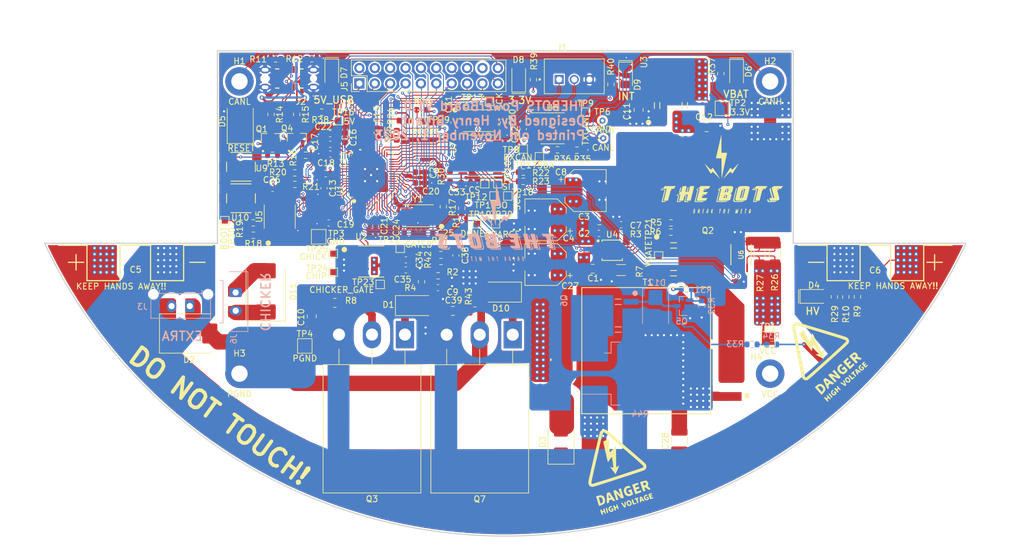
<source format=kicad_pcb>
(kicad_pcb (version 20221018) (generator pcbnew)
  (layers (0 "F.Cu" signal) (1 "In1.Cu" power) (2 "In2.Cu" power) (31 "B.Cu" signal) (34 "B.Paste" user) (35 "F.Paste" user) (36 "B.SilkS" user "B.Silkscreen") (37 "F.SilkS" user "F.Silkscreen") (38 "B.Mask" user) (39 "F.Mask" user) (44 "Edge.Cuts" user))
  (net 0 "")
  (net 1 "GND")
  (net 2 "Net-(Q2-G)")
  (net 3 "/Flyback_HV/VSOURCE")
  (net 4 "+3.3V")
  (net 5 "Net-(C25-Pad2)")
  (net 6 "Net-(C10-Pad1)")
  (net 7 "/Flyback_HV/Q2D")
  (net 8 "/RP2040_CAN_FLASH/+1.1V")
  (net 9 "/RP2040_CAN_FLASH/XIN")
  (net 10 "/RP2040_CAN_FLASH/OSC2")
  (net 14 "/Flyback_HV/EXTRA_GATE")
  (net 15 "CHIP_EXTRA")
  (net 16 "/Flyback_HV/CHICKER_HV")
  (net 17 "/Flyback_HV/EXTRA_HV")
  (net 18 "/RP2040_CAN_FLASH/OSC1")
  (net 19 "Net-(D4-A)")
  (net 20 "DONE")
  (net 21 "5V_USB")
  (net 22 "/RP2040_CAN_FLASH/BOOT")
  (net 23 "VCC")
  (net 24 "HV")
  (net 25 "/RP2040_CAN_FLASH/SWCLK")
  (net 26 "PMS_SDA")
  (net 27 "PMS_SCL")
  (net 28 "/Power/VCC_RPP")
  (net 29 "/RP2040_CAN_FLASH/SWDIO")
  (net 30 "CHARGE")
  (net 31 "CHICKER")
  (net 32 "/RP2040_CAN_FLASH/Data+")
  (net 33 "/RP2040_CAN_FLASH/Data-")
  (net 34 "/RP2040_CAN_FLASH/RX")
  (net 35 "/RP2040_CAN_FLASH/TX")
  (net 36 "/RP2040_CAN_FLASH/GPIO7")
  (net 38 "/RP2040_CAN_FLASH/GPIO8")
  (net 39 "/RP2040_CAN_FLASH/GPIO9")
  (net 40 "/RP2040_CAN_FLASH/GPIO10")
  (net 41 "/RP2040_CAN_FLASH/GPIO11")
  (net 42 "/RP2040_CAN_FLASH/GPIO12")
  (net 43 "/RP2040_CAN_FLASH/GPIO13")
  (net 44 "/RP2040_CAN_FLASH/GPIO14")
  (net 45 "/RP2040_CAN_FLASH/GPIO15")
  (net 46 "/RP2040_CAN_FLASH/GPIO21")
  (net 47 "/RP2040_CAN_FLASH/GPIO28_ADC2")
  (net 48 "/RP2040_CAN_FLASH/GPIO29_ADC3")
  (net 49 "/RP2040_CAN_FLASH/D-")
  (net 50 "/RP2040_CAN_FLASH/D+")
  (net 51 "/RP2040_CAN_FLASH/RXCAN")
  (net 52 "/RP2040_CAN_FLASH/TXCAN")
  (net 53 "/Flyback_HV/CHICKER_GATE")
  (net 54 "/Flyback_HV/RVOUT")
  (net 55 "/Flyback_HV/RDCM")
  (net 56 "Net-(R10-Pad2)")
  (net 57 "Net-(R10-Pad1)")
  (net 58 "/RP2040_CAN_FLASH/XOUT")
  (net 59 "/RP2040_CAN_FLASH/QSPI_SS")
  (net 60 "/RP2040_CAN_FLASH/RUN")
  (net 61 "Net-(U7-~{RESET})")
  (net 62 "/RP2040_CAN_FLASH/SPI0_RX")
  (net 63 "/RP2040_CAN_FLASH/SPI0_CS")
  (net 64 "/RP2040_CAN_FLASH/SPI0_SCK")
  (net 65 "/RP2040_CAN_FLASH/SPI0_TX")
  (net 66 "/RP2040_CAN_FLASH/INT")
  (net 67 "/RP2040_CAN_FLASH/QSPI_SD3")
  (net 68 "/RP2040_CAN_FLASH/QSPI_SCLK")
  (net 69 "/RP2040_CAN_FLASH/QSPI_SD0")
  (net 70 "/RP2040_CAN_FLASH/QSPI_SD2")
  (net 71 "/RP2040_CAN_FLASH/QSPI_SD1")
  (net 83 "/RP2040_CAN_FLASH/GPIO6")
  (net 84 "/RP2040_CAN_FLASH/GPIO24")
  (net 85 "/RP2040_CAN_FLASH/GPIO25")
  (net 86 "/RP2040_CAN_FLASH/GPIO26_ADC0")
  (net 87 "/RP2040_CAN_FLASH/GPIO27_ADC1")
  (net 88 "Net-(D9-A)")
  (net 89 "/Flyback_HV/SNUB")
  (net 90 "/Power/VCC_DIO")
  (net 91 "/Power/USB_DIO")
  (net 92 "/Power/3V3_DIO")
  (net 93 "/RP2040_CAN_FLASH/CC1")
  (net 94 "/RP2040_CAN_FLASH/CC2")
  (net 95 "/RP2040_CAN_FLASH/DR+")
  (net 96 "/RP2040_CAN_FLASH/DR-")
  (net 97 "/RP2040_CAN_FLASH/Vref1.65V")
  (net 98 "/Flyback_HV/IGBTGATE_CHICKER")
  (net 99 "/Flyback_HV/IGBTGATE_EXTRA")
  (net 100 "/Flyback_HV/HV_DIO")
  (net 101 "GNDPWR")
  (net 102 "/Flyback_HV/RBG")
  (net 103 "/Flyback_HV/AD_50W")
  (net 104 "/Flyback_HV/AD_R")
  (net 105 "CANL")
  (net 106 "CANH")
  (net 107 "/Power/U6SDA")
  (net 108 "/Power/U6SCL")
  (net 109 "/Flyback_HV/AD_G")
  (net 110 "/Flyback_HV/AD_LV_G")
  (footprint "bots:C_0603_1608Metric" (layer "F.Cu") (at 121.412 84.328 180)
    (fp_text reference "C19")
    (fp_text value "0.1u")
  )
  (footprint "bots:R_0603_1608Metric" (layer "F.Cu") (at 118.62711 57.222876)
    (fp_text reference "R12")
    (fp_text value "5.1k")
  )
  (footprint "bots:R_0805_2012Metric" (layer "F.Cu") (at 145.57 98.933 180)
    (fp_text reference "R43")
    (fp_text value "2")
  )
  (footprint "bots:D_SMC" (layer "F.Cu") (at 98.38 102.59)
    (fp_text reference "D2")
    (fp_text value "MUR860J")
  )
  (footprint "bots:R_0603_1608Metric" (layer "F.Cu") (at 136.779 65.659 180)
    (fp_text reference "R28")
    (fp_text value "10k")
  )
  (footprint "bots:R_0603_1608Metric" (layer "F.Cu") (at 117.602 73.152 180)
    (fp_text reference "R16")
    (fp_text value "10k")
  )
  (footprint "bots:D_SMC" (layer "F.Cu") (at 111.0234 95.631 90)
    (fp_text reference "D11")
    (fp_text value "MUR860J")
  )
  (footprint "bots:D_SMA" (layer "F.Cu") (at 135.94 97.99)
    (fp_text reference "D1")
    (fp_text value "SMAJ14A ")
  )
  (footprint "bots:C_0603_1608Metric" (layer "F.Cu") (at 121.684536 72.953727 180)
    (fp_text reference "C14")
    (fp_text value "0.1u")
  )
  (footprint "bots:R_0603_1608Metric" (layer "F.Cu") (at 186.165453 59.671304 90)
    (fp_text reference "R37")
    (fp_text value "7.5k")
  )
  (footprint "bots:C_0603_1608Metric" (layer "F.Cu") (at 139.45 95.02)
    (fp_text reference "C9")
    (fp_text value "0.1u")
  )
  (footprint "bots:CP_Radial_Horizontal_D25.4mm_H45mm_reversed" (layer "F.Cu") (at 211.663682 87.733314)
    (fp_text reference "C6")
    (fp_text value "1000u" hide)
  )
  (footprint "bots:R_0603_1608Metric" (layer "F.Cu") (at 112.141 73.152)
    (fp_text reference "R13")
    (fp_text value "10k")
  )
  (footprint "bots:R_0603_1608Metric" (layer "F.Cu") (at 132.661457 69.853221 -90)
    (fp_text reference "R25")
    (fp_text value "5.1k")
  )
  (footprint "bots:MountingHole_2.7mm_M2.5_DIN965_Pad" (layer "F.Cu") (at 194.31 109.22)
    (fp_text reference "H4")
    (fp_text value "VCC")
  )
  (footprint "bots:C_0603_1608Metric" (layer "F.Cu") (at 153.543 68.834 90)
    (fp_text reference "C32")
    (fp_text value "0.1u")
  )
  (footprint "bots:QFN56_7X7_RPI" (layer "F.Cu") (at 128.413 76.438 90)
    (fp_text reference "U1")
    (fp_text value "RPI2040")
  )
  (footprint "bots:TestPoint_Pad_1.0x1.0mm" (layer "F.Cu") (at 129.921 94.488)
    (fp_text reference "TP23")
    (fp_text value "CHICKER_GATE")
  )
  (footprint "bots:TestPoint_Pad_1.0x1.0mm" (layer "F.Cu") (at 149.352 77.851)
    (fp_text reference "TP10")
    (fp_text value "SI")
  )
  (footprint "bots:C_1210_3225Metric" (layer "F.Cu") (at 179.324 120.347 90)
    (fp_text reference "C28")
    (fp_text value "0.1u")
  )
  (footprint "bots:C_0805_2012Metric" (layer "F.Cu") (at 118.618 99.756 -90)
    (fp_text reference "C10")
    (fp_text value "1500p")
  )
  (footprint "bots:C_0603_1608Metric" (layer "F.Cu") (at 112.141 78.613 180)
    (fp_text reference "C26")
    (fp_text value "0.1u")
  )
  (footprint "BSS138:SOT95P240X111-3N" (layer "F.Cu") (at 111.864047 70.229734 90)
    (fp_text reference "Q1")
    (fp_text value "BSS138")
  )
  (footprint "bots:C_0805_2012Metric" (layer "F.Cu") (at 165.0238 91.8972)
    (fp_text reference "C1")
    (fp_text value "10u")
  )
  (footprint "bots:PinHeader_2x10_P2.54mm_Vertical" (layer "F.Cu") (at 126.485904 61.302362 90)
    (fp_text reference "J5")
    (fp_text value "Conn_02x10_Counter_Clockwise")
  )
  (footprint "bots:DPAK-3_ONS" (layer "F.Cu") (at 177.931001 60.6425)
    (fp_text reference "U3")
    (fp_text value "NCV1117DT33T5G")
  )
  (footprint "bots:R_0603_1608Metric" (layer "F.Cu") (at 116.122476 66.421 -90)
    (fp_text reference "R15")
    (fp_text value "10k")
  )
  (footprint "bots:CP_Radial_Horizontal_D25.4mm_H45mm" (layer "F.Cu") (at 89.5 87.733314)
    (fp_text reference "C5")
    (fp_text value "1000u" hide)
  )
  (footprint "bots:MountingHole_2.7mm_M2.5_DIN965_Pad" (layer "F.Cu") (at 106.68 109.22)
    (fp_text reference "H3")
    (fp_text value "PGND")
  )
  (footprint "bots:TestPoint_Pad_1.0x1.0mm" (layer "F.Cu") (at 147.193 77.851)
    (fp_text reference "TP12")
    (fp_text value "CS")
  )
  (footprint "bots:C_0603_1608Metric" (layer "F.Cu") (at 166.0398 86.0552)
    (fp_text reference "C2")
    (fp_text value "0.1u")
  )
  (footprint "bots:R_0603_1608Metric" (layer "F.Cu") (at 115.824 77.978 180)
    (fp_text reference "R21")
    (fp_text value "27.4")
  )
  (footprint "bots:TestPoint_THTPad_D1.0mm_Drill0.5mm" (layer "F.Cu") (at 166.751 70.358)
    (fp_text reference "TP7")
    (fp_text value "CANL")
  )
  (footprint "bots:R_0603_1608Metric" (layer "F.Cu") (at 139.95 90.7 180)
    (fp_text reference "R42")
    (fp_text value "110")
  )
  (footprint "bots:TestPoint_Pad_2.0x2.0mm" (layer "F.Cu") (at 193.9544 103.4542)
    (fp_text reference "TP1")
    (fp_text value "VCC")
  )
  (footprint "bots:C_0603_1608Metric" (layer "F.Cu") (at 136.525 77.724)
    (fp_text reference "C20")
    (fp_text value "0.1u")
  )
  (footprint "bots:R_0603_1608Metric" (layer "F.Cu") (at 139.48 93.06)
    (fp_text reference "R2")
    (fp_text value "10k")
  )
  (footprint "bots:CP_Elec_6.3x5.7" (layer "F.Cu") (at 163.83 78.994)
    (fp_text reference "C8")
    (fp_text value "56u")
  )
  (footprint "bots:TestPoint_Pad_1.0x1.0mm" (layer "F.Cu") (at 147.955 64.262)
    (fp_text reference "TP13")
    (fp_text value "SCK")
  )
  (footprint "bots:445C25D12M00000" (layer "F.Cu") (at 146.134638 67.451867)
    (fp_text reference "Y2")
    (fp_text value "CX532Z-A2B3C5-70-8.0D18\n")
  )
  (footprint "LOGO" (layer "F.Cu") (at 168.728153 124.798793 18)
    (fp_text reference "G***" hide)
    (fp_text value "LOGO" hide)
  )
  (footprint "bots:TestPoint_Pad_1.0x1.0mm" (layer "F.Cu") (at 148.717 79.883)
    (fp_text reference "TP11")
    (fp_text value "SO")
  )
  (footprint "bots:TestPoint_Pad_1.0x1.0mm" (layer "F.Cu") (at 163.83 66.04)
    (fp_text reference "TP9")
    (fp_text value "TXCAN")
  )
  (footprint "bots:R_0603_1608Metric" (layer "F.Cu") (at 143.383 81.915 90)
    (fp_text reference "R1")
    (fp_text value "100k")
  )
  (footprint "bots:TestPoint_Pad_1.0x1.0mm" (layer "F.Cu") (at 122.174 89.408)
    (fp_text reference "TP25")
    (fp_text value "CHICK")
  )
  (footprint "bots:D_SMA" (layer "F.Cu") (at 149.733 95.758 180)
    (fp_text reference "D10")
    (fp_text value "SMAJ14A ")
  )
  (footprint "bots:TO-247-3_Horizontal_TabDown" (layer "F.Cu") (at 151.799531 102.788897 180)
    (fp_text reference "Q7")
    (fp_text value "FGH50T65SQD-F155\n")
  )
  (footprint "bots:TestPoint_Pad_1.0x1.0mm" (layer "F.Cu") (at 156.21 73.406)
    (fp_text reference "TP17")
    (fp_text value "SDA")
  )
  (footprint "B3B-XH-A_LF__SN_:JST_B3B-XH-A_LF__SN_" (layer "F.Cu") (at 161.965 60.119909)
    (fp_text reference "J1")
    (fp_text value "B3B-XH-A_LF__SN_")
  )
  (footprint "Package_SO:SOIC-8_3.9x4.9mm_P1.27mm" (layer "F.Cu") (at 158.369 68.707)
    (fp_text reference "U8")
    (fp_text value "MCP2551-I-SN")
  )
  (footprint "bots:TestPoint_THTPad_D1.0mm_Drill0.5mm" (layer "F.Cu") (at 166.624 67.437)
    (fp_text reference "TP6")
    (fp_text value "CANH")
  )
  (footprint "bots:R_0603_1608Metric" (layer "F.Cu") (at 159.195 72.263)
    (fp_text reference "R36")
    (fp_text value "5.1k")
  )
  (footprint "bots:C_0603_1608Metric" (layer "F.Cu") (at 124.079 70.231 90)
    (fp_text reference "C16")
    (fp_text value "0.1u")
  )
  (footprint "bots:R_0603_1608Metric" (layer "F.Cu") (at 177.927 85.852)
    (fp_text reference "R6")
    (fp_text value "34.3k")
  )
  (footprint "bots:TestPoint_Pad_2.0x2.0mm" (layer "F.Cu") (at 186.436 65.405)
    (fp_text reference "TP2")
    (fp_text value "3.3V")
  )
  (footprint "bots:R_0603_1608Metric" (layer "F.Cu") (at 153.543 77.47)
    (fp_text reference "R23")
    (fp_text value "200")
  )
  (footprint "bots:DA2034-ALD_COC" (layer "F.Cu") (at 173.835753 105.424193 180)
    (fp_text reference "T1")
    (fp_text value "DA2034")
  )
  (footprint "bots:R_0603_1608Metric" (layer "F.Cu") (at 141.448047 76.654269 90)
    (fp_text reference "R30")
    (fp_text value "10k")
  )
  (footprint "LOGO" (layer "F.Cu") (at 202.671457 105.888149 42)
    (fp_text reference "G***" hide)
    (fp_text value "LOGO" hide)
  )
  (footprint "bots:R_1206_3216Metric" (layer "F.Cu") (at 195.088 89.4588 -90)
    (fp_text reference "R26")
    (fp_text value "4m")
  )
  (footprint "bots:C_0603_1608Metric" (layer "F.Cu") (at 136.525 75.946)
    (fp_text reference "C23")
    (fp_text value "1u")
  )
  (footprint "bots:C_0603_1608Metric" (layer "F.Cu") (at 142.107555 67.756806 -90)
    (fp_text reference "C31")
    (fp_text value "22p")
  )
  (footprint "LOGO" (layer "F.Cu") (at 186.381517 76.341813)
    (fp_text reference "G***" hide)
    (fp_text value "LOGO" hide)
  )
  (footprint "bots:SW_PTS647SM38SMTR2LFS_CNK" (layer "F.Cu") (at 106.934 75.057)
    (fp_text reference "U9")
    (fp_text value "PTS647SM38SMTR2LFS")
  )
  (footprint "bots:LED_1206_3216Metric" (layer "F.Cu") (at 152.795097 60.444183 90)
    (fp_text reference "D8")
    (fp_text value "LED")
  )
  (footprint "bots:TestPoint_Pad_1.0x1.0mm" (layer "F.Cu") (at 148.971 84.455)
    (fp_text reference "TP20")
    (fp_text value "CHARGE")
  )
  (footprint "bots:R_0603_1608Metric" (layer "F.Cu") (at 153.543 75.946)
    (fp_text reference "R22")
    (fp_text value "200")
  )
  (footprint "Diode_SMD:D_SMB" (layer "F.Cu") (at 106.807 67.564 90)
    (fp_text reference "D5")
    (fp_text value "B220")
  )
  (footprint "bots:D_SMB" (layer "F.Cu") (at 159.764153 120.511793 90)
    (fp_text reference "D3")
    (fp_text value "D_Schottky")
  )
  (footprint "bots:R_0603_1608Metric" (layer "F.Cu") (at 111.886999 66.421 -90)
    (fp_text reference "R14")
    (fp_text value "10k")
  )
  (footprint "bots:R_0603_1608Metric" (layer "F.Cu") (at 112.671274 57.243239 180)
    (fp_text reference "R11")
    (fp_text value "5.1k")
  )
  (footprint "bots:R_1206_3216Metric" (layer "F.Cu") (at 169.6974 92.1258)
    (fp_text reference "R7")
    (fp_text value "8m")
  )
  (footprint "bots:LED_1206_3216Metric" (layer "F.Cu") (at 121.92 59.56 -90)
    (fp_text reference "D7")
    (fp_text value "LED")
  )
  (footprint "bots:R_0603_1608Metric" (layer "F.Cu") (at 206.81 96.55 90)
    (fp_text reference "R10")
    (fp_text value "100k")
  )
  (footprint "bots:C_0603_1608Metric" (layer "F.Cu") (at 120.904 76.2 180)
    (fp_text reference "C18")
    (fp_text value "0.1u")
  )
  (footprint "bots:TestPoint_Pad_1.0x1.0mm" (layer "F.Cu") (at 145.923 84.455)
    (fp_text reference "TP19")
    (fp_text value "DONE")
  )
  (footprint "bots:445C25D12M00000" (layer "F.Cu") (at 136.203651 83.133599 180)
    (fp_text reference "Y1")
    (fp_text value "445C25D12M00000")
  )
  (footprint "bots:TestPoint_Pad_1.0x1.0mm" (layer "F.Cu") (at 133.223 88.519)
    (fp_text reference "TP22")
    (fp_text value "GATEB")
  )
  (footprint "bots:MountingHole_2.7mm_M2.5_DIN965_Pad" (layer "F.Cu") (at 194.31 60.96)
    (fp_text reference "H2")
    (fp_text value "CANH")
  )
  (footprint "bots:SW_PTS647SM38SMTR2LFS_CNK" (layer "F.Cu") (at 106.934 80.264 180)
    (fp_text reference "U10")
    (fp_text value "PTS647SM38SMTR2LFS")
  )
  (footprint "bots:TestPoint_Pad_2.0x2.0mm" (layer "F.Cu") (at 119.761 86.614)
    (fp_text reference "TP3")
    (fp_text value "GND")
  )
  (footprint "bots:R_0603_1608Metric" (layer "F.Cu") (at 115.824 76.073 180)
    (fp_text reference "R20")
    (fp_text value "27.4")
  )
  (footprint "bots:C_0805_2012Metric" (layer "F.Cu") (at 183.8198 68.5292)
    (fp_text reference "C12")
    (fp_text value "10u")
  )
  (footprint "bots:C_0603_1608Metric" (layer "F.Cu") (at 142.41 89.71 90)
    (fp_text reference "C38")
    (fp_text value "0.1u")
  )
  (footprint "bots:R_0603_1608Metric" (layer "F.Cu") (at 169.707395 86.153994)
    (fp_text reference "R3")
    (fp_text value "2.49k")
  )
  (footprint "bots:C_0603_1608Metric" (layer "F.Cu") (at 150.288913 67.740443 -90)
    (fp_text reference "C30")
    (fp_text value "22p")
  )
  (footprint "bots:LED_1206_3216Metric" (layer "F.Cu") (at 201.545098 96.463865)
    (fp_text reference "D4")
    (fp_text value "LED")
  )
  (footprint "bots:C_0603_1608Metric" (layer "F.Cu") (at 134.14 92.09)
    (fp_text reference "C35")
    (fp_text value "1u")
  )
  (footprint "bots:C_0603_1608Metric" (layer "F.Cu") (at 129.159 84.836 -90)
    (fp_text reference "C21")
    (fp_text value "0.1u")
  )
  (footprint "bots:C_0805_2012Metric" (layer "F.Cu") (at 166.116 83.8962)
    (fp_text reference "C3")
    (fp_text value "10u")
  )
  (footprint "bots:C_0603_1608Metric" (layer "F.Cu") (at 134.16 90.43)
    (fp_text reference "C34")
    (fp_text value "0.1u")
  )
  (footprint "MCP14A0454T-E/SN:SOIC8_SN_MCH" (layer "F.Cu") (at 128.437042 90.69)
    (fp_text reference "U2")
    (fp_text value "MCP14A0454-E/SN")
  )
  (footprint "bots:R_0603_1608Metric" (layer "F.Cu") (at 177.927 84.328)
    (fp_text reference "R5")
    (fp_text value "48.1k")
  )
  (footprint "bots:R_0603_1608Metric" (layer "F.Cu") (at 140.344623 81.661 90)
    (fp_text reference "R17")
    (fp_text value "1k")
  )
  (footprint "bots:R_0603_1608Metric" (layer "F.Cu") (at 168.021 61.468 90)
    (fp_text reference "R40")
    (fp_text value "750")
  )
  (footprint "Package_SO:TSSOP-20_4.4x6.5mm_P0.65mm" (layer "F.Cu") (at 146.433298 73.217895 180)
    (fp_text reference "U7")
    (fp_text value "MCP2515-xST")
  )
  (footprint "bots:C_0603_1608Metric" (layer "F.Cu") (at 134.660404 86.013384 180)
    (fp_text reference "C24")
    (fp_text value "27p")
  )
  (footprint "bots:LED_1206_3216Metric" (layer "F.Cu") (at 188.766181 59.609234 -90)
    (fp_text reference "D6")
    (fp_text value "LED")
  )
  (footprint "bots:R_0603_1608Metric" (layer "F.Cu") (at 108.966 86.36)
    (fp_text reference "R18")
    (fp_text value "1k")
  )
  (footprint "bots:R_0603_1608Metric" (layer "F.Cu") (at 133.858 67.437)
    (fp_text reference "R24")
    (fp_text value "5.1k")
  )
  (footprint "bots:SOIC-8_3.9x4.9mm_P1.27mm" (layer "F.Cu") (at 113.33 83.3 90)
    (fp_text reference "U5")
    (fp_text value "W25Q128JVS")
  )
  (footprint "BSS138:SOT95P240X111-3N" (layer "F.Cu") (at 116.150431 70.189008 90)
    (fp_text reference "Q4")
    (fp_text value "BSS138")
  )
  (footprint "bots:R_1206_3216Metric" (layer "F.Cu") (at 192.548 89.4588 -90)
    (fp_text reference "R27")
    (fp_text value "4m")
  )
  (footprint "bots:MSOP-10_3x3mm_P0.5mm" (layer "F.Cu") (at 168.222761 88.84129)
    (fp_text reference "U4")
    (fp_text value "LT3750")
  )
  (footprint "bots:TO-247-3_Horizontal_TabDown" (layer "F.Cu") (at 134.01 102.77 180)
    (fp_text reference "Q3")
    (fp_text value "FGH50T65SQD-F155\n")
  )
  (footprint "bots:C_0603_1608Metric" (layer "F.Cu") (at 169.707395 84.629994 180)
    (fp_text reference "C7")
    (fp_text value "100p")
  )
  (footprint "bots:R_0603_1608Metric" (layer "F.Cu") (at 208.73 96.54 -90)
    (fp_text reference "R9")
    (fp_text value "100k")
  )
  (footprint "bots:R_0603_1608Metric" (layer "F.Cu") (at 155.214379 60.677619 -90)
    (fp_text reference "R39")
    (fp_text value "330")
  )
  (footprint "bots:C_0603_1608Metric" (layer "F.Cu") (at 121.666 69.596 180)
    (fp_text reference "C22")
    (fp_text value "1u")
  )
  (footprint "bots:DPAK-3_ONS" (layer "F.Cu") (at 182.674095 90.340993 -90)
    (fp_text reference "Q2")
    (fp_text value "FDD86250-F085")
  )
  (footprint "bots:R_0603_1608Metric" (layer "F.Cu") (at 204.91 96.53 -90)
    (fp_text reference "R29")
    (fp_text value "100k")
  )
  (footprint "bots:R_0805_2012Metric" (layer "F.Cu") (at 122.428 97.536 180)
    (fp_text reference "R8")
    (fp_text value "2")
  )
  (footprint "LTC4151IMS_PBF:MSOP-10_MS" (layer "F.Cu") (at 189.5 89.5858 -90)
    (fp_text reference "U6")
    (fp_text value "LTC4151IMS_PBF")
  )
  (footprint "bots:TestPoint_Pad_1.0x1.0mm" (layer "F.Cu") (at 153.543 72.136)
    (fp_text reference "TP8")
    (fp_text value "RXCAN")
  )
  (footprint "bots:TestPoint_Pad_1.0x1.0mm" (layer "F.Cu") (at 151.003 79.883)
    (fp_text reference "TP18")
    (fp_text value "SCL")
  )
  (footprint "bots:CP_Elec_6.3x5.7" (layer "F.Cu") (at 157.226 83.82 180)
    (fp_text reference "C4")
    (fp_text value "56u")
  )
  (footprint "bots:C_0603_1608Metric" (layer "F.Cu") (at 121.673272 71.344727 180)
    (fp_text reference "C17")
    (fp_text value "0.1u")
  )
  (footprint "bots:MountingHole_2.7mm_M2.5_DIN965_Pad" (layer "F.Cu") (at 106.68 60.96)
    (fp_text reference "H1")
    (fp_text value "CANL")
  )
  (footprint "bots:C_0603_1608Metric" (layer "F.Cu") (at 129.413 69.469 90)
    (fp_text reference "C15")
    (fp_text value "0.1u")
  )
  (footprint "bots:R_0603_1608Metric" (layer "F.Cu") (at 136.74 94.05 90)
    (fp_text reference "R4")
    (fp_text value "110")
  )
  (footprint "bots:C_0805_2012Metric" (layer "F.Cu") (at 141.913361 98.86 180)
    (fp_text reference "C39")
    (fp_text value "1500p")
  )
  (footprint "bots:R_0603_1608Metric" (layer "F.Cu") (at 139.93 88.53)
    (fp_text reference "R41")
    (fp_text value "10k")
  )
  (footprint "bots:CP_Elec_6.3x5.7" (layer "F.Cu") (at 157.226 91.186 180)
    (fp_text reference "C27")
    (fp_text value "56u")
  )
  (footprint "bots:TestPoint_Pad_1.0x1.0mm" (layer "F.Cu") (at 137.033 67.564)
    (fp_text reference "TP29")
    (fp_text value "RESET")
  )
  (footprint "bots:TestPoint_Pad_1.0x1.0mm" (layer "F.Cu") (at 122.174 92.456)
    (fp_text reference "TP24")
    (fp_text value "CHIP")
  )
  (footprint "bots:C_0603_1608Metric" (layer "F.Cu") (at 137.84437 86.024682)
    (fp_text reference "C25")
    (fp_text value "27p")
  )
  (footprint "bots:GCT_USB4145-03-0170-C_REVA2" (layer "F.Cu") (at 114.910886 60.486563 180)
    (fp_text reference "J2")
    (fp_text value "USB4145-03-0170-C_REVA2")
    (fp_line (start 3.85 -0.355) (end 4.15 -0.355) (stroke (width 0.01)) (layer "Edge.Cuts"))
    (fp_line (start 4.15 0.355) (end 3.85 0.355) (stroke (width 0.01)) (layer "Edge.Cuts"))
    (fp_arc (start 3.495 0) (mid 3.598977 -0.251023) (end 3.85 -0.355) (stroke (width 0.01)) (layer "Edge.Cuts"))
    (fp_arc (start 3.85 0.355) (mid 3.598977 0.251023) (end 3.495 0) (stroke (width 0.01)) (layer "Edge.Cuts"))
    (fp_arc (start 4.15 -0.355) (mid 4.401023 -0.251023) (end 4.505 0) (stroke (width 0.01)) (layer "Edge.Cuts"))
    (fp_arc (start 4.505 0) (mid 4.401023 0.251023) (end 4.15 0.355) (stroke (width 0.01)) (layer "Edge.Cuts"))
  )
  (footprint "bots:TestPoint_Pad_1.0x1.0mm" (layer "F.Cu") (at 104.267 83.947)
    (fp_text reference "TP30")
    (fp_text value "BOOT")
  )
  (footprint "bots:C_0603_1608Metric" (layer "F.Cu") (at 120.65 78.613 -90)
    (fp_text reference "C13")
    (fp_text value "0.1u")
  )
  (footprint "bots:C_0603_1608Metric" (layer "F.Cu") (at 144.072713 77.72902)
    (fp_text reference "C33")
    (fp_text value "0.1u")
  )
  (footprint "bots:TestPoint_Pad_1.0x1.0mm" (layer "F.Cu") (at 175.895 89.789)
    (fp_text reference "TP21")
    (fp_text value "VGATE")
  )
  (footprint "bots:R_0603_1608Metric" (layer "F.Cu") (at 162.393397 72.319044)
    (fp_text reference "R35")
    (fp_text value "5.1k")
  )
  (footprint "bots:R_0603_1608Metric" (layer "F.Cu") (at 120.255639 66.04 180)
    (fp_text reference "R38")
    (fp_text value "1.2k")
  )
  (footprint "Resistor_SMD:R_0603_1608Metric" (layer "F.Cu") (at 108.966 84.328)
    (fp_text reference "R19")
    (fp_text value "10k")
  )
  (footprint "bots:TestPoint_Pad_2.0x2.0mm" (layer "F.Cu") (at 117.475 104.648)
    (fp_text reference "TP4")
    (fp_text value "PGND")
  )
  (footprint "bots:NetTie-2_SMD_Pad2.0mm" (layer "F.Cu") (at 194.31 67.548 90)
    (fp_text reference "NT1" hide)
    (fp_text value "NetTie_2" hide)
  )
  (footprint "bots:TestPoint_Pad_1.0x1.0mm" (layer "F.Cu") (at 122.936 67.437)
    (fp_text reference "TP16")
    (fp_text value "5V")
  )
  (footprint "bots:C_0805_2012Metric" (layer "F.Cu") (at 172.593 65.659 -90)
    (fp_text reference "C11")
    (fp_text value "10u")
  )
  (footprint "bots:LED_1206_3216Metric" (layer "F.Cu") (at 170.434 60.071 -90)
    (fp_text reference "D9")
    (fp_text value "LED")
  )
  (footprint "bots:R_0603_1608Metric" (layer "B.Cu") (at 183.007 98.044 -90)
    (fp_text reference "R32")
    (fp_text value "100k")
  )
  (footprint "LOGO" (layer "B.Cu") (at 148.898483 84.215813 180)
    (fp_text reference "G***" hide)
    (fp_text value "LOGO" hide)
  )
  (footprint "bots:R_0603_1608Metric" (layer "B.Cu") (at 194.564 104.394 180)
    (fp_text reference "R34")
    (fp_text value "5.1M")
  )
  (footprint "BSS138:SOT95P240X111-3N" (layer "B.Cu") (at 179.963 98.044 180)
    (fp_text reference "Q5")
    (fp_text value "TN2130K1-G\n")
  )
  (footprint "bots:DPAK-3_ONS" (layer "B.Cu") (at 164.9095 99.64275 -90)
    (fp_text reference "Q6")
    (fp_text value "STD11N60DM2\n")
  )
  (footprint "bots:R_0603_1608Metric" (layer "B.Cu") (at 180.467 95.25)
    (fp_text reference "R31")
    (fp_text value "270k")
  )
  (footprint "bots:Molex_Micro-Fit_3.0_43650-0215_1x02_P3.00mm_Vertical" (layer "B.Cu") (at 106.051654 95.825706 -90)
    (fp_text reference "J6")
    (fp_text value "Molex Microfit 3.0")
  )
  (footprint "bots:D_SMB" (layer "B.Cu") (at 175.387 98.806 -90)
    (fp_text reference "D12")
    (fp_text value "3SMBJ5929B-TP\n")
  )
  (footprint "bots:Molex_Micro-Fit_3.0_43650-0215_1x02_P3.00mm_Vertical" (layer "B.Cu") (at 98.477562 98.070746 180)
    (fp_text reference "J3")
    (fp_text value "Molex Microfit 3.0")
  )
  (footprint "bots:R_0603_1608Metric" (layer "B.Cu") (at 191.326 104.394 180)
    (fp_text reference "R33")
    (fp_text value "5.1M")
  )
  (footprint "bots:TO-263-2" (layer "B.Cu") (at 172.871 109.22)
    (fp_text reference "R44")
    (fp_text value "1k 50W")
  )
  (gr_line locked (start 198.12 55.927319) (end 198.12 87.69532) (stroke (width 0.2)) (layer "Edge.Cuts"))
  (gr_arc locked (start 226.655758 87.69532) (mid 150.581841 136.036186) (end 74.507924 87.69532) (stroke (width 0.2)) (layer "Edge.Cuts"))
  (gr_line locked (start 103.043682 87.69532) (end 103.043682 55.927319) (stroke (width 0.2)) (layer "Edge.Cuts"))
  (gr_line locked (start 226.655758 87.69532) (end 198.12 87.69532) (stroke (width 0.2)) (layer "Edge.Cuts"))
  (gr_line locked (start 103.043682 87.69532) (end 74.507924 87.69532) (stroke (width 0.2)) (layer "Edge.Cuts"))
  (gr_line locked (start 103.043682 55.927319) (end 198.12 55.927319) (stroke (width 0.2)) (layer "Edge.Cuts"))
  (gr_text "EXTRA" (at 100.745503 103.916219) (layer "B.SilkS") (effects (font (size 1.5 1.5) (thickness 0.25) bold) (justify left bottom mirror)))
  (gr_text "THEBOTS PowerBoard V1.0\nDesigned By: Henry Bryant\nPrinted on: November 1, 2023" (at 163.957 70.739) (layer "B.SilkS") (effects (font (size 1.5 1.5) (thickness 0.3) bold) (justify left bottom mirror)))
  (gr_text "CHICKER" (at 110.018932 102.37065 -90) (layer "B.SilkS") (effects (font (size 1.5 1.5) (thickness 0.25) bold) (justify left bottom mirror)))
  (gr_text "KEEP HANDS AWAY!!\n" (at 79.61 95.4) (layer "F.SilkS") (effects (font (size 1 1)) (justify left bottom)))
  (gr_text "VBAT" (at 186.447703 63.762334) (layer "F.SilkS") (effects (font (size 1.2 1.2) (thickness 0.2) bold) (justify left bottom)))
  (gr_text "INT" (at 169.037 64.135) (layer "F.SilkS") (effects (font (size 1.2 1.2) (thickness 0.2) bold) (justify left bottom)))
  (gr_text "3.3V" (at 150.876 64.77) (layer "F.SilkS") (effects (font (size 1.2 1.2) (thickness 0.2) bold) (justify left bottom)))
  (gr_text "KEEP HANDS AWAY!!\n" (at 207.05 95.32) (layer "F.SilkS") (effects (font (size 1 1)) (justify left bottom)))
  (gr_text "5V_USB" (at 118.773936 64.711322) (layer "F.SilkS") (effects (font (size 1.2 1.2) (thickness 0.2) bold) (justify left bottom)))
  (gr_text "DO NOT TOUCH!" (at 87.685602 106.947807 324) (layer "F.SilkS") (effects (font (size 3 3) (thickness 0.6) bold) (justify left bottom)))
  (gr_text "RESET" (at 104.623963 72.562531) (layer "F.SilkS") (effects (font (size 1 1)) (justify left bottom)))
  (gr_text "HV" (at 200.037665 99.60435) (layer "F.SilkS") (effects (font (size 1.2 1.2) (thickness 0.2) bold) (justify left bottom)))
  (segment (start 153.543 68.059) (end 155.881 68.059) (width 0.254) (layer "F.Cu") (net 1))
  (segment (start 155.881 68.059) (end 155.894 68.072) (width 0.254) (layer "F.Cu") (net 1))
  (via (at 173.228 67.945) (size 0.7) (drill 0.35) (layers "F.Cu" "B.Cu") (net 1))
  (via (at 119.507 84.455) (size 0.5) (drill 0.2) (layers "F.Cu" "B.Cu") (net 1))
  (via (at 196.342 66.548) (size 0.7) (drill 0.35) (layers "F.Cu" "B.Cu") (net 1))
  (via (at 104.14 65.913) (size 0.7) (drill 0.35) (layers "F.Cu" "B.Cu") (net 1))
  (via (at 191.262 65.532) (size 0.7) (drill 0.35) (layers "F.Cu" "B.Cu") (net 1))
  (via (at 116.332 85.598) (size 0.5) (drill 0.2) (layers "F.Cu" "B.Cu") (net 1))
  (via (at 174.244 65.913) (size 0.7) (drill 0.35) (layers "F.Cu" "B.Cu") (net 1))
  (via (at 174.244 66.929) (size 0.7) (drill 0.35) (layers "F.Cu" "B.Cu") (net 1))
  (via (at 110.744 57.15) (size 0.5) (drill 0.2) (layers "F.Cu" "B.Cu") (net 1))
  (via (at 118.872 63.373) (size 0.5) (drill 0.2) (layers "F.Cu" "B.Cu") (net 1))
  (via (at 195.326 64.516) (size 0.7) (drill 0.35) (layers "F.Cu" "B.Cu") (net 1))
  (via (at 196.342 64.516) (size 0.7) (drill 0.35) (layers "F.Cu" "B.Cu") (net 1))
  (via (at 171.196 67.945) (size 0.7) (drill 0.35) (layers "F.Cu" "B.Cu") (net 1))
  (via (at 190.373 58.166) (size 0.5) (drill 0.2) (layers "F.Cu" "B.Cu") (net 1))
  (via (at 150.876 69.85) (size 0.5) (drill 0.2) (layers "F.Cu" "B.Cu") (net 1))
  (via (at 196.342 65.532) (size 0.7) (drill 0.35) (layers "F.Cu" "B.Cu") (net 1))
  (via (at 164.211 72.263) (size 0.5) (drill 0.2) (layers "F.Cu" "B.Cu") (net 1))
  (via (at 119.507 77.216) (size 0.5) (drill 0.2) (layers "F.Cu" "B.Cu") (net 1))
  (via (at 197.358 64.516) (size 0.7) (drill 0.35) (layers "F.Cu" "B.Cu") (net 1))
  (via (at 119.761 69.723) (size 0.5) (drill 0.2) (layers "F.Cu" "B.Cu") (net 1))
  (via (at 192.278 66.548) (size 0.7) (drill 0.35) (layers "F.Cu" "B.Cu") (net 1))
  (via (at 193.294 64.516) (size 0.7) (drill 0.35) (layers "F.Cu" "B.Cu") (net 1))
  (via (at 119.634 79.629) (size 0.5) (drill 0.2) (layers "F.Cu" "B.Cu") (net 1))
  (via (at 192.278 65.532) (size 0.7) (drill 0.35) (layers "F.Cu" "B.Cu") (net 1))
  (via (at 119.761 72.898) (size 0.5) (drill 0.2) (layers "F.Cu" "B.Cu") (net 1))
  (via (at 174.244 67.945) (size 0.7) (drill 0.35) (layers "F.Cu" "B.Cu") (net 1))
  (via (at 191.262 64.516) (size 0.7) (drill 0.35) (layers "F.Cu" "B.Cu") (net 1))
  (via (at 171.196 65.913) (size 0.7) (drill 0.35) (layers "F.Cu" "B.Cu") (net 1))
  (via (at 197.358 66.548) (size 0.7) (drill 0.35) (layers "F.Cu" "B.Cu") (net 1))
  (via (at 111.252 77.597) (size 0.5) (drill 0.2) (layers "F.Cu" "B.Cu") (net 1))
  (via (at 130.83142 69.404454) (size 0.5) (drill 0.2) (layers "F.Cu" "B.Cu") (net 1))
  (via (at 136.144 84.328) (size 0.5) (drill 0.2) (layers "F.Cu" "B.Cu") (net 1))
  (via (at 119.741758 71.361217) (size 0.5) (drill 0.2) (layers "F.Cu" "B.Cu") (net 1))
  (via (at 191.262 66.548) (size 0.7) (drill 0.35) (layers "F.Cu" "B.Cu") (net 1))
  (via (at 120.523 57.15) (size 0.5) (drill 0.2) (layers "F.Cu" "B.Cu") (net 1))
  (via (at 170.561 57.023) (size 0.5) (drill 0.2) (layers "F.Cu" "B.Cu") (net 1))
  (via (at 171.196 66.929) (size 0.7) (drill 0.35) (layers "F.Cu" "B.Cu") (net 1))
  (via (at 138.43 76.454) (size 0.5) (drill 0.2) (layers "F.Cu" "B.Cu") (net 1))
  (via (at 145.923 77.724) (size 0.5) (drill 0.2) (layers "F.Cu" "B.Cu") (net 1))
  (via (at 192.278 64.516) (size 0.7) (drill 0.35) (layers "F.Cu" "B.Cu") (net 1))
  (via (at 197.358 65.532) (size 0.7) (drill 0.35) (layers "F.Cu" "B.Cu") (net 1))
  (via (at 157.861 68.453) (size 0.5) (drill 0.2) (layers "F.Cu" "B.Cu") (net 1))
  (via (at 138.43 77.724) (size 0.5) (drill 0.2) (layers "F.Cu" "B.Cu") (net 1))
  (via (at 194.31 64.516) (size 0.7) (drill 0.35) (layers "F.Cu" "B.Cu") (net 1))
  (via (at 129.159 86.741) (size 0.5) (drill 0.2) (layers "F.Cu" "B.Cu") (net 1))
  (via (at 142.113 69.596) (size 0.5) (drill 0.2) (layers "F.Cu" "B.Cu") (net 1))
  (via (at 172.212 67.945) (size 0.7) (drill 0.35) (layers "F.Cu" "B.Cu") (net 1))
  (segment (start 176.260595 88.050992) (end 176.260595 89.423405) (width 0.1778) (layer "F.Cu") (net 2))
  (segment (start 170.422761 89.34129) (end 172.02471 89.34129) (width 0.1778) (layer "F.Cu") (net 2))
  (segment (start 173.315008 88.050992) (end 176.260595 88.050992) (width 0.1778) (layer "F.Cu") (net 2))
  (segment (start 172.02471 89.34129) (end 173.315008 88.050992) (width 0.1778) (layer "F.Cu") (net 2))
  (segment (start 176.260595 89.423405) (end 175.895 89.789) (width 0.1778) (layer "F.Cu") (net 2))
  (segment (start 134.493 77.343) (end 135.369 77.343) (width 0.254) (layer "F.Cu") (net 4))
  (segment (start 124.079 71.006) (end 124.079 71.882) (width 0.254) (layer "F.Cu") (net 4))
  (segment (start 121.679 76.2) (end 121.679 75.324) (width 0.254) (layer "F.Cu") (net 4))
  (segment (start 111.425 80.104) (end 112.916 78.613) (width 0.254) (layer "F.Cu") (net 4))
  (segment (start 111.316 73.152) (end 111.316 71.691687) (width 0.254) (layer "F.Cu") (net 4))
  (segment (start 172.593 64.709) (end 172.593 62.738) (width 0.762) (layer "F.Cu") (net 4))
  (segment (start 123.7615 81.8515) (end 122.187 83.426) (width 0.1524) (layer "F.Cu") (net 4))
  (segment (start 135.369 77.343) (end 135.75 77.724) (width 0.254) (layer "F.Cu") (net 4))
  (segment (start 130.569 70.244) (end 130.937 70.612) (width 0.1524) (layer "F.Cu") (net 4))
  (segment (start 121.679 75.324) (end 121.666 75.311) (width 0.254) (layer "F.Cu") (net 4))
  (segment (start 109.770734 71.289734) (end 110.914047 71.289734) (width 0.254) (layer "F.Cu") (net 4))
  (segment (start 122.441 69.596) (end 122.441 71.337455) (width 0.254) (layer "F.Cu") (net 4))
  (segment (start 123.717001 75.946) (end 122.682 75.946) (width 0.1524) (layer "F.Cu") (net 4))
  (segment (start 141.448047 77.479269) (end 141.448047 77.821047) (width 0.254) (layer "F.Cu") (net 4))
  (segment (start 111.425 80.825) (end 111.425 80.104) (width 0.254) (layer "F.Cu") (net 4))
  (segment (start 123.825 75.838001) (end 123.717001 75.946) (width 0.1524) (layer "F.Cu") (net 4))
  (segment (start 130.937 70.612) (end 132.595236 70.612) (width 0.1524) (layer "F.Cu") (net 4))
  (segment (start 125.0094 74.237999) (end 125.0094 73.838) (width 0.1524) (layer "F.Cu") (net 4))
  (segment (start 112.268 77.965) (end 112.916 78.613) (width 0.254) (layer "F.Cu") (net 4))
  (segment (start 131.8166 76.238) (end 131.8483 76.2697) (width 0.1524) (layer "F.Cu") (net 4))
  (segment (start 143.297713 76.41598) (end 143.570798 76.142895) (width 0.254) (layer "F.Cu") (net 4))
  (segment (start 125.813 73.0344) (end 125.2314 73.0344) (width 0.1524) (layer "F.Cu") (net 4))
  (segment (start 122.441 71.337455) (end 122.448272 71.344727) (width 0.254) (layer "F.Cu") (net 4))
  (segment (start 142.540733 78.486) (end 143.297713 77.72902) (width 0.254) (layer "F.Cu") (net 4))
  (segment (start 109.791 84.328) (end 111.425 82.694) (width 0.254) (layer "F.Cu") (net 4))
  (segment (start 113.919 69.977) (end 113.928423 69.977) (width 0.254) (layer "F.Cu") (net 4))
  (segment (start 153.543 70.612) (end 153.67 70.739) (width 0.254) (layer "F.Cu") (net 4))
  (segment (start 134.683 67.437) (end 134.683 66.738) (width 0.254) (layer "F.Cu") (net 4))
  (segment (start 124.079 71.882) (end 124.968 72.771) (width 0.254) (layer "F.Cu") (net 4))
  (segment (start 125.0094 72.8124) (end 125.0094 73.838) (width 0.1524) (layer "F.Cu") (net 4))
  (segment (start 129.413 70.244) (end 130.569 70.244) (width 0.1524) (layer "F.Cu") (net 4))
  (segment (start 123.7615 81.8515) (end 123.8031 81.8515) (width 0.1524) (layer "F.Cu") (net 4))
  (segment (start 122.525727 71.344727) (end 123.952 72.771) (width 0.254) (layer "F.Cu") (net 4))
  (segment (start 129.413 82.804) (end 129.413001 79.8416) (width 0.1524) (layer "F.Cu") (net 4))
  (segment (start 134.683 66.738) (end 134.112 66.167) (width 0.254) (layer "F.Cu") (net 4))
  (segment (start 125.2314 73.0344) (end 124.968 72.771) (width 0.1524) (layer "F.Cu") (net 4))
  (segment (start 183.642 63.754) (end 185.293 65.405) (width 0.254) (layer "F.Cu") (net 4))
  (segment (start 153.543 69.609) (end 154.038 69.609) (width 0.254) (layer "F.Cu") (net 4))
  (segment (start 122.187 83.426) (end 122.187 84.328) (width 0.1524) (layer "F.Cu") (net 4))
  (segment (start 132.595236 70.612) (end 132.661457 70.678221) (width 0.1524) (layer "F.Cu") (net 4))
  (segment (start 134.112 77.343) (end 134.493 77.343) (width 0.1524) (layer "F.Cu") (net 4))
  (segment (start 123.952 72.771) (end 124.968 72.771) (width 0.254) (layer "F.Cu") (net 4))
  (segment (start 143.383 81.09) (end 144.462 81.09) (width 0.254) (layer "F.Cu") (net 4))
  (segment (start 124.609401 75.838001) (end 123.825 75.838001) (width 0.1524) (layer "F.Cu") (net 4))
  (segment (start 172.593 62.738) (end 174.6885 60.6425) (width 0.762) (layer "F.Cu") (net 4))
  (segment (start 122.428 76.2) (end 121.679 76.2) (width 0.1524) (layer "F.Cu") (net 4))
  (segment (start 154.038 69.609) (end 154.305 69.342) (width 0.254) (layer "F.Cu") (net 4))
  (segment (start 155.214379 62.590621) (end 155.194 62.611) (width 0.254) (layer "F.Cu") (net 4))
  (segment (start 153.543 69.609) (end 153.543 70.612) (width 0.254) (layer "F.Cu") (net 4))
  (segment (start 157.353 72.263) (end 158.37 72.263) (width 0.254) (layer "F.Cu") (net 4))
  (segment (start 118.491 72.136) (end 118.491 73.215) (width 0.254) (layer "F.Cu") (net 4))
  (segment (start 185.293 65.405) (end 186.436 65.405) (width 0.254) (layer "F.Cu") (net 4))
  (segment (start 123.8031 81.8515) (end 125.813 79.8416) (width 0.1524) (layer "F.Cu") (net 4))
  (segment (start 129.413 83.807) (end 129.159 84.061) (width 0.1524) (layer "F.Cu") (net 4))
  (segment (start 138.811 65.913) (end 137.858 65.913) (width 0.254) (layer "F.Cu") (net 4))
  (segment (start 122.682 75.946) (end 122.428 76.2) (width 0.1524) (layer "F.Cu") (net 4))
  (segment (start 125.0094 76.238) (end 124.609401 75.838001) (width 0.1524) (layer "F.Cu") (net 4))
  (segment (start 174.6885 60.6425) (end 177.931001 60.6425) (width 0.762) (layer "F.Cu") (net 4))
  (segment (start 142.113 78.486) (end 142.540733 78.486) (width 0.254) (layer "F.Cu") (net 4))
  (segment (start 132.588 66.167) (end 134.112 66.167) (width 0.254) (layer "F.Cu") (net 4))
  (segment (start 133.0387 76.2697) (end 134.112 77.343) (width 0.1524) (layer "F.Cu") (net 4))
  (segment (start 113.928423 69.977) (end 115.200431 71.249008) (width 0.254) (layer "F.Cu") (net 4))
  (segment (start 144.462 81.09) (end 144.526 81.026) (width 0.254) (layer "F.Cu") (net 4))
  (segment (start 111.425 82.694) (end 111.425 80.825) (width 0.254) (layer "F.Cu") (net 4))
  (segment (start 155.214379 61.502619) (end 155.214379 62.590621) (width 0.254) (layer "F.Cu") (net 4))
  (segment (start 123.825 75.838001) (end 125.0094 75.838001) (width 0.1524) (layer "F.Cu") (net 4))
  (segment (start 154.305 69.342) (end 155.894 69.342) (width 0.254) (layer "F.Cu") (net 4))
  (segment (start 129.413001 73.0344) (end 129.413 70.244) (width 0.1524) (layer "F.Cu") (net 4))
  (segment (start 109.728 71.247) (end 109.770734 71.289734) (width 0.254) (layer "F.Cu") (net 4))
  (segment (start 141.448047 77.821047) (end 142.113 78.486) (width 0.254) (layer "F.Cu") (net 4))
  (segment (start 122.448272 71.344727) (end 122.525727 71.344727) (width 0.254) (layer "F.Cu") (net 4))
  (segment (start 131.8483 76.2697) (end 133.0387 76.2697) (width 0.1524) (layer "F.Cu") (net 4))
  (segment (start 143.297713 77.72902) (end 143.297713 76.41598) (width 0.254) (layer "F.Cu") (net 4))
  (segment (start 129.413 82.804) (end 129.413 83.807) (width 0.1524) (layer "F.Cu") (net 4))
  (segment (start 111.316 71.691687) (end 110.914047 71.289734) (width 0.254) (layer "F.Cu") (net 4))
  (segment (start 137.858 65.913) (end 137.604 65.659) (width 0.254) (layer "F.Cu") (net 4))
  (segment (start 112.268 77.597) (end 112.268 77.965) (width 0.254) (layer "F.Cu") (net 4))
  (via (at 183.642 62.738) (size 0.7) (drill 0.35) (layers "F.Cu" "B.Cu") (net 4))
  (via (at 155.194 62.611) (size 0.5) (drill 0.2) (layers "F.Cu" "B.Cu") (net 4))
  (via (at 112.268 77.597) (size 0.5) (drill 0.2) (layers "F.Cu" "B.Cu") (net 4))
  (via (at 130.937 70.612) (size 0.5) (drill 0.2) (layers "F.Cu" "B.Cu") (net 4))
  (via (at 121.666 75.311) (size 0.5) (drill 0.2) (layers "F.Cu" "B.Cu") (net 4))
  (via (at 129.413 82.804) (size 0.5) (drill 0.2) (layers "F.Cu" "B.Cu") (net 4))
  (via (at 153.67 70.739) (size 0.5) (drill 0.2) (layers "F.Cu" "B.Cu") (net 4))
  (via (at 183.642 57.658) (size 0.7) (drill 0.35) (layers "F.Cu" "B.Cu") (net 4))
  (via (at 182.626 61.722) (size 0.7) (drill 0.35) (layers "F.Cu" "B.Cu") (net 4))
  (via (at 183.642 61.722) (size 0.7) (drill 0.35) (layers "F.Cu" "B.Cu") (net 4))
  (via (at 144.526 81.026) (size 0.5) (drill 0.2) (layers "F.Cu" "B.Cu") (net 4))
  (via (at 124.968 72.771) (size 0.5) (drill 0.2) (layers "F.Cu" "B.Cu") (net 4))
  (via (at 182.626 59.69) (size 0.7) (drill 0.35) (layers "F.Cu" "B.Cu") (net 4))
  (via (at 183.642 60.706) (size 0.7) (drill 0.35) (layers "F.Cu" "B.Cu") (net 4))
  (via (at 183.642 59.69) (size 0.7) (drill 0.35) (layers "F.Cu" "B.Cu") (net 4))
  (via (at 138.811 65.913) (size 0.5) (drill 0.2) (layers "F.Cu" "B.Cu") (net 4))
  (via (at 113.919 69.977) (size 0.5) (drill 0.2) (layers "F.Cu" "B.Cu") (net 4))
  (via (at 134.493 77.343) (size 0.5) (drill 0.2) (layers "F.Cu" "B.Cu") (net 4))
  (via (at 182.626 57.658) (size 0.7) (drill 0.35) (layers "F.Cu" "B.Cu") (net 4))
  (via (at 182.626 58.674) (size 0.7) (drill 0.35) (layers "F.Cu" "B.Cu") (net 4))
  (via (at 109.728 71.247) (size 0.5) (drill 0.2) (layers "F.Cu" "B.Cu") (net 4))
  (via (at 157.353 72.263) (size 0.5) (drill 0.2) (layers "F.Cu" "B.Cu") (net 4))
  (via (at 123.7615 81.8515) (size 0.5) (drill 0.2) (layers "F.Cu" "B.Cu") (net 4))
  (via (at 182.626 60.706) (size 0.7) (drill 0.35) (layers "F.Cu" "B.Cu") (net 4))
  (via (at 182.626 62.738) (size 0.7) (drill 0.35) (layers "F.Cu" "B.Cu") (net 4))
  (via (at 183.642 63.754) (size 0.7) (drill 0.35) (layers "F.Cu" "B.Cu") (net 4))
  (via (at 132.588 66.167) (size 0.5) (drill 0.2) (layers "F.Cu" "B.Cu") (net 4))
  (via (at 142.113 78.486) (size 0.5) (drill 0.2) (layers "F.Cu" "B.Cu") (net 4))
  (via (at 183.642 58.674) (size 0.7) (drill 0.35) (layers "F.Cu" "B.Cu") (net 4))
  (via (at 182.626 63.754) (size 0.7) (drill 0.35) (layers "F.Cu" "B.Cu") (net 4))
  (via (at 118.491 72.136) (size 0.5) (drill 0.2) (layers "F.Cu" "B.Cu") (net 4))
  (segment (start 138.103651 83.133599) (end 138.61937 83.649318) (width 0.1524) (layer "F.Cu") (net 5))
  (segment (start 138.103651 83.133599) (end 139.697024 83.133599) (width 0.1524) (layer "F.Cu") (net 5))
  (segment (start 139.697024 83.133599) (end 140.344623 82.486) (width 0.1524) (layer "F.Cu") (net 5))
  (segment (start 138.61937 83.649318) (end 138.61937 86.024682) (width 0.1524) (layer "F.Cu") (net 5))
  (segment (start 119.888 97.536) (end 118.7754 98.6486) (width 1.27) (layer "F.Cu") (net 6))
  (segment (start 119.888 97.536) (end 121.393 97.536) (width 1.27) (layer "F.Cu") (net 6))
  (segment (start 118.7754 98.6486) (end 118.618 98.6486) (width 1.27) (layer "F.Cu") (net 6))
  (segment (start 122.459536 73.564536) (end 123.533001 74.638001) (width 0.1524) (layer "F.Cu") (net 8))
  (segment (start 125.0094 76.638) (end 124.251285 76.638) (width 0.1778) (layer "F.Cu") (net 8))
  (segment (start 123.063 76.454) (end 121.679 77.838) (width 0.1778) (layer "F.Cu") (net 8))
  (segment (start 124.251285 76.638) (end 124.067285 76.454) (width 0.1778) (layer "F.Cu") (net 8))
  (segment (start 126.492 74.168) (end 126.021999 74.638001) (width 0.1524) (layer "F.Cu") (net 8))
  (segment (start 133.858 75.838001) (end 131.8166 75.838001) (width 0.1524) (layer "F.Cu") (net 8))
  (segment (start 126.021999 76.279501) (end 125.6635 76.638) (width 0.1524) (layer "F.Cu") (net 8))
  (segment (start 123.533001 74.638001) (end 125.0094 74.638001) (width 0.1524) (layer "F.Cu") (net 8))
  (segment (start 130.81 74.422) (end 130.556 74.168) (width 0.1524) (layer "F.Cu") (net 8))
  (segment (start 122.459536 72.953727) (end 122.459536 73.564536) (width 0.1524) (layer "F.Cu") (net 8))
  (segment (start 121.679 77.838) (end 120.65 77.838) (width 0.1778) (layer "F.Cu") (net 8))
  (segment (start 125.6635 76.638) (end 125.0094 76.638) (width 0.1524) (layer "F.Cu") (net 8))
  (segment (start 133.965999 75.946) (end 135.75 75.946) (width 0.1524) (layer "F.Cu") (net 8))
  (segment (start 130.556 74.168) (end 126.492 74.168) (width 0.1524) (layer "F.Cu") (net 8))
  (segment (start 126.021999 74.638001) (end 125.0094 74.638001) (width 0.1524) (layer "F.Cu") (net 8))
  (segment (start 131.210001 75.838001) (end 130.81 75.438) (width 0.1524) (layer "F.Cu") (net 8))
  (segment (start 131.8166 75.838001) (end 131.210001 75.838001) (width 0.1524) (layer "F.Cu") (net 8))
  (segment (start 130.81 75.438) (end 130.81 74.422) (width 0.1524) (layer "F.Cu") (net 8))
  (segment (start 124.067285 76.454) (end 123.063 76.454) (width 0.1778) (layer "F.Cu") (net 8))
  (segment (start 133.858 75.838001) (end 133.965999 75.946) (width 0.1524) (layer "F.Cu") (net 8))
  (segment (start 126.021999 74.638001) (end 126.021999 76.279501) (width 0.1524) (layer "F.Cu") (net 8))
  (segment (start 133.964706 78.3336) (end 132.669105 77.037999) (width 0.1524) (layer "F.Cu") (net 9))
  (segment (start 134.303651 83.133599) (end 134.303651 81.215349) (width 0.1524) (layer "F.Cu") (net 9))
  (segment (start 134.145127 78.3336) (end 134.874 79.062473) (width 0.1524) (layer "F.Cu") (net 9))
  (segment (start 134.874 80.645) (end 134.874 79.062473) (width 0.1524) (layer "F.Cu") (net 9))
  (segment (start 132.669105 77.037999) (end 131.8166 77.037999) (width 0.1524) (layer "F.Cu") (net 9))
  (segment (start 134.303651 81.215349) (end 134.874 80.645) (width 0.1524) (layer "F.Cu") (net 9))
  (segment (start 133.858 83.57925) (end 133.858 85.98598) (width 0.1524) (layer "F.Cu") (net 9))
  (segment (start 133.858 85.98598) (end 133.885404 86.013384) (width 0.1524) (layer "F.Cu") (net 9))
  (segment (start 134.145127 78.3336) (end 133.964706 78.3336) (width 0.1524) (layer "F.Cu") (net 9))
  (segment (start 134.303651 83.133599) (end 133.858 83.57925) (width 0.1524) (layer "F.Cu") (net 9))
  (segment (start 150.784105 71.592895) (end 149.295798 71.592895) (width 0.1778) (layer "F.Cu") (net 10))
  (segment (start 150.288913 66.965443) (end 151.039443 66.965443) (width 0.1778) (layer "F.Cu") (net 10))
  (segment (start 148.034638 67.451867) (end 148.034638 67.357362) (width 0.1778) (layer "F.Cu") (net 10))
  (segment (start 150.25247 66.929) (end 150.288913 66.965443) (width 0.1778) (layer "F.Cu") (net 10))
  (segment (start 148.034638 67.357362) (end 148.463 66.929) (width 0.1778) (layer "F.Cu") (net 10))
  (segment (start 151.892 70.485) (end 150.784105 71.592895) (width 0.1778) (layer "F.Cu") (net 10))
  (segment (start 151.892 67.818) (end 151.892 70.485) (width 0.1778) (layer "F.Cu") (net 10))
  (segment (start 151.039443 66.965443) (end 151.892 67.818) (width 0.1778) (layer "F.Cu") (net 10))
  (segment (start 148.463 66.929) (end 150.25247 66.929) (width 0.1778) (layer "F.Cu") (net 10))
  (segment (start 139.125 90.7) (end 138.2488 90.7) (width 0.254) (layer "F.Cu") (net 14))
  (segment (start 132.715 89.027) (end 131.687 90.055) (width 0.254) (layer "F.Cu") (net 14))
  (segment (start 131.687 90.055) (end 130.912042 90.055) (width 0.254) (layer "F.Cu") (net 14))
  (segment (start 139.105 88.53) (end 139.105 90.68) (width 0.254) (layer "F.Cu") (net 14))
  (segment (start 138.2488 90.7) (end 136.5758 89.027) (width 0.254) (layer "F.Cu") (net 14))
  (segment (start 136.5758 89.027) (end 132.715 89.027) (width 0.254) (layer "F.Cu") (net 14))
  (segment (start 132.715 89.027) (end 133.223 88.519) (width 0.254) (layer "F.Cu") (net 14))
  (segment (start 139.105 90.68) (end 139.125 90.7) (width 0.254) (layer "F.Cu") (net 14))
  (segment (start 125.962042 92.595) (end 126.955 92.595) (width 0.1778) (layer "F.Cu") (net 15))
  (segment (start 126.955 92.595) (end 127.889 91.661) (width 0.1778) (layer "F.Cu") (net 15))
  (segment (start 122.682 92.964) (end 125.593042 92.964) (width 0.1524) (layer "F.Cu") (net 15))
  (segment (start 127.412999 79.8416) (end 127.412999 80.994001) (width 0.1524) (layer "F.Cu") (net 15))
  (segment (start 127.889 87.599) (end 126.238 85.948) (width 0.1778) (layer "F.Cu") (net 15))
  (segment (start 125.593042 92.964) (end 125.962042 92.595) (width 0.1524) (layer "F.Cu") (net 15))
  (segment (start 126.238 82.169) (end 126.238 83.628343) (width 0.1524) (layer "F.Cu") (net 15))
  (segment (start 127.889 91.661) (end 127.889 87.599) (width 0.1778) (layer "F.Cu") (net 15))
  (segment (start 126.238 85.948) (end 126.238 83.628343) (width 0.1778) (layer "F.Cu") (net 15))
  (segment (start 122.174 92.456) (end 122.682 92.964) (width 0.1524) (layer "F.Cu") (net 15))
  (segment (start 127.412999 80.994001) (end 126.238 82.169) (width 0.1524) (layer "F.Cu") (net 15))
  (segment (start 106.116294 95.305706) (end 106.051654 95.305706) (width 2.54) (layer "F.Cu") (net 16))
  (segment (start 126.619 97.536) (end 123.4504 97.536) (width 1.27) (layer "F.Cu") (net 16))
  (segment (start 111.0234 92.231) (end 109.191 92.231) (width 2.54) (layer "F.Cu") (net 16))
  (segment (start 109.191 92.231) (end 106.116294 95.305706) (width 2.54) (layer "F.Cu") (net 16))
  (segment (start 128.56 102.77) (end 128.56 99.477) (width 1.27) (layer "F.Cu") (net 16))
  (segment (start 128.56 99.477) (end 126.619 97.536) (width 1.27) (layer "F.Cu") (net 16))
  (segment (start 146.349531 102.788897) (end 146.5924 102.546028) (width 1.27) (layer "F.Cu") (net 17))
  (segment (start 99.021562 99.831562) (end 99.021562 98.070746) (width 2.54) (layer "F.Cu") (net 17))
  (segment (start 146.349531 106.863069) (end 142.3924 110.8202) (width 2.54) (layer "F.Cu") (net 17))
  (segment (start 103.170706 103.980706) (end 101.78 102.59) (width 2.54) (layer "F.Cu") (net 17))
  (segment (start 146.349531 102.788897) (end 146.349531 106.863069) (width 2.54) (layer "F.Cu") (net 17))
  (segment (start 142.3924 110.8202) (end 116.0272 110.8202) (width 2.54) (layer "F.Cu") (net 17))
  (segment (start 109.187706 103.980706) (end 103.170706 103.980706) (width 2.54) (layer "F.Cu") (net 17))
  (segment (start 101.78 102.59) (end 99.021562 99.831562) (width 2.54) (layer "F.Cu") (net 17))
  (segment (start 116.0272 110.8202) (end 109.187706 103.980706) (width 2.54) (layer "F.Cu") (net 17))
  (segment (start 146.5924 102.546028) (end 146.5924 98.86) (width 1.27) (layer "F.Cu") (net 17))
  (segment (start 144.234638 69.050638) (end 146.126895 70.942895) (width 0.1778) (layer "F.Cu") (net 18))
  (segment (start 142.107555 66.981806) (end 142.927806 66.981806) (width 0.1778) (layer "F.Cu") (net 18))
  (segment (start 142.927806 66.981806) (end 143.397867 67.451867) (width 0.1778) (layer "F.Cu") (net 18))
  (segment (start 146.126895 70.942895) (end 149.295798 70.942895) (width 0.1778) (layer "F.Cu") (net 18))
  (segment (start 144.234638 67.451867) (end 144.234638 69.050638) (width 0.1778) (layer "F.Cu") (net 18))
  (segment (start 143.397867 67.451867) (end 144.234638 67.451867) (width 0.1778) (layer "F.Cu") (net 18))
  (segment (start 203.703963 95.705) (end 202.945098 96.463865) (width 0.1778) (layer "F.Cu") (net 19))
  (segment (start 204.91 95.705) (end 203.703963 95.705) (width 0.1778) (layer "F.Cu") (net 19))
  (segment (start 127.813001 79.8416) (end 127.813001 81.228999) (width 0.1524) (layer "F.Cu") (net 20))
  (segment (start 162.328618 88.493327) (end 162.480655 88.34129) (width 0.1778) (layer "F.Cu") (net 20))
  (segment (start 126.746 85.471) (end 127.254 85.979) (width 0.1524) (layer "F.Cu") (net 20))
  (segment (start 126.746 82.296) (end 126.746 85.471) (width 0.1524) (layer "F.Cu") (net 20))
  (segment (start 149.333228 87.865228) (end 145.923 84.455) (width 0.1524) (layer "F.Cu") (net 20))
  (segment (start 162.480655 88.34129) (end 166.022761 88.34129) (width 0.1778) (layer "F.Cu") (net 20))
  (segment (start 143.383 83.947) (end 143.383 82.74) (width 0.1524) (layer "F.Cu") (net 20))
  (segment (start 149.335906 87.865228) (end 149.333228 87.865228) (width 0.1524) (layer "F.Cu") (net 20))
  (segment (start 127.813001 81.228999) (end 126.746 82.296) (width 0.1524) (layer "F.Cu") (net 20))
  (via (at 162.328618 88.493327) (size 0.5) (drill 0.2) (layers "F.Cu" "B.Cu") (net 20))
  (via (at 143.383 83.947) (size 0.5) (drill 0.2) (layers "F.Cu" "B.Cu") (net 20))
  (via (at 149.335906 87.865228) (size 0.5) (drill 0.2) (layers "F.Cu" "B.Cu") (net 20))
  (via (at 127.254 85.979) (size 0.5) (drill 0.2) (layers "F.Cu" "B.Cu") (net 20))
  (segment (start 145.415 83.947) (end 149.3012 87.8332) (width 0.1524) (layer "B.Cu") (net 20))
  (segment (start 143.383 83.947) (end 141.351 85.979) (width 0.1524) (layer "B.Cu") (net 20))
  (segment (start 162.328618 88.493327) (end 161.719291 87.884) (width 0.1778) (layer "B.Cu") (net 20))
  (segment (start 143.383 83.947) (end 145.415 83.947) (width 0.1524) (layer "B.Cu") (net 20))
  (segment (start 127.254 85.979) (end 141.351 85.979) (width 0.1778) (layer "B.Cu") (net 20))
  (segment (start 149.352 87.884) (end 149.3012 87.8332) (width 0.1778) (layer "B.Cu") (net 20))
  (segment (start 161.719291 87.884) (end 149.352 87.884) (width 0.1778) (layer "B.Cu") (net 20))
  (segment (start 108.975 69.714) (end 106.807 69.714) (width 0.381) (layer "F.Cu") (net 21))
  (segment (start 113.660886 62.52448) (end 111.886999 64.298367) (width 0.254) (layer "F.Cu") (net 21))
  (segment (start 116.803633 64.298367) (end 117.475 63.627) (width 0.381) (layer "F.Cu") (net 21))
  (segment (start 117.475 64.084361) (end 119.430639 66.04) (width 0.381) (layer "F.Cu") (net 21))
  (segment (start 116.122476 65.596) (end 116.122476 64.298367) (width 0.381) (layer "F.Cu") (net 21))
  (segment (start 110.961633 64.298367) (end 111.886999 64.298367) (width 0.381) (layer "F.Cu") (net 21))
  (segment (start 122.936 67.437) (end 119.761 67.437) (width 0.254) (layer "F.Cu") (net 21))
  (segment (start 113.660886 61.971563) (end 113.660886 59.001563) (width 0.254) (layer "F.Cu") (net 21))
  (segment (start 116.160886 57.613886) (end 116.160886 59.001563) (width 0.254) (layer "F.Cu") (net 21))
  (segment (start 119.430639 67.106639) (end 119.430639 66.04) (width 0.254) (layer "F.Cu") (net 21))
  (segment (start 116.122476 64.298367) (end 116.803633 64.298367) (width 0.381) (layer "F.Cu") (net 21))
  (segment (start 117.475 63.627) (end 117.475 64.084361) (width 0.381) (layer "F.Cu") (net 21))
  (segment (start 109.855 65.405) (end 110.961633 64.298367) (width 0.381) (layer "F.Cu") (net 21))
  (segment (start 116.078 57.531) (end 116.160886 57.613886) (width 0.254) (layer "F.Cu") (net 21))
  (segment (start 119.761 67.437) (end 119.430639 67.106639) (width 0.254) (layer "F.Cu") (net 21))
  (segment (start 113.660886 61.971563) (end 113.660886 62.52448) (width 0.254) (layer "F.Cu") (net 21))
  (segment (start 111.886999 64.298367) (end 111.034367 64.298367) (width 0.381) (layer "F.Cu") (net 21))
  (segment (start 111.034367 64.298367) (end 110.363 63.627) (width 0.381) (layer "F.Cu") (net 21))
  (segment (start 116.160886 64.259957) (end 116.122476 64.298367) (width 0.254) (layer "F.Cu") (net 21))
  (segment (start 116.160886 61.971563) (end 116.160886 64.259957) (width 0.254) (layer "F.Cu") (net 21))
  (segment (start 109.855 68.834) (end 108.975 69.714) (width 0.381) (layer "F.Cu") (net 21))
  (segment (start 111.886999 65.596) (end 111.886999 64.298367) (width 0.381) (layer "F.Cu") (net 21))
  (segment (start 109.855 68.834) (end 109.855 65.405) (width 0.381) (layer "F.Cu") (net 21))
  (via (at 110.363 63.627) (size 0.7) (drill 0.35) (layers "F.Cu" "B.Cu") (net 21))
  (via (at 117.475 63.627) (size 0.7) (drill 0.35) (layers "F.Cu" "B.Cu") (net 21))
  (via (at 116.078 57.531) (size 0.7) (drill 0.35) (layers "F.Cu" "B.Cu") (net 21))
  (segment (start 110.363 63.627) (end 117.475 63.627) (width 0.381) (layer "B.Cu") (net 21))
  (segment (start 116.078 57.531) (end 116.078 62.23) (width 0.381) (layer "B.Cu") (net 21))
  (segment (start 116.078 62.23) (end 117.475 63.627) (width 0.381) (layer "B.Cu") (net 21))
  (segment (start 106.68 83.185) (end 105.358999 81.863999) (width 0.1778) (layer "F.Cu") (net 22))
  (segment (start 105.41 83.947) (end 104.267 83.947) (width 0.1778) (layer "F.Cu") (net 22))
  (segment (start 106.68 85.217) (end 105.41 83.947) (width 0.1778) (layer "F.Cu") (net 22))
  (segment (start 105.358999 81.863999) (end 104.308999 81.863999) (width 0.1778) (layer "F.Cu") (net 22))
  (segment (start 106.68 85.217) (end 106.68 83.185) (width 0.1778) (layer "F.Cu") (net 22))
  (segment (start 106.68 83.185) (end 108.001001 81.863999) (width 0.1778) (layer "F.Cu") (net 22))
  (segment (start 108.001001 81.863999) (end 109.559001 81.863999) (width 0.1778) (layer "F.Cu") (net 22))
  (segment (start 108.141 86.36) (end 107.823 86.36) (width 0.1778) (layer "F.Cu") (net 22))
  (segment (start 107.823 86.36) (end 106.68 85.217) (width 0.1778) (layer "F.Cu") (net 22))
  (segment (start 184.785 60.452) (end 184.785 59.309) (width 0.1524) (layer "F.Cu") (net 23))
  (segment (start 184.785 59.309) (end 185.247696 58.846304) (width 0.1524) (layer "F.Cu") (net 23))
  (segment (start 192.2178 89.789) (end 190.8208 89.789) (width 0.1778) (layer "F.Cu") (net 23))
  (segment (start 195.088 90.9213) (end 195.088 89.9668) (width 0.1778) (layer "F.Cu") (net 23))
  (segment (start 190.8208 89.789) (end 190.5 90.1098) (width 0.1778) (layer "F.Cu") (net 23))
  (segment (start 195.088 89.9668) (end 194.9102 89.789) (width 0.1778) (layer "F.Cu") (net 23))
  (segment (start 132.6 91.325) (end 133.365 92.09) (width 0.635) (layer "F.Cu") (net 23))
  (segment (start 190.5 90.1098) (end 190.5 91.7858) (width 0.1778) (layer "F.Cu") (net 23))
  (segment (start 130.912042 91.325) (end 128.9184 91.325) (width 0.635) (layer "F.Cu") (net 23))
  (segment (start 166.022761 89.34129) (end 163.509012 89.34129) (width 0.3048) (layer "F.Cu") (net 23))
  (segment (start 192.2178 89.789) (end 192.548 90.1192) (width 0.1778) (layer "F.Cu") (net 23))
  (segment (start 194.9102 89.789) (end 192.2178 89.789) (width 0.1778) (layer "F.Cu") (net 23))
  (segment (start 130.912042 91.325) (end 132.6 91.325) (width 0.635) (layer "F.Cu") (net 23))
  (segment (start 133.385 92.07) (end 133.365 92.09) (width 0.762) (layer "F.Cu") (net 23))
  (segment (start 192.548 90.1192) (end 192.548 90.9213) (width 0.1778) (layer "F.Cu") (net 23))
  (segment (start 133.385 90.43) (end 133.385 92.07) (width 0.762) (layer "F.Cu") (net 23))
  (segment (start 193.167 102.6668) (end 193.9544 103.4542) (width 0.381) (layer "F.Cu") (net 23))
  (segment (start 193.167 100.838) (end 193.167 102.6668) (width 0.381) (layer "F.Cu") (net 23))
  (segment (start 185.247696 58.846304) (end 186.165453 58.846304) (width 0.1524) (layer "F.Cu") (net 23))
  (via (at 163.322 86.36) (size 0.7) (drill 0.35) (layers "F.Cu" "B.Cu") (net 23))
  (via (at 155.829 100.838) (size 0.7) (drill 0.35) (layers "F.Cu" "B.Cu") (net 23))
  (via (at 180.848 69.088) (size 0.7) (drill 0.35) (layers "F.Cu" "B.Cu") (net 23))
  (via (at 158.75 92.964) (size 0.7) (drill 0.35) (layers "F.Cu" "B.Cu") (net 23))
  (via (at 156.845 102.87) (size 0.7) (drill 0.35) (layers "F.Cu" "B.Cu") (net 23))
  (via (at 178.816 68.707) (size 0.7) (drill 0.35) (layers "F.Cu" "B.Cu") (net 23))
  (via (at 159.766 82.042) (size 0.7) (drill 0.35) (layers "F.Cu" "B.Cu") (net 23))
  (via (at 155.829 97.79) (size 0.7) (drill 0.35) (layers "F.Cu" "B.Cu") (net 23))
  (via (at 179.832 69.088) (size 0.7) (drill 0.35) (layers "F.Cu" "B.Cu") (net 23))
  (via (at 194.564 100.838) (size 0.7) (drill 0.35) (layers "F.Cu" "B.Cu") (net 23))
  (via (at 192.151 99.822) (size 0.7) (drill 0.35) (layers "F.Cu" "B.Cu") (net 23))
  (via (at 128.9184 91.325) (size 0.7) (drill 0.35) (layers "F.Cu" "B.Cu") (net 23))
  (via (at 184.785 60.452) (size 0.5) (drill 0.2) (layers "F.Cu" "B.Cu") (net 23))
  (via (at 128.905 90.3986) (size 0.7) (drill 0.35) (layers "F.Cu" "B.Cu") (net 23))
  (via (at 178.308 95.25) (size 0.7) (drill 0.35) (layers "F.Cu" "B.Cu") (net 23))
  (via (at 158.75 82.042) (size 0.7) (drill 0.35) (layers "F.Cu" "B.Cu") (net 23))
  (via (at 155.829 98.806) (size 0.7) (drill 0.35) (layers "F.Cu" "B.Cu") (net 23))
  (via (at 155.829 99.822) (size 0.7) (drill 0.35) (layers "F.Cu" "B.Cu") (net 23))
  (via (at 155.829 102.87) (size 0.7) (drill 0.35) (layers "F.Cu" "B.Cu") (net 23))
  (via (at 195.58 100.838) (size 0.7) (drill 0.35) (layers "F.Cu" "B.Cu") (net 23))
  (via (at 178.816 67.691) (size 0.7) (drill 0.35) (layers "F.Cu" "B.Cu") (net 23))
  (via (at 195.58 98.806) (size 0.7) (drill 0.35) (layers "F.Cu" "B.Cu") (net 23))
  (via (at 156.845 99.822) (size 0.7) (drill 0.35) (layers "F.Cu" "B.Cu") (net 23))
  (via (at 158.75 89.408) (size 0.7) (drill 0.35) (layers "F.Cu" "B.Cu") (net 23))
  (via (at 163.322 84.328) (size 0.7) (drill 0.35) (layers "F.Cu" "B.Cu") (net 23))
  (via (at 194.564 96.774) (size 0.7) (drill 0.35) (layers "F.Cu" "B.Cu") (net 23))
  (via (at 195.469 92.2528) (size 0.7) (drill 0.35) (layers "F.Cu" "B.Cu") (net 23))
  (via (at 155.829 107.95) (size 0.7) (drill 0.35) (layers "F.Cu" "B.Cu") (net 23))
  (via (at 156.845 97.79) (size 0.7) (drill 0.35) (layers "F.Cu" "B.Cu") (net 23))
  (via (at 193.167 99.822) (size 0.7) (drill 0.35) (layers "F.Cu" "B.Cu") (net 23))
  (via (at 195.58 96.774) (size 0.7) (drill 0.35) (layers "F.Cu" "B.Cu") (net 23))
  (via (at 156.845 105.918) (size 0.7) (drill 0.35) (layers "F.Cu" "B.Cu") (net 23))
  (via (at 163.322 85.344) (size 0.7) (drill 0.35) (layers "F.Cu" "B.Cu") (net 23))
  (via (at 156.845 108.966) (size 0.7) (drill 0.35) (layers "F.Cu" "B.Cu") (net 23))
  (via (at 156.845 104.902) (size 0.7) (drill 0.35) (layers "F.Cu" "B.Cu") (net 23))
  (via (at 195.58 99.822) (size 0.7) (drill 0.35) (layers "F.Cu" "B.Cu") (net 23))
  (via (at 192.04 92.2528) (size 0.7) (drill 0.35) (layers "F.Cu" "B.Cu") (net 23))
  (via (at 161.29 77.216) (size 0.7) (drill 0.35) (layers "F.Cu" "B.Cu") (net 23))
  (via (at 156.845 103.886) (size 0.7) (drill 0.35) (layers "F.Cu" "B.Cu") (net 23))
  (via (at 155.829 101.854) (size 0.7) (drill 0.35) (layers "F.Cu" "B.Cu") (net 23))
  (via (at 192.151 98.806) (size 0.7) (drill 0.35) (layers "F.Cu" "B.Cu") (net 23))
  (via (at 192.151 100.838) (size 0.7) (drill 0.35) (layers "F.Cu" "B.Cu") (net 23))
  (via (at 162.306 77.216) (size 0.7) (drill 0.35) (layers "F.Cu" "B.Cu") (net 23))
  (via (at 155.829 103.886) (size 0.7) (drill 0.35) (layers "F.Cu" "B.Cu") (net 23))
  (via (at 194.564 98.806) (size 0.7) (drill 0.35) (layers "F.Cu" "B.Cu") (net 23))
  (via (at 159.766 92.964) (size 0.7) (drill 0.35) (layers "F.Cu" "B.Cu") (net 23))
  (via (at 164.338 87.376) (size 0.7) (drill 0.35) (layers "F.Cu" "B.Cu") (net 23))
  (via (at 194.564 99.822) (size 0.7) (drill 0.35) (layers "F.Cu" "B.Cu") (net 23))
  (via (at 164.0332 90.0176) (size 0.7) (drill 0.35) (layers "F.Cu" "B.Cu") (net 23))
  (via (at 156.845 98.806) (size 0.7) (drill 0.35) (layers "F.Cu" "B.Cu") (net 23))
  (via (at 192.151 97.79) (size 0.7) (drill 0.35) (layers "F.Cu" "B.Cu") (net 23))
  (via (at 193.056 92.2528) (size 0.7) (drill 0.35) (layers "F.Cu" "B.Cu") (net 23))
  (via (at 155.829 106.934) (size 0.7) (drill 0.35) (layers "F.Cu" "B.Cu") (net 23))
  (via (at 159.766 85.598) (size 0.7) (drill 0.35) (layers "F.Cu" "B.Cu") (net 23))
  (via (at 193.167 96.774) (size 0.7) (drill 0.35) (layers "F.Cu" "B.Cu") (net 23))
  (via (at 192.151 96.774) (size 0.7) (drill 0.35) (layers "F.Cu" "B.Cu") (net 23))
  (via (at 155.829 104.902) (size 0.7) (drill 0.35) (layers "F.Cu" "B.Cu") (net 23))
  (via (at 187.325 68.072) (size 0.5) (drill 0.2) (layers "F.Cu" "B.Cu") (net 23))
  (via (at 163.322 87.376) (size 0.7) (drill 0.35) (layers "F.Cu" "B.Cu") (net 23))
  (via (at 158.75 85.598) (size 0.7) (drill 0.35) (layers "F.Cu" "B.Cu") (net 23))
  (via (at 193.167 98.806) (size 0.7) (drill 0.35) (layers "F.Cu" "B.Cu") (net 23))
  (via (at 195.58 97.79) (size 0.7) (drill 0.35) (layers "F.Cu" "B.Cu") (net 23))
  (via (at 156.845 101.854) (size 0.7) (drill 0.35) (layers "F.Cu" "B.Cu") (net 23))
  (via (at 194.564 97.79) (size 0.7) (drill 0.35) (layers "F.Cu" "B.Cu") (net 23))
  (via (at 161.29 80.772) (size 0.7) (drill 0.35) (layers "F.Cu" "B.Cu") (net 23))
  (via (at 156.845 109.982) (size 0.7) (drill 0.35) (layers "F.Cu" "B.Cu") (net 23))
  (via (at 162.306 80.772) (size 0.7) (drill 0.35) (layers "F.Cu" "B.Cu") (net 23))
  (via (at 156.845 106.934) (size 0.7) (drill 0.35) (layers "F.Cu" "B.Cu") (net 23))
  (via (at 194.453 92.2528) (size 0.7) (drill 0.35) (layers "F.Cu" "B.Cu") (net 23))
  (via (at 155.829 109.982) (size 0.7) (drill 0.35) (layers "F.Cu" "B.Cu") (net 23))
  (via (at 128.9304 92.456) (size 0.7) (drill 0.35) (layers "F.Cu" "B.Cu") (net 23))
  (via (at 193.167 97.79) (size 0.7) (drill 0.35) (layers "F.Cu" "B.Cu") (net 23))
  (via (at 178.816 66.675) (size 0.7) (drill 0.35) (layers "F.Cu" "B.Cu") (net 23))
  (via (at 155.829 108.966) (size 0.7) (drill 0.35) (layers "F.Cu" "B.Cu") (net 23))
  (via (at 159.766 89.408) (size 0.7) (drill 0.35) (layers "F.Cu" "B.Cu") (net 23))
  (via (at 193.167 100.838) (size 0.7) (drill 0.35) (layers "F.Cu" "B.Cu") (net 23))
  (via (at 155.829 105.918) (size 0.7) (drill 0.35) (layers "F.Cu" "B.Cu") (net 23))
  (via (at 156.845 107.95) (size 0.7) (drill 0.35) (layers "F.Cu" "B.Cu") (net 23))
  (via (at 163.0172 90.0176) (size 0.7) (drill 0.35) (layers "F.Cu" "B.Cu") (net 23))
  (via (at 156.845 100.838) (size 0.7) (drill 0.35) (layers "F.Cu" "B.Cu") (net 23))
  (segment (start 184.785 60.452) (end 184.785 62.357) (width 0.1524) (layer "B.Cu") (net 23))
  (segment (start 187.325 64.897) (end 187.325 68.072) (width 0.1524) (layer "B.Cu") (net 23))
  (segment (start 184.785 62.357) (end 187.325 64.897) (width 0.1524) (layer "B.Cu") (net 23))
  (segment (start 179.642 95.25) (end 178.308 95.25) (width 0.381) (layer "B.Cu") (net 23))
  (segment (start 110.938694 99.115706) (end 106.051654 99.115706) (width 2.54) (layer "F.Cu") (net 24))
  (segment (start 209.721 97.365) (end 211.963 95.123) (width 0.1778) (layer "F.Cu") (net 24))
  (segment (start 111.0234 99.031) (end 110.938694 99.115706) (width 2.54) (layer "F.Cu") (net 24))
  (segment (start 214.062686 90.483314) (end 215.413682 90.483314) (width 0.1778) (layer "F.Cu") (net 24))
  (segment (start 211.963 92.583) (end 214.062686 90.483314) (width 0.1778) (layer "F.Cu") (net 24))
  (segment (start 208.73 97.365) (end 209.721 97.365) (width 0.1778) (layer "F.Cu") (net 24))
  (segment (start 211.963 95.123) (end 211.963 92.583) (width 0.1778) (layer "F.Cu") (net 24))
  (via (at 166.751 117.475) (size 0.7) (drill 0.35) (layers "F.Cu" "B.Cu") (net 24))
  (via (at 165.735 116.459) (size 0.7) (drill 0.35) (layers "F.Cu" "B.Cu") (net 24))
  (via (at 165.735 117.475) (size 0.7) (drill 0.35) (layers "F.Cu" "B.Cu") (net 24))
  (via (at 163.703 116.459) (size 0.7) (drill 0.35) (layers "F.Cu" "B.Cu") (net 24))
  (via (at 166.751 118.491) (size 0.7) (drill 0.35) (layers "F.Cu" "B.Cu") (net 24))
  (via (at 164.719 116.459) (size 0.7) (drill 0.35) (layers "F.Cu" "B.Cu") (net 24))
  (via (at 163.703 119.507) (size 0.7) (drill 0.35) (layers "F.Cu" "B.Cu") (net 24))
  (via (at 165.735 118.491) (size 0.7) (drill 0.35) (layers "F.Cu" "B.Cu") (net 24))
  (via (at 199.898 104.394) (size 0.5) (drill 0.2) (layers "F.Cu" "B.Cu") (net 24))
  (via (at 166.751 116.459) (size 0.7) (drill 0.35) (layers "F.Cu" "B.Cu") (net 24))
  (via (at 164.719 118.491) (size 0.7) (drill 0.35) (layers "F.Cu" "B.Cu") (net 24))
  (via (at 164.719 117.475) (size 0.7) (drill 0.35) (layers "F.Cu" "B.Cu") (net 24))
  (via (at 165.735 119.507) (size 0.7) (drill 0.35) (layers "F.Cu" "B.Cu") (net 24))
  (via (at 163.703 117.475) (size 0.7) (drill 0.35) (layers "F.Cu" "B.Cu") (net 24))
  (via (at 163.703 118.491) (size 0.7) (drill 0.35) (layers "F.Cu" "B.Cu") (net 24))
  (via (at 166.751 119.507) (size 0.7) (drill 0.35) (layers "F.Cu" "B.Cu") (net 24))
  (via (at 164.719 119.507) (size 0.7) (drill 0.35) (layers "F.Cu" "B.Cu") (net 24))
  (segment (start 195.389 104.394) (end 199.898 104.394) (width 0.254) (layer "B.Cu") (net 24))
  (segment (start 138.176 74.93) (end 138.938 75.692) (width 0.1524) (layer "F.Cu") (net 25))
  (segment (start 138.938 75.692) (end 139.192 75.692) (width 0.1524) (layer "F.Cu") (net 25))
  (segment (start 134.747 74.93) (end 138.176 74.93) (width 0.1524) (layer "F.Cu") (net 25))
  (segment (start 134.239001 75.437999) (end 134.747 74.93) (width 0.1524) (layer "F.Cu") (net 25))
  (segment (start 131.8166 75.437999) (end 134.239001 75.437999) (width 0.1524) (layer "F.Cu") (net 25))
  (via (at 139.192 75.692) (size 0.5) (drill 0.2) (layers "F.Cu" "B.Cu") (net 25))
  (segment (start 143.002 64.135) (end 139.192 67.945) (width 0.1524) (layer "B.Cu") (net 25))
  (segment (start 139.192 67.945) (end 139.192 75.692) (width 0.1524) (layer "B.Cu") (net 25))
  (segment (start 161.036 64.135) (end 161.965 63.206) (width 0.1524) (layer "B.Cu") (net 25))
  (segment (start 161.036 64.135) (end 143.002 64.135) (width 0.1524) (layer "B.Cu") (net 25))
  (segment (start 161.965 63.206) (end 161.965 60.644909) (width 0.1524) (layer "B.Cu") (net 25))
  (segment (start 152.019 75.946) (end 151.765 76.2) (width 0.1524) (layer "F.Cu") (net 26))
  (segment (start 132.661457 69.028221) (end 131.639221 69.028221) (width 0.1524) (layer "F.Cu") (net 26))
  (segment (start 128.143 70.739) (end 129.012999 71.608999) (width 0.1524) (layer "F.Cu") (net 26))
  (segment (start 130.175 67.564) (end 128.923618 67.564) (width 0.1524) (layer "F.Cu") (net 26))
  (segment (start 128.143 68.344618) (end 128.143 70.739) (width 0.1524) (layer "F.Cu") (net 26))
  (segment (start 129.012999 71.608999) (end 129.012999 73.0344) (width 0.1524) (layer "F.Cu") (net 26))
  (segment (start 139.954 69.723) (end 134.112 69.723) (width 0.1524) (layer "F.Cu") (net 26))
  (segment (start 133.417221 69.028221) (end 132.661457 69.028221) (width 0.1524) (layer "F.Cu") (net 26))
  (segment (start 134.112 69.723) (end 133.417221 69.028221) (width 0.1524) (layer "F.Cu") (net 26))
  (segment (start 131.639221 69.028221) (end 130.175 67.564) (width 0.1524) (layer "F.Cu") (net 26))
  (segment (start 128.923618 67.564) (end 128.143 68.344618) (width 0.1524) (layer "F.Cu") (net 26))
  (segment (start 152.718 75.946) (end 152.019 75.946) (width 0.1524) (layer "F.Cu") (net 26))
  (via (at 151.765 76.2) (size 0.5) (drill 0.2) (layers "F.Cu" "B.Cu") (net 26))
  (via (at 139.954 69.723) (size 0.5) (drill 0.2) (layers "F.Cu" "B.Cu") (net 26))
  (segment (start 151.384 77.343) (end 150.495 77.343) (width 0.1524) (layer "B.Cu") (net 26))
  (segment (start 139.954 75.633473) (end 139.755349 75.434822) (width 0.1524) (layer "B.Cu") (net 26))
  (segment (start 139.755349 75.434822) (end 139.755349 73.096651) (width 0.1524) (layer "B.Cu") (net 26))
  (segment (start 150.495 77.343) (end 150.114 76.962) (width 0.1524) (layer "B.Cu") (net 26))
  (segment (start 139.755349 73.096651) (end 139.954 72.898) (width 0.1524) (layer "B.Cu") (net 26))
  (segment (start 139.954 72.898) (end 139.954 69.723) (width 0.1524) (layer "B.Cu") (net 26))
  (segment (start 150.114 76.962) (end 140.716 76.962) (width 0.1524) (layer "B.Cu") (net 26))
  (segment (start 151.765 76.962) (end 151.384 77.343) (width 0.1524) (layer "B.Cu") (net 26))
  (segment (start 139.954 76.2) (end 139.954 75.633473) (width 0.1524) (layer "B.Cu") (net 26))
  (segment (start 151.765 76.2) (end 151.765 76.962) (width 0.1524) (layer "B.Cu") (net 26))
  (segment (start 140.716 76.962) (end 139.954 76.2) (width 0.1524) (layer "B.Cu") (net 26))
  (segment (start 127.762 68.199) (end 128.778 67.183) (width 0.1524) (layer "F.Cu") (net 27))
  (segment (start 128.778 67.183) (end 132.779 67.183) (width 0.1524) (layer "F.Cu") (net 27))
  (segment (start 134.112 68.707) (end 133.033 67.628) (width 0.1524) (layer "F.Cu") (net 27))
  (segment (start 133.033 67.628) (end 133.033 67.437) (width 0.1524) (layer "F.Cu") (net 27))
  (segment (start 132.779 67.183) (end 133.033 67.437) (width 0.1524) (layer "F.Cu") (net 27))
  (segment (start 128.5813 71.6853) (end 127.762 70.866) (width 0.1524) (layer "F.Cu") (net 27))
  (segment (start 140.589 68.707) (end 134.112 68.707) (width 0.1524) (layer "F.Cu") (net 27))
  (segment (start 151.765 77.47) (end 152.718 77.47) (width 0.1524) (layer "F.Cu") (net 27))
  (segment (start 151.003 76.708) (end 151.765 77.47) (width 0.1524) (layer "F.Cu") (net 27))
  (segment (start 127.762 70.866) (end 127.762 68.199) (width 0.1524) (layer "F.Cu") (net 27))
  (segment (start 128.613 73.0344) (end 128.5813 73.0027) (width 0.1524) (layer "F.Cu") (net 27))
  (segment (start 128.5813 73.0027) (end 128.5813 71.6853) (width 0.1524) (layer "F.Cu") (net 27))
  (via (at 140.589 68.707) (size 0.5) (drill 0.2) (layers "F.Cu" "B.Cu") (net 27))
  (via (at 151.003 76.708) (size 0.5) (drill 0.2) (layers "F.Cu" "B.Cu") (net 27))
  (segment (start 140.208 75.057) (end 140.208 73.152) (width 0.1524) (layer "B.Cu") (net 27))
  (segment (start 140.589 72.771) (end 140.589 68.707) (width 0.1524) (layer "B.Cu") (net 27))
  (segment (start 140.589 75.946) (end 140.589 75.438) (width 0.1524) (layer "B.Cu") (net 27))
  (segment (start 140.208 73.152) (end 140.589 72.771) (width 0.1524) (layer "B.Cu") (net 27))
  (segment (start 140.589 75.438) (end 140.208 75.057) (width 0.1524) (layer "B.Cu") (net 27))
  (segment (start 140.97 76.327) (end 140.589 75.946) (width 0.1524) (layer "B.Cu") (net 27))
  (segment (start 150.95006 76.708) (end 150.56906 76.327) (width 0.1524) (layer "B.Cu") (net 27))
  (segment (start 150.56906 76.327) (end 140.97 76.327) (width 0.1524) (layer "B.Cu") (net 27))
  (segment (start 151.003 76.708) (end 150.95006 76.708) (width 0.1524) (layer "B.Cu") (net 27))
  (segment (start 195.088 87.9963) (end 195.088 88.8746) (width 0.1778) (layer "F.Cu") (net 28))
  (segment (start 190.5 88.6808) (end 190.5 87.3858) (width 0.1778) (layer "F.Cu") (net 28))
  (segment (start 190.8462 89.027) (end 190.5 88.6808) (width 0.1778) (layer "F.Cu") (net 28))
  (segment (start 192.2432 89.027) (end 190.8462 89.027) (width 0.1778) (layer "F.Cu") (net 28))
  (segment (start 192.2432 89.027) (end 192.548 88.7222) (width 0.1778) (layer "F.Cu") (net 28))
  (segment (start 190 87.3858) (end 190.5 87.3858) (width 0.1778) (layer "F.Cu") (net 28))
  (segment (start 195.088 88.8746) (end 194.9356 89.027) (width 0.1778) (layer "F.Cu") (net 28))
  (segment (start 194.9356 89.027) (end 192.2432 89.027) (width 0.1778) (layer "F.Cu") (net 28))
  (segment (start 192.548 88.7222) (end 192.548 87.9963) (width 0.1778) (layer "F.Cu") (net 28))
  (segment (start 134.420754 74.494246) (end 138.519154 74.494246) (width 0.1524) (layer "F.Cu") (net 29))
  (segment (start 133.877 75.038) (end 134.420754 74.494246) (width 0.1524) (layer "F.Cu") (net 29))
  (segment (start 138.519154 74.494246) (end 138.6123 74.4011) (width 0.1524) (layer "F.Cu") (net 29))
  (segment (start 131.8166 75.038) (end 133.877 75.038) (width 0.1524) (layer "F.Cu") (net 29))
  (via (at 138.6123 74.4011) (size 0.5) (drill 0.2) (layers "F.Cu" "B.Cu") (net 29))
  (segment (start 159.465 62.912) (end 159.465 60.644909) (width 0.1524) (layer "B.Cu") (net 29))
  (segment (start 138.6123 74.4011) (end 138.684 74.3294) (width 0.1524) (layer "B.Cu") (net 29))
  (segment (start 138.684 74.3294) (end 138.684 67.691) (width 0.1524) (layer "B.Cu") (net 29))
  (segment (start 142.748 63.627) (end 158.75 63.627) (width 0.1524) (layer "B.Cu") (net 29))
  (segment (start 158.75 63.627) (end 159.465 62.912) (width 0.1524) (layer "B.Cu") (net 29))
  (segment (start 138.684 67.691) (end 142.748 63.627) (width 0.1524) (layer "B.Cu") (net 29))
  (segment (start 127.381 82.296) (end 127.381 84.836) (width 0.1524) (layer "F.Cu") (net 30))
  (segment (start 128.213 81.464) (end 127.381 82.296) (width 0.1524) (layer "F.Cu") (net 30))
  (segment (start 148.971 86.233) (end 148.971 84.455) (width 0.1524) (layer "F.Cu") (net 30))
  (segment (start 163.046742 88.87527) (end 163.080722 88.84129) (width 0.1778) (layer "F.Cu") (net 30))
  (segment (start 149.733 86.995) (end 148.971 86.233) (width 0.1524) (layer "F.Cu") (net 30))
  (segment (start 163.080722 88.84129) (end 166.022761 88.84129) (width 0.1778) (layer "F.Cu") (net 30))
  (segment (start 128.213 79.8416) (end 128.213 81.464) (width 0.1524) (layer "F.Cu") (net 30))
  (via (at 163.046742 88.87527) (size 0.5) (drill 0.2) (layers "F.Cu" "B.Cu") (net 30))
  (via (at 149.733 86.995) (size 0.5) (drill 0.2) (layers "F.Cu" "B.Cu") (net 30))
  (via (at 127.381 84.836) (size 0.5) (drill 0.2) (layers "F.Cu" "B.Cu") (net 30))
  (segment (start 161.744979 87.0712) (end 149.7584 87.0712) (width 0.1778) (layer "B.Cu") (net 30))
  (segment (start 163.046742 88.87527) (end 163.046742 88.372963) (width 0.1778) (layer "B.Cu") (net 30))
  (segment (start 149.7584 87.0712) (end 145.8468 83.1596) (width 0.1778) (layer "B.Cu") (net 30))
  (segment (start 139.7 85.09) (end 127.635 85.09) (width 0.1778) (layer "B.Cu") (net 30))
  (segment (start 145.8468 83.1596) (end 141.6304 83.1596) (width 0.1778) (layer "B.Cu") (net 30))
  (segment (start 127.635 85.09) (end 127.381 84.836) (width 0.1778) (layer "B.Cu") (net 30))
  (segment (start 141.6304 83.1596) (end 139.7 85.09) (width 0.1778) (layer "B.Cu") (net 30))
  (segment (start 163.046742 88.372963) (end 161.744979 87.0712) (width 0.1778) (layer "B.Cu") (net 30))
  (segment (start 125.73 86.36) (end 127.381 88.011) (width 0.1524) (layer "F.Cu") (net 31))
  (segment (start 127.013 80.82168) (end 125.73 82.10468) (width 0.1524) (layer "F.Cu") (net 31))
  (segment (start 127.381 89.408) (end 126.734 90.055) (width 0.1778) (layer "F.Cu") (net 31))
  (segment (start 127.013 79.8416) (end 127.013 80.82168) (width 0.1524) (layer "F.Cu") (net 31))
  (segment (start 125.73 82.10468) (end 125.73 86.36) (width 0.1524) (layer "F.Cu") (net 31))
  (segment (start 127.381 88.011) (end 127.381 88.9) (width 0.1524) (layer "F.Cu") (net 31))
  (segment (start 124.5942 89.4152) (end 125.234 90.055) (width 0.1524) (layer "F.Cu") (net 31))
  (segment (start 122.174 89.408) (end 122.1812 89.4152) (width 0.1524) (layer "F.Cu") (net 31))
  (segment (start 126.734 90.055) (end 125.962042 90.055) (width 0.1778) (layer "F.Cu") (net 31))
  (segment (start 127.381 88.9) (end 127.381 89.408) (width 0.1778) (layer "F.Cu") (net 31))
  (segment (start 122.1812 89.4152) (end 124.5942 89.4152) (width 0.1524) (layer "F.Cu") (net 31))
  (segment (start 125.234 90.055) (end 125.962042 90.055) (width 0.1524) (layer "F.Cu") (net 31))
  (segment (start 115.160886 61.971563) (end 115.160886 62.834064) (width 0.1778) (layer "F.Cu") (net 32))
  (segment (start 115.101386 63.222022) (end 114.243502 64.079906) (width 0.1778) (layer "F.Cu") (net 32))
  (segment (start 114.243502 64.079906) (end 114.243502 67.222079) (width 0.1778) (layer "F.Cu") (net 32))
  (segment (start 114.243502 67.222079) (end 116.150431 69.129008) (width 0.1778) (layer "F.Cu") (net 32))
  (segment (start 115.101386 62.893564) (end 115.101386 63.222022) (width 0.1778) (layer "F.Cu") (net 32))
  (segment (start 116.150431 69.129008) (end 116.122476 69.101053) (width 0.1778) (layer "F.Cu") (net 32))
  (segment (start 116.122476 69.101053) (end 116.122476 67.246) (width 0.1778) (layer "F.Cu") (net 32))
  (segment (start 115.160886 60.804886) (end 114.554 60.198) (width 0.1524) (layer "F.Cu") (net 32))
  (segment (start 115.160886 61.971563) (end 115.160886 60.804886) (width 0.1524) (layer "F.Cu") (net 32))
  (segment (start 115.160886 62.834064) (end 115.101386 62.893564) (width 0.1778) (layer "F.Cu") (net 32))
  (segment (start 114.554 59.817) (end 114.554 60.198) (width 0.1524) (layer "F.Cu") (net 32))
  (segment (start 114.660886 59.001563) (end 114.660886 59.710114) (width 0.1524) (layer "F.Cu") (net 32))
  (segment (start 114.660886 59.710114) (end 114.554 59.817) (width 0.1524) (layer "F.Cu") (net 32))
  (segment (start 114.660886 61.971563) (end 114.660886 61.193886) (width 0.1524) (layer "F.Cu") (net 33))
  (segment (start 113.811702 67.222079) (end 111.864047 69.169734) (width 0.1778) (layer "F.Cu") (net 33))
  (segment (start 113.811702 63.97289) (end 113.811702 67.222079) (width 0.1778) (layer "F.Cu") (net 33))
  (segment (start 111.864047 69.169734) (end 111.886999 69.146782) (width 0.1778) (layer "F.Cu") (net 33))
  (segment (start 114.660886 61.193886) (end 114.427 60.96) (width 0.1524) (layer "F.Cu") (net 33))
  (segment (start 115.160886 59.974886) (end 115.257 60.071) (width 0.1524) (layer "F.Cu") (net 33))
  (segment (start 111.886999 69.146782) (end 111.886999 67.246) (width 0.1778) (layer "F.Cu") (net 33))
  (segment (start 114.660886 61.971563) (end 114.660886 62.834064) (width 0.1778) (layer "F.Cu") (net 33))
  (segment (start 114.720386 62.893564) (end 114.720386 63.064206) (width 0.1778) (layer "F.Cu") (net 33))
  (segment (start 115.160886 59.001563) (end 115.160886 59.974886) (width 0.1524) (layer "F.Cu") (net 33))
  (segment (start 114.720386 63.064206) (end 113.811702 63.97289) (width 0.1778) (layer "F.Cu") (net 33))
  (segment (start 114.660886 62.834064) (end 114.720386 62.893564) (width 0.1778) (layer "F.Cu") (net 33))
  (via (at 114.427 60.96) (size 0.5) (drill 0.2) (layers "F.Cu" "B.Cu") (net 33))
  (via (at 115.257 60.071) (size 0.5) (drill 0.2) (layers "F.Cu" "B.Cu") (net 33))
  (segment (start 115.257 60.13) (end 114.427 60.96) (width 0.1524) (layer "B.Cu") (net 33))
  (segment (start 115.257 60.071) (end 115.257 60.13) (width 0.1524) (layer "B.Cu") (net 33))
  (segment (start 126.212999 80.495701) (end 126.212999 79.8416) (width 0.1524) (layer "F.Cu") (net 34))
  (segment (start 123.444 64.77) (end 123.698 64.516) (width 0.1524) (layer "F.Cu") (net 34))
  (segment (start 123.698 58.099264) (end 125.028264 56.769) (width 0.1524) (layer "F.Cu") (net 34))
  (segment (start 148.082 56.769) (end 149.345904 58.032904) (width 0.1524) (layer "F.Cu") (net 34))
  (segment (start 149.345904 58.032904) (end 149.345904 58.762362) (width 0.1524) (layer "F.Cu") (net 34))
  (segment (start 124.206 83.312) (end 124.206 82.5027) (width 0.1524) (layer "F.Cu") (net 34))
  (segment (start 125.028264 56.769) (end 148.082 56.769) (width 0.1524) (layer "F.Cu") (net 34))
  (segment (start 123.698 64.516) (end 123.698 58.099264) (width 0.1524) (layer "F.Cu") (net 34))
  (segment (start 123.444 65.786) (end 123.444 64.77) (width 0.1524) (layer "F.Cu") (net 34))
  (segment (start 124.206 82.5027) (end 126.212999 80.495701) (width 0.1524) (layer "F.Cu") (net 34))
  (via (at 124.206 83.312) (size 0.5) (drill 0.2) (layers "F.Cu" "B.Cu") (net 34))
  (via (at 123.444 65.786) (size 0.5) (drill 0.2) (layers "F.Cu" "B.Cu") (net 34))
  (segment (start 124.206 83.312) (end 124.4687 83.0493) (width 0.1524) (layer "B.Cu") (net 34))
  (segment (start 124.4687 80.6537) (end 123.698 79.883) (width 0.1524) (layer "B.Cu") (net 34))
  (segment (start 124.4687 83.0493) (end 124.4687 80.6537) (width 0.1524) (layer "B.Cu") (net 34))
  (segment (start 123.698 79.883) (end 123.698 71.247) (width 0.1524) (layer "B.Cu") (net 34))
  (segment (start 123.698 71.247) (end 123.952 70.993) (width 0.1524) (layer "B.Cu") (net 34))
  (segment (start 123.952 70.993) (end 123.952 66.294) (width 0.1524) (layer "B.Cu") (net 34))
  (segment (start 123.952 66.294) (end 123.444 65.786) (width 0.1524) (layer "B.Cu") (net 34))
  (segment (start 124.333 58.039) (end 125.095 57.277) (width 0.1524) (layer "F.Cu") (net 35))
  (segment (start 125.095 57.277) (end 147.828 57.277) (width 0.1524) (layer "F.Cu") (net 35))
  (segment (start 124.968 82.296) (end 124.968 83.566) (width 0.1524) (layer "F.Cu") (net 35))
  (segment (start 126.613001 79.8416) (end 126.613001 80.650999) (width 0.1524) (layer "F.Cu") (net 35))
  (segment (start 148.082 57.531) (end 148.082 60.038458) (width 0.1524) (layer "F.Cu") (net 35))
  (segment (start 148.082 60.038458) (end 149.345904 61.302362) (width 0.1524) (layer "F.Cu") (net 35))
  (segment (start 147.828 57.277) (end 148.082 57.531) (width 0.1524) (layer "F.Cu") (net 35))
  (segment (start 124.333 65.405) (end 124.333 58.039) (width 0.1524) (layer "F.Cu") (net 35))
  (segment (start 126.613001 80.650999) (end 124.968 82.296) (width 0.1524) (layer "F.Cu") (net 35))
  (via (at 124.968 83.566) (size 0.5) (drill 0.2) (layers "F.Cu" "B.Cu") (net 35))
  (via (at 124.333 65.405) (size 0.5) (drill 0.2) (layers "F.Cu" "B.Cu") (net 35))
  (segment (start 124.587 71.12) (end 124.587 65.659) (width 0.1524) (layer "B.Cu") (net 35))
  (segment (start 124.1044 73.6854) (end 124.1044 71.6026) (width 0.1524) (layer "B.Cu") (net 35))
  (segment (start 124.1044 71.6026) (end 124.587 71.12) (width 0.1524) (layer "B.Cu") (net 35))
  (segment (start 124.3584 73.9394) (end 124.1044 73.6854) (width 0.1524) (layer "B.Cu") (net 35))
  (segment (start 124.968 83.566) (end 124.968 80.4926) (width 0.1524) (layer "B.Cu") (net 35))
  (segment (start 124.3584 79.883) (end 124.3584 73.9394) (width 0.1524) (layer "B.Cu") (net 35))
  (segment (start 124.587 65.659) (end 124.333 65.405) (width 0.1524) (layer "B.Cu") (net 35))
  (segment (start 124.968 80.4926) (end 124.3584 79.883) (width 0.1524) (layer "B.Cu") (net 35))
  (segment (start 129.012999 81.934001) (end 129.012999 79.8416) (width 0.1524) (layer "F.Cu") (net 36))
  (segment (start 144.6022 64.1858) (end 145.446104 63.341896) (width 0.1524) (layer "F.Cu") (net 36))
  (segment (start 132.334 63.881) (end 132.6388 64.1858) (width 0.1524) (layer "F.Cu") (net 36))
  (segment (start 145.446104 63.341896) (end 145.446104 59.942562) (width 0.1524) (layer "F.Cu") (net 36))
  (segment (start 131.699 63.881) (end 132.334 63.881) (width 0.1524) (layer "F.Cu") (net 36))
  (segment (start 128.50341 82.847768) (end 128.50341 82.44359) (width 0.1524) (layer "F.Cu") (net 36))
  (segment (start 128.50341 82.44359) (end 129.012999 81.934001) (width 0.1524) (layer "F.Cu") (net 36))
  (segment (start 145.446104 59.942562) (end 144.265904 58.762362) (width 0.1524) (layer "F.Cu") (net 36))
  (segment (start 132.6388 64.1858) (end 144.6022 64.1858) (width 0.1524) (layer "F.Cu") (net 36))
  (via (at 128.50341 82.847768) (size 0.5) (drill 0.2) (layers "F.Cu" "B.Cu") (net 36))
  (via (at 131.699 63.881) (size 0.5) (drill 0.2) (layers "F.Cu" "B.Cu") (net 36))
  (segment (start 128.50341 81.68159) (end 128.50341 82.847768) (width 0.1524) (layer "B.Cu") (net 36))
  (segment (start 131.699 63.881) (end 131.699 78.486) (width 0.1524) (layer "B.Cu") (net 36))
  (segment (start 131.699 78.486) (end 128.50341 81.68159) (width 0.1524) (layer "B.Cu") (net 36))
  (segment (start 132.842 63.5) (end 133.1214 63.7794) (width 0.1524) (layer "F.Cu") (net 38))
  (segment (start 129.800201 79.854399) (end 129.813 79.8416) (width 0.1524) (layer "F.Cu") (net 38))
  (segment (start 129.800201 82.166285) (end 129.800201 79.854399) (width 0.1524) (layer "F.Cu") (net 38))
  (segment (start 143.1036 63.7794) (end 144.265904 62.617096) (width 0.1524) (layer "F.Cu") (net 38))
  (segment (start 130.291998 82.658082) (end 129.800201 82.166285) (width 0.1524) (layer "F.Cu") (net 38))
  (segment (start 144.265904 62.617096) (end 144.265904 61.302362) (width 0.1524) (layer "F.Cu") (net 38))
  (segment (start 133.1214 63.7794) (end 143.1036 63.7794) (width 0.1524) (layer "F.Cu") (net 38))
  (via (at 132.842 63.5) (size 0.5) (drill 0.2) (layers "F.Cu" "B.Cu") (net 38))
  (via (at 130.291998 82.658082) (size 0.5) (drill 0.2) (layers "F.Cu" "B.Cu") (net 38))
  (segment (start 133.477 64.135) (end 133.477 74.803) (width 0.1524) (layer "B.Cu") (net 38))
  (segment (start 132.842 63.5) (end 133.477 64.135) (width 0.1524) (layer "B.Cu") (net 38))
  (segment (start 132.207 76.073) (end 132.207 78.867) (width 0.1524) (layer "B.Cu") (net 38))
  (segment (start 132.207 78.867) (end 130.291998 80.782002) (width 0.1524) (layer "B.Cu") (net 38))
  (segment (start 130.291998 80.782002) (end 130.291998 82.658082) (width 0.1524) (layer "B.Cu") (net 38))
  (segment (start 133.477 74.803) (end 132.207 76.073) (width 0.1524) (layer "B.Cu") (net 38))
  (segment (start 135.200465 63.373) (end 135.327465 63.246) (width 0.1524) (layer "F.Cu") (net 39))
  (segment (start 133.604 62.865) (end 134.112 63.373) (width 0.1524) (layer "F.Cu") (net 39))
  (segment (start 134.112 63.373) (end 135.200465 63.373) (width 0.1524) (layer "F.Cu") (net 39))
  (segment (start 130.206601 81.752865) (end 130.206601 79.847998) (width 0.1524) (layer "F.Cu") (net 39))
  (segment (start 141.859 63.246) (end 143.002 62.103) (width 0.1524) (layer "F.Cu") (net 39))
  (segment (start 130.206601 79.847998) (end 130.212999 79.8416) (width 0.1524) (layer "F.Cu") (net 39))
  (segment (start 143.002 60.038458) (end 141.725904 58.762362) (width 0.1524) (layer "F.Cu") (net 39))
  (segment (start 131.064 82.931) (end 131.064 82.610264) (width 0.1524) (layer "F.Cu") (net 39))
  (segment (start 131.064 82.610264) (end 130.206601 81.752865) (width 0.1524) (layer "F.Cu") (net 39))
  (segment (start 135.327465 63.246) (end 141.859 63.246) (width 0.1524) (layer "F.Cu") (net 39))
  (segment (start 143.002 62.103) (end 143.002 60.038458) (width 0.1524) (layer "F.Cu") (net 39))
  (via (at 131.064 82.931) (size 0.5) (drill 0.2) (layers "F.Cu" "B.Cu") (net 39))
  (via (at 133.604 62.865) (size 0.5) (drill 0.2) (layers "F.Cu" "B.Cu") (net 39))
  (segment (start 132.08 80.391) (end 131.064 81.407) (width 0.1524) (layer "B.Cu") (net 39))
  (segment (start 132.08 80.01) (end 132.08 80.391) (width 0.1524) (layer "B.Cu") (net 39))
  (segment (start 133.096 76.454) (end 133.096 77.724) (width 0.1524) (layer "B.Cu") (net 39))
  (segment (start 134.239 63.5) (end 134.239 75.311) (width 0.1524) (layer "B.Cu") (net 39))
  (segment (start 134.239 75.311) (end 133.096 76.454) (width 0.1524) (layer "B.Cu") (net 39))
  (segment (start 132.9436 77.8764) (end 132.9436 79.1464) (width 0.1524) (layer "B.Cu") (net 39))
  (segment (start 133.604 62.865) (end 134.239 63.5) (width 0.1524) (layer "B.Cu") (net 39))
  (segment (start 132.9436 79.1464) (end 132.08 80.01) (width 0.1524) (layer "B.Cu") (net 39))
  (segment (start 131.064 81.407) (end 131.064 82.931) (width 0.1524) (layer "B.Cu") (net 39))
  (segment (start 133.096 77.724) (end 132.9436 77.8764) (width 0.1524) (layer "B.Cu") (net 39))
  (segment (start 130.613001 79.8416) (end 130.613001 81.584529) (width 0.1524) (layer "F.Cu") (net 40))
  (segment (start 131.699 83.439) (end 131.699 82.677) (width 0.1524) (layer "F.Cu") (net 40))
  (segment (start 130.613001 81.584529) (end 131.4704 82.441928) (width 0.1524) (layer "F.Cu") (net 40))
  (segment (start 131.699 82.677) (end 131.4704 82.4484) (width 0.1524) (layer "F.Cu") (net 40))
  (segment (start 134.706404 62.738) (end 140.290266 62.738) (width 0.1524) (layer "F.Cu") (net 40))
  (segment (start 131.4704 82.4484) (end 131.4704 82.441928) (width 0.1524) (layer "F.Cu") (net 40))
  (segment (start 140.290266 62.738) (end 141.725904 61.302362) (width 0.1524) (layer "F.Cu") (net 40))
  (via (at 134.706404 62.738) (size 0.5) (drill 0.2) (layers "F.Cu" "B.Cu") (net 40))
  (via (at 131.699 83.439) (size 0.5) (drill 0.2) (layers "F.Cu" "B.Cu") (net 40))
  (segment (start 133.731 77.724) (end 133.35 78.105) (width 0.1524) (layer "B.Cu") (net 40))
  (segment (start 133.731 76.835) (end 133.731 77.724) (width 0.1524) (layer "B.Cu") (net 40))
  (segment (start 134.747 62.778596) (end 134.747 75.819) (width 0.1524) (layer "B.Cu") (net 40))
  (segment (start 131.6442 83.3842) (end 131.699 83.439) (width 0.1524) (layer "B.Cu") (net 40))
  (segment (start 132.588 80.137) (end 132.588 80.645) (width 0.1524) (layer "B.Cu") (net 40))
  (segment (start 133.35 79.375) (end 132.588 80.137) (width 0.1524) (layer "B.Cu") (net 40))
  (segment (start 134.747 75.819) (end 133.731 76.835) (width 0.1524) (layer "B.Cu") (net 40))
  (segment (start 133.35 78.105) (end 133.35 79.375) (width 0.1524) (layer "B.Cu") (net 40))
  (segment (start 131.6442 81.5888) (end 131.6442 83.3842) (width 0.1524) (layer "B.Cu") (net 40))
  (segment (start 134.706404 62.738) (end 134.747 62.778596) (width 0.1524) (layer "B.Cu") (net 40))
  (segment (start 132.588 80.645) (end 131.6442 81.5888) (width 0.1524) (layer "B.Cu") (net 40))
  (segment (start 131.013 79.8416) (end 131.013 81.409792) (width 0.1524) (layer "F.Cu") (net 41))
  (segment (start 132.334 82.730792) (end 132.334 82.804) (width 0.1524) (layer "F.Cu") (net 41))
  (segment (start 131.013 81.409792) (end 131.608604 82.005396) (width 0.1524) (layer "F.Cu") (net 41))
  (segment (start 131.608604 82.005396) (end 132.334 82.730792) (width 0.1524) (layer "F.Cu") (net 41))
  (via (at 132.334 82.804) (size 0.5) (drill 0.2) (layers "F.Cu" "B.Cu") (net 41))
  (segment (start 134.874 81.788) (end 137.541 79.121) (width 0.1524) (layer "B.Cu") (net 41))
  (segment (start 138.0022 74.1381) (end 138.0022 65.1978) (width 0.1524) (layer "B.Cu") (net 41))
  (segment (start 140.366104 59.942562) (end 139.185904 58.762362) (width 0.1524) (layer "B.Cu") (net 41))
  (segment (start 137.541 79.121) (end 137.541 75.184) (width 0.1524) (layer "B.Cu") (net 41))
  (segment (start 138.049 74.676) (end 138.049 74.658327) (width 0.1524) (layer "B.Cu") (net 41))
  (segment (start 138.049 74.658327) (end 138.0321 74.641427) (width 0.1524) (layer "B.Cu") (net 41))
  (segment (start 138.0022 65.1978) (end 140.366104 62.833896) (width 0.1524) (layer "B.Cu") (net 41))
  (segment (start 132.334 82.804) (end 133.35 81.788) (width 0.1524) (layer "B.Cu") (net 41))
  (segment (start 140.366104 62.833896) (end 140.366104 59.942562) (width 0.1524) (layer "B.Cu") (net 41))
  (segment (start 133.35 81.788) (end 134.874 81.788) (width 0.1524) (layer "B.Cu") (net 41))
  (segment (start 137.541 75.184) (end 138.049 74.676) (width 0.1524) (layer "B.Cu") (net 41))
  (segment (start 138.0321 74.168) (end 138.0022 74.1381) (width 0.1524) (layer "B.Cu") (net 41))
  (segment (start 138.0321 74.641427) (end 138.0321 74.168) (width 0.1524) (layer "B.Cu") (net 41))
  (segment (start 132.29941 81.82259) (end 131.8166 81.33978) (width 0.1524) (layer "F.Cu") (net 42))
  (segment (start 131.8166 81.33978) (end 131.8166 79.038) (width 0.1524) (layer "F.Cu") (net 42))
  (via (at 132.29941 81.82259) (size 0.5) (drill 0.2) (layers "F.Cu" "B.Cu") (net 42))
  (segment (start 132.969 81.153) (end 134.747 81.153) (width 0.1524) (layer "B.Cu") (net 42))
  (segment (start 132.29941 81.82259) (end 132.969 81.153) (width 0.1524) (layer "B.Cu") (net 42))
  (segment (start 134.747 81.153) (end 137.033 78.867) (width 0.1524) (layer "B.Cu") (net 42))
  (segment (start 137.5958 74.4942) (end 137.5958 64.4612) (width 0.1524) (layer "B.Cu") (net 42))
  (segment (start 139.185904 62.871096) (end 139.185904 61.302362) (width 0.1524) (layer "B.Cu") (net 42))
  (segment (start 137.5958 64.4612) (end 139.185904 62.871096) (width 0.1524) (layer "B.Cu") (net 42))
  (segment (start 137.033 75.057) (end 137.5958 74.4942) (width 0.1524) (layer "B.Cu") (net 42))
  (segment (start 137.033 78.867) (end 137.033 75.057) (width 0.1524) (layer "B.Cu") (net 42))
  (segment (start 131.8166 78.638001) (end 132.470701 78.638001) (width 0.1524) (layer "F.Cu") (net 43))
  (segment (start 132.715 78.8823) (end 132.715 79.883) (width 0.1524) (layer "F.Cu") (net 43))
  (segment (start 132.715 79.883) (end 133.35 80.518) (width 0.1524) (layer "F.Cu") (net 43))
  (segment (start 132.470701 78.638001) (end 132.715 78.8823) (width 0.1524) (layer "F.Cu") (net 43))
  (via (at 133.35 80.518) (size 0.5) (drill 0.2) (layers "F.Cu" "B.Cu") (net 43))
  (segment (start 137.826104 59.942562) (end 136.645904 58.762362) (width 0.1524) (layer "B.Cu") (net 43))
  (segment (start 137.16 74.168) (end 137.16 64.008) (width 0.1524) (layer "B.Cu") (net 43))
  (segment (start 137.826104 63.341896) (end 137.826104 59.942562) (width 0.1524) (layer "B.Cu") (net 43))
  (segment (start 137.16 64.008) (end 137.826104 63.341896) (width 0.1524) (layer "B.Cu") (net 43))
  (segment (start 133.35 80.518) (end 133.4222 80.5902) (width 0.1524) (layer "B.Cu") (net 43))
  (segment (start 133.4222 80.5902) (end 134.4208 80.5902) (width 0.1524) (layer "B.Cu") (net 43))
  (segment (start 136.398 78.613) (end 136.398 74.93) (width 0.1524) (layer "B.Cu") (net 43))
  (segment (start 136.398 74.93) (end 137.16 74.168) (width 0.1524) (layer "B.Cu") (net 43))
  (segment (start 134.4208 80.5902) (end 136.398 78.613) (width 0.1524) (layer "B.Cu") (net 43))
  (segment (start 133.35 79.014406) (end 132.573593 78.237999) (width 0.1524) (layer "F.Cu") (net 44))
  (segment (start 133.35 79.502) (end 133.35 79.014406) (width 0.1524) (layer "F.Cu") (net 44))
  (segment (start 132.573593 78.237999) (end 131.8166 78.237999) (width 0.1524) (layer "F.Cu") (net 44))
  (segment (start 133.858 80.01) (end 133.35 79.502) (width 0.1524) (layer "F.Cu") (net 44))
  (segment (start 134.112 80.01) (end 133.858 80.01) (width 0.1524) (layer "F.Cu") (net 44))
  (via (at 134.112 80.01) (size 0.5) (drill 0.2) (layers "F.Cu" "B.Cu") (net 44))
  (segment (start 135.89 74.840627) (end 136.7242 74.006427) (width 0.1524) (layer "B.Cu") (net 44))
  (segment (start 136.7242 74.006427) (end 136.7242 61.380658) (width 0.1524) (layer "B.Cu") (net 44))
  (segment (start 136.7242 61.380658) (end 136.645904 61.302362) (width 0.1524) (layer "B.Cu") (net 44))
  (segment (start 135.89 78.232) (end 135.89 74.840627) (width 0.1524) (layer "B.Cu") (net 44))
  (segment (start 134.112 80.01) (end 135.89 78.232) (width 0.1524) (layer "B.Cu") (net 44))
  (segment (start 131.8166 77.838) (end 132.829 77.838) (width 0.1524) (layer "F.Cu") (net 45))
  (segment (start 132.829 77.838) (end 132.969 77.978) (width 0.1524) (layer "F.Cu") (net 45))
  (segment (start 132.969 77.978) (end 134.112 79.121) (width 0.1524) (layer "F.Cu") (net 45))
  (via (at 134.112 79.121) (size 0.5) (drill 0.2) (layers "F.Cu" "B.Cu") (net 45))
  (segment (start 135.286104 59.942562) (end 134.105904 58.762362) (width 0.1524) (layer "B.Cu") (net 45))
  (segment (start 135.382 77.851) (end 135.382 75.057) (width 0.1524) (layer "B.Cu") (net 45))
  (segment (start 135.286104 74.961104) (end 135.286104 59.942562) (width 0.1524) (layer "B.Cu") (net 45))
  (segment (start 134.112 79.121) (end 135.382 77.851) (width 0.1524) (layer "B.Cu") (net 45))
  (segment (start 135.382 75.057) (end 135.286104 74.961104) (width 0.1524) (layer "B.Cu") (net 45))
  (segment (start 129.813 71.736) (end 129.813 73.0344) (width 0.1524) (layer "F.Cu") (net 46))
  (segment (start 130.048 71.501) (end 129.813 71.736) (width 0.1524) (layer "F.Cu") (net 46))
  (via (at 130.048 71.501) (size 0.5) (drill 0.2) (layers "F.Cu" "B.Cu") (net 46))
  (segment (start 130.048 64.135) (end 131.445 62.738) (width 0.1524) (layer "B.Cu") (net 46))
  (segment (start 131.445 62.738) (end 132.670266 62.738) (width 0.1524) (layer "B.Cu") (net 46))
  (segment (start 132.670266 62.738) (end 134.105904 61.302362) (width 0.1524) (layer "B.Cu") (net 46))
  (segment (start 130.048 71.501) (end 130.048 64.135) (width 0.1524) (layer "B.Cu") (net 46))
  (segment (start 126.485904 58.762362) (end 127.762 60.038458) (width 0.1524) (layer "F.Cu") (net 47))
  (segment (start 125.476 64.77) (end 125.476 71.140406) (width 0.1524) (layer "F.Cu") (net 47))
  (segment (start 125.476 71.140406) (end 126.613001 72.277407) (width 0.1524) (layer "F.Cu") (net 47))
  (segment (start 126.613001 72.277407) (end 126.613001 73.0344) (width 0.1524) (layer "F.Cu") (net 47))
  (segment (start 127.762 60.038458) (end 127.762 62.484) (width 0.1524) (layer "F.Cu") (net 47))
  (segment (start 127.762 62.484) (end 125.476 64.77) (width 0.1524) (layer "F.Cu") (net 47))
  (segment (start 125.095 63.5) (end 126.485904 62.109096) (width 0.1524) (layer "F.Cu") (net 48))
  (segment (start 126.212999 73.0344) (end 126.212999 72.380299) (width 0.1524) (layer "F.Cu") (net 48))
  (segment (start 126.212999 72.380299) (end 125.095 71.2623) (width 0.1524) (layer "F.Cu") (net 48))
  (segment (start 126.485904 62.109096) (end 126.485904 61.302362) (width 0.1524) (layer "F.Cu") (net 48))
  (segment (start 125.095 71.2623) (end 125.095 63.5) (width 0.1524) (layer "F.Cu") (net 48))
  (segment (start 112.570092 74.2315) (end 111.8235 74.978092) (width 0.1778) (layer "F.Cu") (net 49))
  (segment (start 112.814047 71.289734) (end 114.746376 73.222063) (width 0.1778) (layer "F.Cu") (net 49))
  (segment (start 114.746376 73.222063) (end 114.746376 73.579216) (width 0.1778) (layer "F.Cu") (net 49))
  (segment (start 114.746376 73.579216) (end 114.094092 74.2315) (width 0.1778) (layer "F.Cu") (net 49))
  (segment (start 112.966 71.441687) (end 112.966 73.152) (width 0.1778) (layer "F.Cu") (net 49))
  (segment (start 113.524499 77.216) (end 113.014592 77.216) (width 0.1778) (layer "F.Cu") (net 49))
  (segment (start 111.8235 74.978092) (end 111.8235 76.024908) (width 0.1778) (layer "F.Cu") (net 49))
  (segment (start 114.286499 77.978) (end 114.999 77.978) (width 0.1778) (layer "F.Cu") (net 49))
  (segment (start 113.524499 77.216) (end 114.286499 77.978) (width 0.1778) (layer "F.Cu") (net 49))
  (segment (start 114.094092 74.2315) (end 112.570092 74.2315) (width 0.1778) (layer "F.Cu") (net 49))
  (segment (start 112.814047 71.289734) (end 112.966 71.441687) (width 0.1778) (layer "F.Cu") (net 49))
  (segment (start 113.014592 77.216) (end 111.8235 76.024908) (width 0.1778) (layer "F.Cu") (net 49))
  (segment (start 117.100431 71.249008) (end 116.777 71.572439) (width 0.1778) (layer "F.Cu") (net 50))
  (segment (start 116.777 71.572439) (end 116.777 73.152) (width 0.1778) (layer "F.Cu") (net 50))
  (segment (start 115.127376 73.222063) (end 115.127376 73.737032) (width 0.1778) (layer "F.Cu") (net 50))
  (segment (start 115.127376 73.737032) (end 114.251908 74.6125) (width 0.1778) (layer "F.Cu") (net 50))
  (segment (start 112.2045 75.135908) (end 112.2045 75.867092) (width 0.1778) (layer "F.Cu") (net 50))
  (segment (start 114.251908 74.6125) (end 112.727908 74.6125) (width 0.1778) (layer "F.Cu") (net 50))
  (segment (start 113.524499 76.835) (end 114.286499 76.073) (width 0.1778) (layer "F.Cu") (net 50))
  (segment (start 113.172408 76.835) (end 112.2045 75.867092) (width 0.1778) (layer "F.Cu") (net 50))
  (segment (start 117.100431 71.249008) (end 115.127376 73.222063) (width 0.1778) (layer "F.Cu") (net 50))
  (segment (start 113.524499 76.835) (end 113.172408 76.835) (width 0.1778) (layer "F.Cu") (net 50))
  (segment (start 112.727908 74.6125) (end 112.2045 75.135908) (width 0.1778) (layer "F.Cu") (net 50))
  (segment (start 114.286499 76.073) (end 114.999 76.073) (width 0.1778) (layer "F.Cu") (net 50))
  (segment (start 155.005 71.501) (end 154.37 72.136) (width 0.1524) (layer "F.Cu") (net 51))
  (segment (start 150.440105 75.492895) (end 150.876 75.057) (width 0.1524) (layer "F.Cu") (net 51))
  (segment (start 149.295798 75.492895) (end 150.440105 75.492895) (width 0.1524) (layer "F.Cu") (net 51))
  (segment (start 155.005 71.501) (end 155.894 70.612) (width 0.1524) (layer "F.Cu") (net 51))
  (segment (start 152.908 71.501) (end 155.005 71.501) (width 0.1524) (layer "F.Cu") (net 51))
  (segment (start 154.37 72.136) (end 153.543 72.136) (width 0.1524) (layer "F.Cu") (net 51))
  (segment (start 150.876 73.533) (end 152.908 71.501) (width 0.1524) (layer "F.Cu") (net 51))
  (segment (start 150.876 75.057) (end 150.876 73.533) (width 0.1524) (layer "F.Cu") (net 51))
  (segment (start 150.907704 75.845117) (end 150.609926 76.142895) (width 0.1524) (layer "F.Cu") (net 52))
  (segment (start 155.321 66.802) (end 155.894 66.802) (width 0.1524) (layer "F.Cu") (net 52))
  (segment (start 162.814 66.04) (end 162.56 65.786) (width 0.1524) (layer "F.Cu") (net 52))
  (segment (start 150.609926 76.142895) (end 149.295798 76.142895) (width 0.1524) (layer "F.Cu") (net 52))
  (segment (start 162.56 65.786) (end 156.91 65.786) (width 0.1524) (layer "F.Cu") (net 52))
  (segment (start 163.83 66.04) (end 162.814 66.04) (width 0.1524) (layer "F.Cu") (net 52))
  (segment (start 156.91 65.786) (end 155.894 66.802) (width 0.1524) (layer "F.Cu") (net 52))
  (segment (start 154.432 65.913) (end 155.321 66.802) (width 0.1524) (layer "F.Cu") (net 52))
  (via (at 150.907704 75.845117) (size 0.5) (drill 0.2) (layers "F.Cu" "B.Cu") (net 52))
  (via (at 154.432 65.913) (size 0.5) (drill 0.2) (layers "F.Cu" "B.Cu") (net 52))
  (segment (start 150.907704 75.845117) (end 150.907704 73.501296) (width 0.1524) (layer "B.Cu") (net 52))
  (segment (start 152.654 71.755) (end 152.654 67.691) (width 0.1524) (layer "B.Cu") (net 52))
  (segment (start 152.654 67.691) (end 154.432 65.913) (width 0.1524) (layer "B.Cu") (net 52))
  (segment (start 150.907704 73.501296) (end 152.654 71.755) (width 0.1524) (layer "B.Cu") (net 52))
  (segment (start 131.662042 93.345) (end 130.912042 92.595) (width 0.254) (layer "F.Cu") (net 53))
  (segment (start 136.62 93.345) (end 131.662042 93.345) (width 0.254) (layer "F.Cu") (net 53))
  (segment (start 129.921 94.488) (end 129.921 93.586042) (width 0.1778) (layer "F.Cu") (net 53))
  (segment (start 138.655 93.06) (end 136.905 93.06) (width 0.254) (layer "F.Cu") (net 53))
  (segment (start 136.905 93.06) (end 136.74 93.225) (width 0.254) (layer "F.Cu") (net 53))
  (segment (start 129.921 93.586042) (end 130.912042 92.595) (width 0.1778) (layer "F.Cu") (net 53))
  (segment (start 136.74 93.225) (end 136.62 93.345) (width 0.254) (layer "F.Cu") (net 53))
  (segment (start 170.422761 88.34129) (end 171.341721 88.34129) (width 0.1778) (layer "F.Cu") (net 54))
  (segment (start 175.355011 84.328) (end 177.102 84.328) (width 0.1778) (layer "F.Cu") (net 54))
  (segment (start 171.341721 88.34129) (end 175.355011 84.328) (width 0.1778) (layer "F.Cu") (net 54))
  (segment (start 171.63571 88.84129) (end 174.625 85.852) (width 0.1778) (layer "F.Cu") (net 55))
  (segment (start 170.422761 88.84129) (end 171.63571 88.84129) (width 0.1778) (layer "F.Cu") (net 55))
  (segment (start 174.625 85.852) (end 177.102 85.852) (width 0.1778) (layer "F.Cu") (net 55))
  (segment (start 206.81 95.725) (end 208.72 95.725) (width 0.1778) (layer "F.Cu") (net 56))
  (segment (start 208.72 95.725) (end 208.73 95.715) (width 0.1778) (layer "F.Cu") (net 56))
  (segment (start 206.65 97.355) (end 204.91 97.355) (width 0.1778) (layer "F.Cu") (net 57))
  (segment (start 132.772 76.638) (end 134.112 77.978) (width 0.1524) (layer "F.Cu") (net 58))
  (segment (start 134.493 77.978) (end 137.351 80.836) (width 0.1524) (layer "F.Cu") (net 58))
  (segment (start 137.351 80.836) (end 140.344623 80.836) (width 0.1524) (layer "F.Cu") (net 58))
  (segment (start 134.112 77.978) (end 134.493 77.978) (width 0.1524) (layer "F.Cu") (net 58))
  (segment (start 131.8166 76.638) (end 132.772 76.638) (width 0.1524) (layer "F.Cu") (net 58))
  (segment (start 111.425 85.775) (end 110.376 85.775) (width 0.1524) (layer "F.Cu") (net 59))
  (segment (start 110.376 85.775) (end 109.791 86.36) (width 0.1524) (layer "F.Cu") (net 59))
  (segment (start 123.825 80.97868) (end 121.46628 83.3374) (width 0.1524) (layer "F.Cu") (net 59))
  (segment (start 116.713 87.9064) (end 112.2564 87.9064) (width 0.1524) (layer "F.Cu") (net 59))
  (segment (start 123.825 79.883) (end 123.825 80.97868) (width 0.1524) (layer "F.Cu") (net 59))
  (segment (start 117.602 84.836) (end 117.602 87.0174) (width 0.1524) (layer "F.Cu") (net 59))
  (segment (start 108.141 84.71) (end 109.791 86.36) (width 0.1524) (layer "F.Cu") (net 59))
  (segment (start 108.141 84.328) (end 108.141 84.71) (width 0.1524) (layer "F.Cu") (net 59))
  (segment (start 112.2564 87.9064) (end 111.425 87.075) (width 0.1524) (layer "F.Cu") (net 59))
  (segment (start 111.425 87.075) (end 111.425 85.775) (width 0.1524) (layer "F.Cu") (net 59))
  (segment (start 119.1006 83.3374) (end 117.602 84.836) (width 0.1524) (layer "F.Cu") (net 59))
  (segment (start 121.46628 83.3374) (end 119.1006 83.3374) (width 0.1524) (layer "F.Cu") (net 59))
  (segment (start 124.67 79.038) (end 123.825 79.883) (width 0.1524) (layer "F.Cu") (net 59))
  (segment (start 125.0094 79.038) (end 124.67 79.038) (width 0.1524) (layer "F.Cu") (net 59))
  (segment (start 117.602 87.0174) (end 116.713 87.9064) (width 0.1524) (layer "F.Cu") (net 59))
  (segment (start 133.074932 74.638001) (end 133.798933 73.914) (width 0.1524) (layer "F.Cu") (net 60))
  (segment (start 135.213664 73.9394) (end 135.9707 73.9394) (width 0.1524) (layer "F.Cu") (net 60))
  (segment (start 136.398 67.564) (end 136.017 67.183) (width 0.1778) (layer "F.Cu") (net 60))
  (segment (start 131.8166 74.638001) (end 133.074932 74.638001) (width 0.1524) (layer "F.Cu") (net 60))
  (segment (start 137.033 67.564) (end 136.398 67.564) (width 0.1778) (layer "F.Cu") (net 60))
  (segment (start 135.9707 73.9394) (end 136.017 73.8931) (width 0.1524) (layer "F.Cu") (net 60))
  (segment (start 134.62 65.278) (end 131.318 65.278) (width 0.1524) (layer "F.Cu") (net 60))
  (segment (start 136.017 67.183) (end 136.017 65.722) (width 0.1524) (layer "F.Cu") (net 60))
  (segment (start 106.858001 73.457001) (end 104.308999 73.457001) (width 0.1778) (layer "F.Cu") (net 60))
  (segment (start 135.188264 73.914) (end 135.213664 73.9394) (width 0.1524) (layer "F.Cu") (net 60))
  (segment (start 135.001 65.659) (end 134.62 65.278) (width 0.1524) (layer "F.Cu") (net 60))
  (segment (start 130.048 66.548) (end 128.143 66.548) (width 0.1524) (layer "F.Cu") (net 60))
  (segment (start 131.318 65.278) (end 130.048 66.548) (width 0.1524) (layer "F.Cu") (net 60))
  (segment (start 106.858001 73.457001) (end 109.559001 73.457001) (width 0.1778) (layer "F.Cu") (net 60))
  (segment (start 135.954 65.659) (end 135.001 65.659) (width 0.1524) (layer "F.Cu") (net 60))
  (segment (start 133.798933 73.914) (end 135.188264 73.914) (width 0.1524) (layer "F.Cu") (net 60))
  (segment (start 136.017 65.722) (end 135.954 65.659) (width 0.1524) (layer "F.Cu") (net 60))
  (via (at 128.143 66.548) (size 0.5) (drill 0.2) (layers "F.Cu" "B.Cu") (net 60))
  (via (at 136.017 73.8931) (size 0.5) (drill 0.2) (layers "F.Cu" "B.Cu") (net 60))
  (via (at 136.017 67.183) (size 0.5) (drill 0.2) (layers "F.Cu" "B.Cu") (net 60))
  (via (at 106.858001 73.457001) (size 0.5) (drill 0.2) (layers "F.Cu" "B.Cu") (net 60))
  (segment (start 120.142 68.199) (end 121.285 68.199) (width 0.1778) (layer "B.Cu") (net 60))
  (segment (start 136.017 67.183) (end 136.017 73.8931) (width 0.1524) (layer "B.Cu") (net 60))
  (segment (start 114.883999 73.457001) (end 120.142 68.199) (width 0.1778) (layer "B.Cu") (net 60))
  (segment (start 123.317 64.516) (end 123.952 64.516) (width 0.1778) (layer "B.Cu") (net 60))
  (segment (start 121.285 68.199) (end 121.666 68.199) (width 0.1778) (layer "B.Cu") (net 60))
  (segment (start 124.968 64.516) (end 125.73 65.278) (width 0.1778) (layer "B.Cu") (net 60))
  (segment (start 122.809 65.024) (end 123.317 64.516) (width 0.1778) (layer "B.Cu") (net 60))
  (segment (start 123.952 64.516) (end 124.968 64.516) (width 0.1778) (layer "B.Cu") (net 60))
  (segment (start 106.858001 73.457001) (end 114.883999 73.457001) (width 0.1778) (layer "B.Cu") (net 60))
  (segment (start 121.666 68.199) (end 122.809 67.056) (width 0.1778) (layer "B.Cu") (net 60))
  (segment (start 122.809 67.056) (end 122.809 65.024) (width 0.1778) (layer "B.Cu") (net 60))
  (segment (start 125.73 65.278) (end 127 66.548) (width 0.1778) (layer "B.Cu") (net 60))
  (segment (start 127 66.548) (end 128.143 66.548) (width 0.1778) (layer "B.Cu") (net 60))
  (segment (start 141.784421 75.492895) (end 141.448047 75.829269) (width 0.1778) (layer "F.Cu") (net 61))
  (segment (start 143.570798 75.492895) (end 141.784421 75.492895) (width 0.1778) (layer "F.Cu") (net 61))
  (segment (start 132.915335 74.237999) (end 133.620334 73.533) (width 0.1524) (layer "F.Cu") (net 62))
  (segment (start 148.082 79.248) (end 148.082 77.216) (width 0.1524) (layer "F.Cu") (net 62))
  (segment (start 148.082 77.216) (end 145.058895 74.192895) (width 0.1524) (layer "F.Cu") (net 62))
  (segment (start 131.8166 74.237999) (end 132.915335 74.237999) (width 0.1524) (layer "F.Cu") (net 62))
  (segment (start 139.978895 74.192895) (end 143.570798 74.192895) (width 0.1524) (layer "F.Cu") (net 62))
  (segment (start 135.382 73.533) (end 135.636 73.279) (width 0.1524) (layer "F.Cu") (net 62))
  (segment (start 145.058895 74.192895) (end 143.570798 74.192895) (width 0.1524) (layer "F.Cu") (net 62))
  (segment (start 148.717 79.883) (end 148.082 79.248) (width 0.1524) (layer "F.Cu") (net 62))
  (segment (start 133.620334 73.533) (end 135.382 73.533) (width 0.1524) (layer "F.Cu") (net 62))
  (segment (start 135.636 73.279) (end 139.065 73.279) (width 0.1524) (layer "F.Cu") (net 62))
  (segment (start 139.065 73.279) (end 139.978895 74.192895) (width 0.1524) (layer "F.Cu") (net 62))
  (segment (start 140.843 73.620815) (end 140.035767 72.813582) (width 0.1524) (layer "F.Cu") (net 63))
  (segment (start 140.843 74.764975) (end 140.881025 74.803) (width 0.1524) (layer "F.Cu") (net 63))
  (segment (start 135.154228 73.025) (end 133.543141 73.025) (width 0.1524) (layer "F.Cu") (net 63))
  (segment (start 140.035767 72.813582) (end 135.365646 72.813582) (width 0.1524) (layer "F.Cu") (net 63))
  (segment (start 135.365646 72.813582) (end 135.154228 73.025) (width 0.1524) (layer "F.Cu") (net 63))
  (segment (start 144.946895 74.842895) (end 143.570798 74.842895) (width 0.1524) (layer "F.Cu") (net 63))
  (segment (start 147.193 77.851) (end 147.193 77.089) (width 0.1524) (layer "F.Cu") (net 63))
  (segment (start 140.881025 74.803) (end 143.530903 74.803) (width 0.1524) (layer "F.Cu") (net 63))
  (segment (start 147.193 77.089) (end 144.946895 74.842895) (width 0.1524) (layer "F.Cu") (net 63))
  (segment (start 132.730141 73.838) (end 131.8166 73.838) (width 0.1524) (layer "F.Cu") (net 63))
  (segment (start 143.530903 74.803) (end 143.570798 74.842895) (width 0.1524) (layer "F.Cu") (net 63))
  (segment (start 133.543141 73.025) (end 132.730141 73.838) (width 0.1524) (layer "F.Cu") (net 63))
  (via (at 140.843 73.620815) (size 0.5) (drill 0.2) (layers "F.Cu" "B.Cu") (net 63))
  (via (at 140.843 74.764975) (size 0.5) (drill 0.2) (layers "F.Cu" "B.Cu") (net 63))
  (segment (start 140.843 73.620815) (end 140.843 74.764975) (width 0.1524) (layer "B.Cu") (net 63))
  (segment (start 145.542 72.39) (end 145.394895 72.242895) (width 0.1524) (layer "F.Cu") (net 64))
  (segment (start 135.001 72.517) (end 135.275105 72.242895) (width 0.1524) (layer "F.Cu") (net 64))
  (segment (start 147.193 64.262) (end 147.955 64.262) (width 0.1524) (layer "F.Cu") (net 64))
  (segment (start 146.05 68.834) (end 146.05 65.405) (width 0.1524) (layer "F.Cu") (net 64))
  (segment (start 131.013 73.0344) (end 132.9596 73.0344) (width 0.1524) (layer "F.Cu") (net 64))
  (segment (start 132.9596 73.0344) (end 133.477 72.517) (width 0.1524) (layer "F.Cu") (net 64))
  (segment (start 145.394895 72.242895) (end 143.570798 72.242895) (width 0.1524) (layer "F.Cu") (net 64))
  (segment (start 133.477 72.517) (end 135.001 72.517) (width 0.1524) (layer "F.Cu") (net 64))
  (segment (start 146.05 65.405) (end 147.193 64.262) (width 0.1524) (layer "F.Cu") (net 64))
  (segment (start 135.275105 72.242895) (end 143.570798 72.242895) (width 0.1524) (layer "F.Cu") (net 64))
  (via (at 145.542 72.39) (size 0.5) (drill 0.2) (layers "F.Cu" "B.Cu") (net 64))
  (via (at 146.05 68.834) (size 0.5) (drill 0.2) (layers "F.Cu" "B.Cu") (net 64))
  (segment (start 145.542 70.739) (end 145.542 72.39) (width 0.1524) (layer "B.Cu") (net 64))
  (segment (start 146.05 68.834) (end 146.05 70.231) (width 0.1524) (layer "B.Cu") (net 64))
  (segment (start 146.05 70.231) (end 145.542 70.739) (width 0.1524) (layer "B.Cu") (net 64))
  (segment (start 141.732 71.755) (end 135.128 71.755) (width 0.1524) (layer "F.Cu") (net 65))
  (segment (start 134.874 72.009) (end 133.35 72.009) (width 0.1524) (layer "F.Cu") (net 65))
  (segment (start 149.352 77.851) (end 145.043895 73.542895) (width 0.1524) (layer "F.Cu") (net 65))
  (segment (start 141.859 73.533) (end 143.560903 73.533) (width 0.1524) (layer "F.Cu") (net 65))
  (segment (start 141.859 71.628) (end 141.732 71.755) (width 0.1524) (layer "F.Cu") (net 65))
  (segment (start 130.613001 72.459999) (end 130.613001 73.0344) (width 0.1524) (layer "F.Cu") (net 65))
  (segment (start 133.096 72.263) (end 130.81 72.263) (width 0.1524) (layer "F.Cu") (net 65))
  (segment (start 130.81 72.263) (end 130.613001 72.459999) (width 0.1524) (layer "F.Cu") (net 65))
  (segment (start 135.128 71.755) (end 134.874 72.009) (width 0.1524) (layer "F.Cu") (net 65))
  (segment (start 143.560903 73.533) (end 143.570798 73.542895) (width 0.1524) (layer "F.Cu") (net 65))
  (segment (start 145.043895 73.542895) (end 143.570798 73.542895) (width 0.1524) (layer "F.Cu") (net 65))
  (segment (start 133.35 72.009) (end 133.096 72.263) (width 0.1524) (layer "F.Cu") (net 65))
  (via (at 141.859 73.533) (size 0.5) (drill 0.2) (layers "F.Cu" "B.Cu") (net 65))
  (via (at 141.859 71.628) (size 0.5) (drill 0.2) (layers "F.Cu" "B.Cu") (net 65))
  (segment (start 141.859 73.533) (end 141.859 71.628) (width 0.1524) (layer "B.Cu") (net 65))
  (segment (start 130.212999 72.225001) (end 130.612285 71.825715) (width 0.1524) (layer "F.Cu") (net 66))
  (segment (start 134.699376 71.565629) (end 134.945012 71.319993) (width 0.1524) (layer "F.Cu") (net 66))
  (segment (start 167.894 62.42) (end 168.021 62.293) (width 0.1524) (layer "F.Cu") (net 66))
  (segment (start 130.612285 71.825715) (end 132.951022 71.825715) (width 0.1524) (layer "F.Cu") (net 66))
  (segment (start 134.945012 71.319993) (end 139.246007 71.319993) (width 0.1524) (layer "F.Cu") (net 66))
  (segment (start 167.894 63.754) (end 167.894 62.42) (width 0.1524) (layer "F.Cu") (net 66))
  (segment (start 132.951022 71.825715) (end 133.211108 71.565629) (width 0.1524) (layer "F.Cu") (net 66))
  (segment (start 133.211108 71.565629) (end 134.699376 71.565629) (width 0.1524) (layer "F.Cu") (net 66))
  (segment (start 146.431 71.628) (end 146.395895 71.592895) (width 0.1524) (layer "F.Cu") (net 66))
  (segment (start 142.24 70.993) (end 142.839895 71.592895) (width 0.1524) (layer "F.Cu") (net 66))
  (segment (start 139.246007 71.319993) (end 139.573 70.993) (width 0.1524) (layer "F.Cu") (net 66))
  (segment (start 130.212999 73.0344) (end 130.212999 72.225001) (width 0.1524) (layer "F.Cu") (net 66))
  (segment (start 139.573 70.993) (end 142.24 70.993) (width 0.1524) (layer "F.Cu") (net 66))
  (segment (start 146.395895 71.592895) (end 143.570798 71.592895) (width 0.1524) (layer "F.Cu") (net 66))
  (segment (start 142.839895 71.592895) (end 143.570798 71.592895) (width 0.1524) (layer "F.Cu") (net 66))
  (via (at 146.431 71.628) (size 0.5) (drill 0.2) (layers "F.Cu" "B.Cu") (net 66))
  (via (at 167.894 63.754) (size 0.5) (drill 0.2) (layers "F.Cu" "B.Cu") (net 66))
  (segment (start 147.447 70.612) (end 151.13 70.612) (width 0.1524) (layer "B.Cu") (net 66))
  (segment (start 154.305 64.77) (end 163.703 64.77) (width 0.1524) (layer "B.Cu") (net 66))
  (segment (start 164.719 63.754) (end 167.894 63.754) (width 0.1524) (layer "B.Cu") (net 66))
  (segment (start 151.638 67.437) (end 154.305 64.77) (width 0.1524) (layer "B.Cu") (net 66))
  (segment (start 151.638 70.104) (end 151.638 67.437) (width 0.1524) (layer "B.Cu") (net 66))
  (segment (start 146.431 71.628) (end 147.447 70.612) (width 0.1524) (layer "B.Cu") (net 66))
  (segment (start 151.13 70.612) (end 151.638 70.104) (width 0.1524) (layer "B.Cu") (net 66))
  (segment (start 163.703 64.77) (end 164.719 63.754) (width 0.1524) (layer "B.Cu") (net 66))
  (segment (start 113.443 82.423) (end 112.695 81.675) (width 0.1524) (layer "F.Cu") (net 67))
  (segment (start 125.0094 77.037999) (end 123.638982 77.037999) (width 0.1524) (layer "F.Cu") (net 67))
  (segment (start 121.845592 80.084408) (end 120.904 81.026) (width 0.1524) (layer "F.Cu") (net 67))
  (segment (start 115.697 82.423) (end 113.443 82.423) (width 0.1524) (layer "F.Cu") (net 67))
  (segment (start 112.695 81.675) (end 112.695 80.825) (width 0.1524) (layer "F.Cu") (net 67))
  (segment (start 120.904 81.026) (end 117.094 81.026) (width 0.1524) (layer "F.Cu") (net 67))
  (segment (start 117.094 81.026) (end 115.697 82.423) (width 0.1524) (layer "F.Cu") (net 67))
  (segment (start 123.638982 77.037999) (end 121.845592 78.831389) (width 0.1524) (layer "F.Cu") (net 67))
  (segment (start 121.845592 78.831389) (end 121.845592 80.084408) (width 0.1524) (layer "F.Cu") (net 67))
  (segment (start 122.247029 80.137) (end 122.247029 80.190971) (width 0.1524) (layer "F.Cu") (net 68))
  (segment (start 121.072336 81.4324) (end 118.618 81.4324) (width 0.1524) (layer "F.Cu") (net 68))
  (segment (start 117.7036 81.4324) (end 117.221 81.915) (width 0.1524) (layer "F.Cu") (net 68))
  (segment (start 117.18 79.54) (end 116.65 79.54) (width 0.1524) (layer "F.Cu") (net 68))
  (segment (start 122.247029 78.94003) (end 122.247029 80.137) (width 0.1524) (layer "F.Cu") (net 68))
  (segment (start 116.39 79.28) (end 114.23 79.28) (width 0.1524) (layer "F.Cu") (net 68))
  (segment (start 118.618 81.4324) (end 117.7036 81.4324) (width 0.1524) (layer "F.Cu") (net 68))
  (segment (start 122.247029 80.257707) (end 121.072336 81.4324) (width 0.1524) (layer "F.Cu") (net 68))
  (segment (start 114.23 79.28) (end 113.965 79.545) (width 0.1524) (layer "F.Cu") (net 68))
  (segment (start 123.749058 77.438001) (end 122.247029 78.94003) (width 0.1524) (layer "F.Cu") (net 68))
  (segment (start 116.65 79.54) (end 116.39 79.28) (width 0.1524) (layer "F.Cu") (net 68))
  (segment (start 113.965 79.545) (end 113.965 80.825) (width 0.1524) (layer "F.Cu") (net 68))
  (segment (start 125.0094 77.438001) (end 123.749058 77.438001) (width 0.1524) (layer "F.Cu") (net 68))
  (segment (start 122.247029 80.137) (end 122.247029 80.257707) (width 0.1524) (layer "F.Cu") (net 68))
  (via (at 117.18 79.54) (size 0.5) (drill 0.2) (layers "F.Cu" "B.Cu") (net 68))
  (via (at 117.221 81.915) (size 0.5) (drill 0.2) (layers "F.Cu" "B.Cu") (net 68))
  (segment (start 117.18 79.54) (end 117.221 79.581) (width 0.1524) (layer "B.Cu") (net 68))
  (segment (start 117.221 79.581) (end 117.221 81.915) (width 0.1524) (layer "B.Cu") (net 68))
  (segment (start 117.221 82.931) (end 118.237 81.915) (width 0.1524) (layer "F.Cu") (net 69))
  (segment (start 122.607592 79.147021) (end 123.916613 77.838) (width 0.1524) (layer "F.Cu") (net 69))
  (segment (start 122.607592 80.465408) (end 122.607592 79.147021) (width 0.1524) (layer "F.Cu") (net 69))
  (segment (start 116.586 82.931) (end 117.221 82.931) (width 0.1524) (layer "F.Cu") (net 69))
  (segment (start 123.916613 77.838) (end 125.0094 77.838) (width 0.1524) (layer "F.Cu") (net 69))
  (segment (start 121.478736 81.594264) (end 122.607592 80.465408) (width 0.1524) (layer "F.Cu") (net 69))
  (segment (start 116.48 80.74) (end 115.32 80.74) (width 0.1524) (layer "F.Cu") (net 69))
  (segment (start 115.32 80.74) (end 115.235 80.825) (width 0.1524) (layer "F.Cu") (net 69))
  (segment (start 121.164472 81.915) (end 121.478736 81.600736) (width 0.1524) (layer "F.Cu") (net 69))
  (segment (start 118.237 81.915) (end 121.164472 81.915) (width 0.1524) (layer "F.Cu") (net 69))
  (segment (start 121.478736 81.600736) (end 121.478736 81.594264) (width 0.1524) (layer "F.Cu") (net 69))
  (via (at 116.586 82.931) (size 0.5) (drill 0.2) (layers "F.Cu" "B.Cu") (net 69))
  (via (at 116.48 80.74) (size 0.5) (drill 0.2) (layers "F.Cu" "B.Cu") (net 69))
  (segment (start 116.586 82.931) (end 116.586 80.846) (width 0.1524) (layer "B.Cu") (net 69))
  (segment (start 116.586 80.846) (end 116.48 80.74) (width 0.1524) (layer "B.Cu") (net 69))
  (segment (start 122.988592 80.665616) (end 121.231208 82.423) (width 0.1524) (layer "F.Cu") (net 70))
  (segment (start 116.713 84.1548) (end 114.2552 84.1548) (width 0.1524) (layer "F.Cu") (net 70))
  (segment (start 125.0094 78.237999) (end 124.05543 78.237999) (width 0.1524) (layer "F.Cu") (net 70))
  (segment (start 118.4448 82.423) (end 116.713 84.1548) (width 0.1524) (layer "F.Cu") (net 70))
  (segment (start 122.988592 79.304837) (end 122.988592 80.665616) (width 0.1524) (layer "F.Cu") (net 70))
  (segment (start 113.965 84.445) (end 113.965 85.775) (width 0.1524) (layer "F.Cu") (net 70))
  (segment (start 121.231208 82.423) (end 118.4448 82.423) (width 0.1524) (layer "F.Cu") (net 70))
  (segment (start 114.2552 84.1548) (end 113.965 84.445) (width 0.1524) (layer "F.Cu") (net 70))
  (segment (start 124.05543 78.237999) (end 122.988592 79.304837) (width 0.1524) (layer "F.Cu") (net 70))
  (segment (start 118.872 82.931) (end 117.102 84.701) (width 0.1524) (layer "F.Cu") (net 71))
  (segment (start 123.444 80.784944) (end 121.297944 82.931) (width 0.1524) (layer "F.Cu") (net 71))
  (segment (start 121.297944 82.931) (end 118.872 82.931) (width 0.1524) (layer "F.Cu") (net 71))
  (segment (start 112.72 87.13) (end 112.71 87.13) (width 0.1524) (layer "F.Cu") (net 71))
  (segment (start 112.71 87.13) (end 112.71 85.79) (width 0.1524) (layer "F.Cu") (net 71))
  (segment (start 117.102 84.701) (end 117.102 86.368) (width 0.1524) (layer "F.Cu") (net 71))
  (segment (start 125.0094 78.638001) (end 124.434999 78.638001) (width 0.1524) (layer "F.Cu") (net 71))
  (segment (start 123.444 79.629) (end 123.444 80.784944) (width 0.1524) (layer "F.Cu") (net 71))
  (segment (start 113.09 87.5) (end 112.72 87.13) (width 0.1524) (layer "F.Cu") (net 71))
  (segment (start 115.97 87.5) (end 113.09 87.5) (width 0.1524) (layer "F.Cu") (net 71))
  (segment (start 112.71 85.79) (end 112.695 85.775) (width 0.1524) (layer "F.Cu") (net 71))
  (segment (start 124.434999 78.638001) (end 123.444 79.629) (width 0.1524) (layer "F.Cu") (net 71))
  (segment (start 117.102 86.368) (end 115.97 87.5) (width 0.1524) (layer "F.Cu") (net 71))
  (segment (start 146.805904 63.760096) (end 146.805904 61.302362) (width 0.1524) (layer "F.Cu") (net 83))
  (segment (start 127.9099 83.312) (end 127.9099 82.4021) (width 0.1524) (layer "F.Cu") (net 83))
  (segment (start 130.302 64.516) (end 132.394264 64.516) (width 0.1524) (layer "F.Cu") (net 83))
  (segment (start 132.470464 64.5922) (end 145.9738 64.5922) (width 0.1524) (layer "F.Cu") (net 83))
  (segment (start 127.9099 82.4021) (end 128.613 81.699) (width 0.1524) (layer "F.Cu") (net 83))
  (segment (start 145.9738 64.5922) (end 146.805904 63.760096) (width 0.1524) (layer "F.Cu") (net 83))
  (segment (start 132.394264 64.516) (end 132.470464 64.5922) (width 0.1524) (layer "F.Cu") (net 83))
  (segment (start 128.613 81.699) (end 128.613 79.8416) (width 0.1524) (layer "F.Cu") (net 83))
  (segment (start 129.413 65.405) (end 130.302 64.516) (width 0.1524) (layer "F.Cu") (net 83))
  (via (at 129.413 65.405) (size 0.5) (drill 0.2) (layers "F.Cu" "B.Cu") (net 83))
  (via (at 127.9099 83.312) (size 0.5) (drill 0.2) (layers "F.Cu" "B.Cu") (net 83))
  (segment (start 129.413 65.405) (end 129.413 72.263) (width 0.1524) (layer "B.Cu") (net 83))
  (segment (start 131.064 78.105) (end 127.9099 81.2591) (width 0.1524) (layer "B.Cu") (net 83))
  (segment (start 131.064 73.914) (end 131.064 78.105) (width 0.1524) (layer "B.Cu") (net 83))
  (segment (start 129.413 72.263) (end 131.064 73.914) (width 0.1524) (layer "B.Cu") (net 83))
  (segment (start 127.9099 81.2591) (end 127.9099 83.312) (width 0.1524) (layer "B.Cu") (net 83))
  (segment (start 132.824954 60.021412) (end 131.565904 58.762362) (width 0.1524) (layer "F.Cu") (net 84))
  (segment (start 128.213 71.819894) (end 127.254 70.860894) (width 0.1524) (layer "F.Cu") (net 84))
  (segment (start 131.826 62.865) (end 132.824954 61.866046) (width 0.1524) (layer "F.Cu") (net 84))
  (segment (start 127.254 70.860894) (end 127.254 66.548) (width 0.1524) (layer "F.Cu") (net 84))
  (segment (start 128.213 73.0344) (end 128.213 71.819894) (width 0.1524) (layer "F.Cu") (net 84))
  (segment (start 130.937 62.865) (end 131.826 62.865) (width 0.1524) (layer "F.Cu") (net 84))
  (segment (start 127.254 66.548) (end 130.937 62.865) (width 0.1524) (layer "F.Cu") (net 84))
  (segment (start 132.824954 61.866046) (end 132.824954 60.021412) (width 0.1524) (layer "F.Cu") (net 84))
  (segment (start 127.813001 71.938107) (end 126.746 70.871106) (width 0.1524) (layer "F.Cu") (net 85))
  (segment (start 126.746 70.871106) (end 126.746 66.294) (width 0.1524) (layer "F.Cu") (net 85))
  (segment (start 127.813001 73.0344) (end 127.813001 71.938107) (width 0.1524) (layer "F.Cu") (net 85))
  (segment (start 126.746 66.294) (end 131.565904 61.474096) (width 0.1524) (layer "F.Cu") (net 85))
  (segment (start 131.565904 61.474096) (end 131.565904 61.302362) (width 0.1524) (layer "F.Cu") (net 85))
  (segment (start 127.412999 72.040999) (end 126.332203 70.960203) (width 0.1524) (layer "F.Cu") (net 86))
  (segment (start 126.332203 70.960203) (end 126.332203 65.818797) (width 0.1524) (layer "F.Cu") (net 86))
  (segment (start 130.289117 60.025575) (end 129.025904 58.762362) (width 0.1524) (layer "F.Cu") (net 86))
  (segment (start 126.332203 65.818797) (end 130.289117 61.861883) (width 0.1524) (layer "F.Cu") (net 86))
  (segment (start 130.289117 61.861883) (end 130.289117 60.025575) (width 0.1524) (layer "F.Cu") (net 86))
  (segment (start 127.412999 73.0344) (end 127.412999 72.040999) (width 0.1524) (layer "F.Cu") (net 86))
  (segment (start 127.013 72.149) (end 125.9227 71.0587) (width 0.1524) (layer "F.Cu") (net 87))
  (segment (start 125.9227 64.9583) (end 129.025904 61.855096) (width 0.1524) (layer "F.Cu") (net 87))
  (segment (start 127.013 73.0344) (end 127.013 72.149) (width 0.1524) (layer "F.Cu") (net 87))
  (segment (start 125.9227 71.0587) (end 125.9227 64.9583) (width 0.1524) (layer "F.Cu") (net 87))
  (segment (start 129.025904 61.855096) (end 129.025904 61.302362) (width 0.1524) (layer "F.Cu") (net 87))
  (segment (start 169.606 60.643) (end 170.434 61.471) (width 0.1778) (layer "F.Cu") (net 88))
  (segment (start 168.021 60.643) (end 169.606 60.643) (width 0.1778) (layer "F.Cu") (net 88))
  (segment (start 144.357021 98.8568) (end 142.956931 98.8568) (width 1.27) (layer "F.Cu") (net 89))
  (segment (start 144.357021 98.8568) (end 144.505661 98.70816) (width 1.27) (layer "F.Cu") (net 89))
  (segment (start 142.956931 98.8568) (end 142.956931 98.86) (width 1.27) (layer "F.Cu") (net 89))
  (segment (start 186.165453 60.496304) (end 188.253251 60.496304) (width 0.254) (layer "F.Cu") (net 90))
  (segment (start 188.253251 60.496304) (end 188.766181 61.009234) (width 0.254) (layer "F.Cu") (net 90))
  (segment (start 121.92 65.200639) (end 121.92 60.96) (width 0.1778) (layer "F.Cu") (net 91))
  (segment (start 121.080639 66.04) (end 121.92 65.200639) (width 0.1778) (layer "F.Cu") (net 91))
  (segment (start 153.603533 59.852619) (end 152.795097 59.044183) (width 0.1524) (layer "F.Cu") (net 92))
  (segment (start 155.214379 59.852619) (end 153.603533 59.852619) (width 0.1524) (layer "F.Cu") (net 92))
  (segment (start 116.84 57.531) (end 116.84 59.944) (width 0.1778) (layer "F.Cu") (net 93))
  (segment (start 117.148124 57.222876) (end 116.84 57.531) (width 0.1778) (layer "F.Cu") (net 93))
  (segment (start 116.84 59.944) (end 115.660886 61.123114) (width 0.1778) (layer "F.Cu") (net 93))
  (segment (start 115.660886 61.123114) (end 115.660886 61.971563) (width 0.1778) (layer "F.Cu") (net 93))
  (segment (start 117.80211 57.222876) (end 117.148124 57.222876) (width 0.1778) (layer "F.Cu") (net 93))
  (segment (start 114.160886 57.907851) (end 114.160886 59.001563) (width 0.1778) (layer "F.Cu") (net 94))
  (segment (start 113.496274 57.243239) (end 114.160886 57.907851) (width 0.1778) (layer "F.Cu") (net 94))
  (segment (start 122.100352 74.4728) (end 119.152547 74.4728) (width 0.1524) (layer "F.Cu") (net 95))
  (segment (start 123.043351 75.415799) (end 122.100352 74.4728) (width 0.1524) (layer "F.Cu") (net 95))
  (segment (start 125.0094 75.437999) (end 124.399799 75.437999) (width 0.1524) (layer "F.Cu") (net 95))
  (segment (start 118.103722 76.835) (end 118.264822 76.6739) (width 0.1778) (layer "F.Cu") (net 95))
  (segment (start 119.152547 74.4728) (end 118.502746 75.122601) (width 0.1524) (layer "F.Cu") (net 95))
  (segment (start 124.377599 75.415799) (end 123.043351 75.415799) (width 0.1524) (layer "F.Cu") (net 95))
  (segment (start 117.411 76.835) (end 118.103722 76.835) (width 0.1778) (layer "F.Cu") (net 95))
  (segment (start 116.649 76.073) (end 117.411 76.835) (width 0.1778) (layer "F.Cu") (net 95))
  (segment (start 124.399799 75.437999) (end 124.377599 75.415799) (width 0.1524) (layer "F.Cu") (net 95))
  (segment (start 118.502746 75.122601) (end 118.502746 75.368391) (width 0.1524) (layer "F.Cu") (net 95))
  (via (at 118.264822 76.6739) (size 0.5) (drill 0.2) (layers "F.Cu" "B.Cu") (net 95))
  (via (at 118.502746 75.368391) (size 0.5) (drill 0.2) (layers "F.Cu" "B.Cu") (net 95))
  (segment (start 118.264822 76.6739) (end 118.064517 76.6739) (width 0.1524) (layer "B.Cu") (net 95))
  (segment (start 118.256956 75.368391) (end 118.502746 75.368391) (width 0.1524) (layer "B.Cu") (net 95))
  (segment (start 118.0338 76.643183) (end 118.0338 75.591547) (width 0.1524) (layer "B.Cu") (net 95))
  (segment (start 118.0338 75.591547) (end 118.256956 75.368391) (width 0.1524) (layer "B.Cu") (net 95))
  (segment (start 118.064517 76.6739) (end 118.0338 76.643183) (width 0.1524) (layer "B.Cu") (net 95))
  (segment (start 117.411 77.216) (end 118.103722 77.216) (width 0.1778) (layer "F.Cu") (net 96))
  (segment (start 125.0094 75.038) (end 124.399799 75.038) (width 0.1524) (layer "F.Cu") (net 96))
  (segment (start 116.649 77.978) (end 117.411 77.216) (width 0.1778) (layer "F.Cu") (net 96))
  (segment (start 124.377599 75.0602) (end 123.190648 75.0602) (width 0.1524) (layer "F.Cu") (net 96))
  (segment (start 124.399799 75.038) (end 124.377599 75.0602) (width 0.1524) (layer "F.Cu") (net 96))
  (segment (start 118.251298 74.871153) (end 118.005508 74.871153) (width 0.1524) (layer "F.Cu") (net 96))
  (segment (start 119.005251 74.1172) (end 118.251298 74.871153) (width 0.1524) (layer "F.Cu") (net 96))
  (segment (start 118.103722 77.216) (end 118.264822 77.3771) (width 0.1778) (layer "F.Cu") (net 96))
  (segment (start 122.247648 74.1172) (end 119.005251 74.1172) (width 0.1524) (layer "F.Cu") (net 96))
  (segment (start 123.190648 75.0602) (end 122.247648 74.1172) (width 0.1524) (layer "F.Cu") (net 96))
  (via (at 118.005508 74.871153) (size 0.5) (drill 0.2) (layers "F.Cu" "B.Cu") (net 96))
  (via (at 118.264822 77.3771) (size 0.5) (drill 0.2) (layers "F.Cu" "B.Cu") (net 96))
  (segment (start 117.760822 76.8731) (end 117.6782 76.790478) (width 0.1524) (layer "B.Cu") (net 96))
  (segment (start 118.264822 77.3771) (end 118.065622 77.1779) (width 0.1524) (layer "B.Cu") (net 96))
  (segment (start 117.6782 76.790478) (end 117.6782 75.444251) (width 0.1524) (layer "B.Cu") (net 96))
  (segment (start 117.760822 76.882664) (end 117.760822 76.8731) (width 0.1524) (layer "B.Cu") (net 96))
  (segment (start 118.005508 75.116943) (end 118.005508 74.871153) (width 0.1524) (layer "B.Cu") (net 96))
  (segment (start 117.6782 75.444251) (end 118.005508 75.116943) (width 0.1524) (layer "B.Cu") (net 96))
  (segment (start 118.056058 77.1779) (end 117.760822 76.882664) (width 0.1524) (layer "B.Cu") (net 96))
  (segment (start 118.065622 77.1779) (end 118.056058 77.1779) (width 0.1524) (layer "B.Cu") (net 96))
  (segment (start 161.568397 72.319044) (end 161.568397 71.336397) (width 0.1524) (layer "F.Cu") (net 97))
  (segment (start 161.557353 72.308) (end 161.568397 72.319044) (width 0.1778) (layer "F.Cu") (net 97))
  (segment (start 161.568397 71.336397) (end 160.844 70.612) (width 0.1524) (layer "F.Cu") (net 97))
  (segment (start 160.02 72.308) (end 161.557353 72.308) (width 0.1778) (layer "F.Cu") (net 97))
  (segment (start 138.53 94.875) (end 138.675 95.02) (width 0.508) (layer "F.Cu") (net 98))
  (segment (start 133.94 96.692) (end 135.757 94.875) (width 0.508) (layer "F.Cu") (net 98))
  (segment (start 133.94 97.99) (end 133.94 96.692) (width 0.508) (layer "F.Cu") (net 98))
  (segment (start 134.01 102.77) (end 134.01 98.06) (width 1.27) (layer "F.Cu") (net 98))
  (segment (start 135.757 94.875) (end 136.74 94.875) (width 0.508) (layer "F.Cu") (net 98))
  (segment (start 136.74 94.875) (end 138.53 94.875) (width 0.508) (layer "F.Cu") (net 98))
  (segment (start 134.01 98.06) (end 133.94 97.99) (width 1.27) (layer "F.Cu") (net 98))
  (segment (start 147.508 90.485) (end 151.733 94.71) (width 0.508) (layer "F.Cu") (net 99))
  (segment (start 151.799531 102.788897) (end 151.799531 95.951531) (width 1.27) (layer "F.Cu") (net 99))
  (segment (start 151.733 94.71) (end 151.733 95.758) (width 0.508) (layer "F.Cu") (net 99))
  (segment (start 151.799531 95.951531) (end 151.733 95.885) (width 1.27) (layer "F.Cu") (net 99))
  (segment (start 142.41 90.485) (end 140.99 90.485) (width 0.508) (layer "F.Cu") (net 99))
  (segment (start 151.733 95.1418) (end 151.733 95.885) (width 0.508) (layer "F.Cu") (net 99))
  (segment (start 142.41 90.485) (end 147.508 90.485) (width 0.508) (layer "F.Cu") (net 99))
  (segment (start 140.99 90.485) (end 140.775 90.7) (width 0.508) (layer "F.Cu") (net 99))
  (segment (start 140.899531 102.788897) (end 140.899531 98.90143) (width 1.27) (layer "F.Cu") (net 101))
  (segment (start 120.169 102.77) (end 118.618 101.219) (width 1.27) (layer "F.Cu") (net 101))
  (segment (start 137.94 99.829366) (end 140.899531 102.788897) (width 1.27) (layer "F.Cu") (net 101))
  (segment (start 141.16 88.935) (end 140.755 88.53) (width 0.508) (layer "F.Cu") (net 101))
  (segment (start 118.618 101.219) (end 118.618 100.7284) (width 1.27) (layer "F.Cu") (net 101))
  (segment (start 140.225 95.705) (end 137.94 97.99) (width 0.508) (layer "F.Cu") (net 101))
  (segment (start 137.94 97.99) (end 137.94 99.829366) (width 1.27) (layer "F.Cu") (net 101))
  (segment (start 120.169 102.77) (end 123.11 102.77) (width 1.27) (layer "F.Cu") (net 101))
  (segment (start 189.386981 86.106) (end 189.386981 88.519) (width 0.508) (layer "F.Cu") (net 101))
  (segment (start 200.145098 96.463865) (end 204.125649 92.483314) (width 0.1778) (layer "F.Cu") (net 101))
  (segment (start 142.41 88.935) (end 141.16 88.935) (width 0.508) (layer "F.Cu") (net 101))
  (segment (start 140.225 93.14) (end 140.305 93.06) (width 0.508) (layer "F.Cu") (net 101))
  (segment (start 204.125649 92.483314) (end 204.913682 92.483314) (width 0.1778) (layer "F.Cu") (net 101))
  (segment (start 140.225 95.02) (end 140.225 93.14) (width 0.508) (layer "F.Cu") (net 101))
  (segment (start 140.225 95.02) (end 140.225 95.705) (width 0.508) (layer "F.Cu") (net 101))
  (segment (start 140.963361 102.725067) (end 140.899531 102.788897) (width 0.762) (layer "F.Cu") (net 101))
  (via (at 176.784 102.87) (size 0.7) (drill 0.35) (layers "F.Cu" "B.Cu") (net 101))
  (via (at 186.0804 68.2752) (size 0.7) (drill 0.35) (layers "F.Cu" "B.Cu") (net 101))
  (via (at 179.959 105.029) (size 0.7) (drill 0.35) (layers "F.Cu" "B.Cu") (net 101))
  (via (at 179.959 104.013) (size 0.7) (drill 0.35) (layers "F.Cu" "B.Cu") (net 101))
  (via (at 151.9428 90.17) (size 0.7) (drill 0.35) (layers "F.Cu" "B.Cu") (net 101))
  (via (at 151.9428 92.202) (size 0.7) (drill 0.35) (layers "F.Cu" "B.Cu") (net 101))
  (via (at 184.277 112.696994) (size 0.7) (drill 0.35) (layers "F.Cu" "B.Cu") (net 101))
  (via (at 192.278 68.453) (size 0.7) (drill 0.35) (layers "F.Cu" "B.Cu") (net 101))
  (via (at 191.262 70.5358) (size 0.7) (drill 0.35) (layers "F.Cu" "B.Cu") (net 101))
  (via (at 182.245 112.696994) (size 0.7) (drill 0.35) (layers "F.Cu" "B.Cu") (net 101))
  (via (at 197.358 70.5358) (size 0.7) (drill 0.35) (layers "F.Cu" "B.Cu") (net 101))
  (via (at 145.6944 94.3356) (size 0.7) (drill 0.35) (layers "F.Cu" "B.Cu") (net 101))
  (via (at 183.007 99.949) (size 0.7) (drill 0.35) (layers "F.Cu" "B.Cu") (net 101))
  (via (at 173.736 102.87) (size 0.7) (drill 0.35) (layers "F.Cu" "B.Cu") (net 101))
  (via (at 192.278 70.5104) (size 0.7) (drill 0.35) (layers "F.Cu" "B.Cu") (net 101))
  (via (at 181.220626 113.706868) (size 0.7) (drill 0.35) (layers "F.Cu" "B.Cu") (net 101))
  (via (at 194.31 70.5104) (size 0.7) (drill 0.35) (layers "F.Cu" "B.Cu") (net 101))
  (via (at 155.448 89.408) (size 0.7) (drill 0.35) (layers "F.Cu" "B.Cu") (net 101))
  (via (at 179.959 107.061) (size 0.7) (drill 0.35) (layers "F.Cu" "B.Cu") (net 101))
  (via (at 154.432 85.344) (size 0.7) (drill 0.35) (layers "F.Cu" "B.Cu") (net 101))
  (via (at 154.432 89.408) (size 0.7) (drill 0.35) (layers "F.Cu" "B.Cu") (net 101))
  (via (at 168.148 93.98) (size 0.7) (drill 0.35) (layers "F.Cu" "B.Cu") (net 101))
  (via (at 191.262 68.453) (size 0.7) (drill 0.35) (layers "F.Cu" "B.Cu") (net 101))
  (via (at 179.959 113.157) (size 0.7) (drill 0.35) (layers "F.Cu" "B.Cu") (net 101))
  (via (at 178.943 102.87) (size 0.7) (drill 0.35) (layers "F.Cu" "B.Cu") (net 101))
  (via (at 143.919002 88.916763) (size 0.7) (drill 0.35) (layers "F.Cu" "B.Cu") (net 101))
  (via (at 123.952 91.2876) (size 0.7) (drill 0.35) (layers "F.Cu" "B.Cu") (net 101))
  (via (at 166.116 80.518) (size 0.7) (drill 0.35) (layers "F.Cu" "B.Cu") (net 101))
  (via (at 184.277 113.712994) (size 0.7) (drill 0.35) (layers "F.Cu" "B.Cu") (net 101))
  (via (at 183.261 111.680994) (size 0.7) (drill 0.35) (layers "F.Cu" "B.Cu") (net 101))
  (via (at 143.6624 93.3196) (size 0.7) (drill 0.35) (layers "F.Cu" "B.Cu") (net 101))
  (via (at 183.261 114.728994) (size 0.7) (drill 0.35) (layers "F.Cu" "B.Cu") (net 101))
  (via (at 151.9936 85.4456) (size 0.7) (drill 0.35) (layers "F.Cu" "B.Cu") (net 101))
  (via (at 123.9386 90.3866) (size 0.7) (drill 0.35) (layers "F.Cu" "B.Cu") (net 101))
  (via (at 175.768 102.87) (size 0.7) (drill 0.35) (layers "F.Cu" "B.Cu") (net 101))
  (via (at 181.220626 111.674868) (size 0.7) (drill 0.35) (layers "F.Cu" "B.Cu") (net 101))
  (via (at 177.927 102.87) (size 0.7) (drill 0.35) (layers "F.Cu" "B.Cu") (net 101))
  (via (at 166.37 93.726) (size 0.7) (drill 0.35) (layers "F.Cu" "B.Cu") (net 101))
  (via (at 144.6784 92.3036) (size 0.7) (drill 0.35) (layers "F.Cu" "B.Cu") (net 101))
  (via (at 151.9428 91.186) (size 0.7) (drill 0.35) (layers "F.Cu" "B.Cu") (net 101))
  (via (at 184.277 111.680994) (size 0.7) (drill 0.35) (layers "F.Cu" "B.Cu") (net 101))
  (via (at 193.294 70.5104) (size 0.7) (drill 0.35) (layers "F.Cu" "B.Cu") (net 101))
  (via (at 182.245 111.680994) (size 0.7) (drill 0.35) (layers "F.Cu" "B.Cu") (net 101))
  (via (at 179.959 109.093) (size 0.7) (drill 0.35) (layers "F.Cu" "B.Cu") (net 101))
  (via (at 181.220626 114.722868) (size 0.7) (drill 0.35) (layers "F.Cu" "B.Cu") (net 101))
  (via (at 184.277 114.728994) (size 0.7) (drill 0.35) (layers "F.Cu" "B.Cu") (net 101))
  (via (at 196.342 69.469) (size 0.7) (drill 0.35) (layers "F.Cu" "B.Cu") (net 101))
  (via (at 141.7828 94.7674) (size 0.7) (drill 0.35) (layers "F.Cu" "B.Cu") (net 101))
  (via (at 167.132 77.47) (size 0.7) (drill 0.35) (layers "F.Cu" "B.Cu") (net 101))
  (via (at 151.9936 84.4296) (size 0.7) (drill 0.35) (layers "F.Cu" "B.Cu") (net 101))
  (via (at 137.414 101.6) (size 0.7) (drill 0.35) (layers "F.Cu" "B.Cu") (net 101))
  (via (at 182.245 114.728994) (size 0.7) (drill 0.35) (layers "F.Cu" "B.Cu") (net 101))
  (via (at 167.132 80.518) (size 0.7) (drill 0.35) (layers "F.Cu" "B.Cu") (net 101))
  (via (at 144.6784 93.3196) (size 0.7) (drill 0.35) (layers "F.Cu" "B.Cu") (net 101))
  (via (at 155.448 82.296) (size 0.7) (drill 0.35) (layers "F.Cu" "B.Cu") (net 101))
  (via (at 179.959 108.077) (size 0.7) (drill 0.35) (layers "F.Cu" "B.Cu") (net 101))
  (via (at 141.7574 93.3958) (size 0.7) (drill 0.35) (layers "F.Cu" "B.Cu") (net 101))
  (via (at 143.6624 94.3356) (size 0.7) (drill 0.35) (layers "F.Cu" "B.Cu") (net 101))
  (via (at 153.0096 85.4456) (size 0.7) (drill 0.35) (layers "F.Cu" "B.Cu") (net 101))
  (via (at 197.358 69.469) (size 0.7) (drill 0.35) (layers "F.Cu" "B.Cu") (net 101))
  (via (at 169.418 83.312) (size 0.7) (drill 0.35) (layers "F.Cu" "B.Cu") (net 101))
  (via (at 166.116 77.47) (size 0.7) (drill 0.35) (layers "F.Cu" "B.Cu") (net 101))
  (via (at 145.6944 92.3036) (size 0.7) (drill 0.35) (layers "F.Cu" "B.Cu") (net 101))
  (via (at 136.4742 90.8304) (size 0.7) (drill 0.35) (layers "F.Cu" "B.Cu") (net 101))
  (via (at 183.261 112.696994) (size 0.7) (drill 0.35) (layers "F.Cu" "B.Cu") (net 101))
  (via (at 189.484 85.852) (size 0.7) (drill 0.35) (layers "F.Cu" "B.Cu") (net 101))
  (via (at 155.448 85.344) (size 0.7) (drill 0.35) (layers "F.Cu" "B.Cu") (net 101))
  (via (at 136.4742 91.8405) (size 0.7) (drill 0.35) (layers "F.Cu" "B.Cu") (net 101))
  (via (at 144.6784 94.3356) (size 0.7) (drill 0.35) (layers "F.Cu" "B.Cu") (net 101))
  (via (at 188.468 85.852) (size 0.7) (drill 0.35) (layers "F.Cu" "B.Cu") (net 101))
  (via (at 197.358 68.453) (size 0.7) (drill 0.35) (layers "F.Cu" "B.Cu") (net 101))
  (via (at 181.220626 112.690868) (size 0.7) (drill 0.35) (layers "F.Cu" "B.Cu") (net 101))
  (via (at 123.952 92.202) (size 0.7) (drill 0.35) (layers "F.Cu" "B.Cu") (net 101))
  (via (at 181.102 100.076) (size 0.7) (drill 0.35) (layers "F.Cu" "B.Cu") (net 101))
  (via (at 145.6944 93.3196) (size 0.7) (drill 0.35) (layers "F.Cu" "B.Cu") (net 101))
  (via (at 154.432 92.964) (size 0.7) (drill 0.35) (layers "F.Cu" "B.Cu") (net 101))
  (via (at 195.326 70.5104) (size 0.7) (drill 0.35) (layers "F.Cu" "B.Cu") (net 101))
  (via (at 179.959 102.87) (size 0.7) (drill 0.35) (layers "F.Cu" "B.Cu") (net 101))
  (via (at 155.448 92.964) (size 0.7) (drill 0.35) (layers "F.Cu" "B.Cu") (net 101))
  (via (at 137.414 102.616) (size 0.7) (drill 0.35) (layers "F.Cu" "B.Cu") (net 101))
  (via (at 179.959 114.173) (size 0.7) (drill 0.35) (layers "F.Cu" "B.Cu") (net 101))
  (via (at 168.402 83.312) (size 0.7) (drill 0.35) (layers "F.Cu" "B.Cu") (net 101))
  (via (at 154.432 82.296) (size 0.7) (drill 0.35) (layers "F.Cu" "B.Cu") (net 101))
  (via (at 196.342 70.5104) (size 0.7) (drill 0.35) (layers "F.Cu" "B.Cu") (net 101))
  (via (at 183.261 113.712994) (size 0.7) (drill 0.35) (layers "F.Cu" "B.Cu") (net 101))
  (via (at 179.959 111.125) (size 0.7) (drill 0.35) (layers "F.Cu" "B.Cu") (net 101))
  (via (at 174.752 102.87) (size 0.7) (drill 0.35) (layers "F.Cu" "B.Cu") (net 101))
  (via (at 179.959 110.109) (size 0.7) (drill 0.35) (layers "F.Cu" "B.Cu") (net 101))
  (via (at 191.262 69.469) (size 0.7) (drill 0.35) (layers "F.Cu" "B.Cu") (net 101))
  (via (at 143.6624 92.3036) (size 0.7) (drill 0.35) (layers "F.Cu" "B.Cu") (net 101))
  (via (at 140.2842 96.901) (size 0.7) (drill 0.35) (layers "F.Cu" "B.Cu") (net 101))
  (via (at 179.959 106.045) (size 0.7) (drill 0.35) (layers "F.Cu" "B.Cu") (net 101))
  (via (at 182.245 113.712994) (size 0.7) (drill 0.35) (layers "F.Cu" "B.Cu") (net 101))
  (via (at 179.959 112.141) (size 0.7) (drill 0.35) (layers "F.Cu" "B.Cu") (net 101))
  (via (at 189.950525 94.040125) (size 0.7) (drill 0.35) (layers "F.Cu" "B.Cu") (net 101))
  (via (at 196.342 68.453) (size 0.7) (drill 0.35) (layers "F.Cu" "B.Cu") (net 101))
  (via (at 192.278 69.469) (size 0.7) (drill 0.35) (layers "F.Cu" "B.Cu") (net 101))
  (segment (start 193.739 104.394) (end 192.151 104.394) (width 0.254) (layer "B.Cu") (net 104))
  (segment (start 166.751 70.358) (end 165.989 70.358) (width 0.1524) (layer "F.Cu") (net 105))
  (segment (start 165.1 69.469) (end 160.971 69.469) (width 0.1524) (layer "F.Cu") (net 105))
  (segment (start 160.971 69.469) (end 160.844 69.342) (width 0.1524) (layer "F.Cu") (net 105))
  (segment (start 165.989 70.358) (end 165.1 69.469) (width 0.1524) (layer "F.Cu") (net 105))
  (via (at 165.1 69.469) (size 0.5) (drill 0.2) (layers "F.Cu" "B.Cu") (net 105))
  (segment (start 110.082213 56.414787) (end 106.68 59.817) (width 0.1524) (layer "B.Cu") (net 105))
  (segment (start 106.68 59.817) (end 106.68 60.96) (width 0.1524) (layer "B.Cu") (net 105))
  (segment (start 164.338 68.707) (end 164.338 66.294) (width 0.1524) (layer "B.Cu") (net 105))
  (segment (start 166.116 64.516) (end 168.402 64.516) (width 0.1524) (layer "B.Cu") (net 105))
  (segment (start 121.178053 56.769) (end 120.82384 56.414787) (width 0.1524) (layer "B.Cu") (net 105))
  (segment (start 169.418 59.69) (end 166.497 56.769) (width 0.1524) (layer "B.Cu") (net 105))
  (segment (start 165.1 69.469) (end 164.338 68.707) (width 0.1524) (layer "B.Cu") (net 105))
  (segment (start 120.82384 56.414787) (end 110.082213 56.414787) (width 0.1524) (layer "B.Cu") (net 105))
  (segment (start 168.402 64.516) (end 169.418 63.5) (width 0.1524) (layer "B.Cu") (net 105))
  (segment (start 169.418 63.5) (end 169.418 59.69) (width 0.1524) (layer "B.Cu") (net 105))
  (segment (start 166.497 56.769) (end 121.178053 56.769) (width 0.1524) (layer "B.Cu") (net 105))
  (segment (start 164.338 66.294) (end 166.116 64.516) (width 0.1524) (layer "B.Cu") (net 105))
  (segment (start 162.687 68.326) (end 162.433 68.072) (width 0.1524) (layer "F.Cu") (net 106))
  (segment (start 165.1 68.326) (end 162.687 68.326) (width 0.1524) (layer "F.Cu") (net 106))
  (segment (start 162.433 68.072) (end 160.844 68.072) (width 0.1524) (layer "F.Cu") (net 106))
  (via (at 165.1 68.326) (size 0.5) (drill 0.2) (layers "F.Cu" "B.Cu") (net 106))
  (segment (start 165.1 68.326) (end 165.735 68.326) (width 0.1524) (layer "B.Cu") (net 106))
  (segment (start 168.783 65.278) (end 170.561 63.5) (width 0.1524) (layer "B.Cu") (net 106))
  (segment (start 166.878 65.278) (end 168.783 65.278) (width 0.1524) (layer "B.Cu") (net 106))
  (segment (start 170.561 63.5) (end 170.561 59.563) (width 0.1524) (layer "B.Cu") (net 106))
  (segment (start 165.1 67.056) (end 166.878 65.278) (width 0.1524) (layer "B.Cu") (net 106))
  (segment (start 170.561 59.563) (end 173.482 56.642) (width 0.1524) (layer "B.Cu") (net 106))
  (segment (start 165.1 68.326) (end 165.1 67.056) (width 0.1524) (layer "B.Cu") (net 106))
  (segment (start 189.992 56.642) (end 194.31 60.96) (width 0.1524) (layer "B.Cu") (net 106))
  (segment (start 165.735 68.326) (end 166.624 67.437) (width 0.1524) (layer "B.Cu") (net 106))
  (segment (start 173.482 56.642) (end 189.992 56.642) (width 0.1524) (layer "B.Cu") (net 106))
  (segment (start 156.21 73.406) (end 156.21 74.104) (width 0.1778) (layer "F.Cu") (net 107))
  (segment (start 156.21 74.104) (end 154.368 75.946) (width 0.1778) (layer "F.Cu") (net 107))
  (segment (start 189 91.7858) (end 189 93.0896) (width 0.1524) (layer "F.Cu") (net 107))
  (segment (start 155.448 77.026) (end 154.368 75.946) (width 0.1524) (layer "F.Cu") (net 107))
  (segment (start 189 93.0896) (end 189.0776 93.1672) (width 0.1524) (layer "F.Cu") (net 107))
  (segment (start 155.448 78.994) (end 155.448 77.026) (width 0.1524) (layer "F.Cu") (net 107))
  (via (at 189.0776 93.1672) (size 0.5) (drill 0.2) (layers "F.Cu" "B.Cu") (net 107))
  (via (at 155.448 78.994) (size 0.5) (drill 0.2) (layers "F.Cu" "B.Cu") (net 107))
  (segment (start 187.96 93.98) (end 184.912 90.932) (width 0.1524) (layer "B.Cu") (net 107))
  (segment (start 173.609 90.932) (end 164.592 81.915) (width 0.1524) (layer "B.Cu") (net 107))
  (segment (start 188.468 93.98) (end 187.96 93.98) (width 0.1524) (layer "B.Cu") (net 107))
  (segment (start 164.592 81.915) (end 164.592 80.772) (width 0.1524) (layer "B.Cu") (net 107))
  (segment (start 184.912 90.932) (end 173.609 90.932) (width 0.1524) (layer "B.Cu") (net 107))
  (segment (start 164.592 80.772) (end 162.941 79.121) (width 0.1524) (layer "B.Cu") (net 107))
  (segment (start 189.0776 93.1672) (end 189.0776 93.3704) (width 0.1524) (layer "B.Cu") (net 107))
  (segment (start 162.941 79.121) (end 155.575 79.121) (width 0.1524) (layer "B.Cu") (net 107))
  (segment (start 189.0776 93.3704) (end 188.468 93.98) (width 0.1524) (layer "B.Cu") (net 107))
  (segment (start 155.575 79.121) (end 155.448 78.994) (width 0.1524) (layer "B.Cu") (net 107))
  (segment (start 154.432 78.486) (end 154.432 77.534) (width 0.1524) (layer "F.Cu") (net 108))
  (segment (start 188.5 91.7858) (end 188.5 92.9066) (width 0.1524) (layer "F.Cu") (net 108))
  (segment (start 154.432 77.534) (end 154.368 77.47) (width 0.1524) (layer "F.Cu") (net 108))
  (segment (start 153.162 78.486) (end 151.765 79.883) (width 0.1524) (layer "F.Cu") (net 108))
  (segment (start 151.765 79.883) (end 151.003 79.883) (width 0.1524) (layer "F.Cu") (net 108))
  (segment (start 188.5 92.9066) (end 188.2394 93.1672) (width 0.1524) (layer "F.Cu") (net 108))
  (segment (start 154.432 78.486) (end 153.162 78.486) (width 0.1524) (layer "F.Cu") (net 108))
  (via (at 154.432 78.486) (size 0.5) (drill 0.2) (layers "F.Cu" "B.Cu") (net 108))
  (via (at 188.2394 93.1672) (size 0.5) (drill 0.2) (layers "F.Cu" "B.Cu") (net 108))
  (segment (start 165.0548 81.465564) (end 165.0548 80.4474) (width 0.1524) (layer "B.Cu") (net 108))
  (segment (start 165.0548 80.4474) (end 163.0212 78.4138) (width 0.1524) (layer "B.Cu") (net 108))
  (segment (start 163.0212 78.4138) (end 154.5042 78.4138) (width 0.1524) (layer "B.Cu") (net 108))
  (segment (start 188.2394 93.1672) (end 185.3692 90.297) (width 0.1524) (layer "B.Cu") (net 108))
  (segment (start 154.5042 78.4138) (end 154.432 78.486) (width 0.1524) (layer "B.Cu") (net 108))
  (segment (start 185.3692 90.297) (end 173.886236 90.297) (width 0.1524) (layer "B.Cu") (net 108))
  (segment (start 173.886236 90.297) (end 165.0548 81.465564) (width 0.1524) (layer "B.Cu") (net 108))
  (segment (start 176.775 98.044) (end 175.387 96.656) (width 0.381) (layer "B.Cu") (net 109))
  (segment (start 174.690251 97.352749) (end 171.323 97.352749) (width 0.381) (layer "B.Cu") (net 109))
  (segment (start 178.903 100.29) (end 178.903 98.044) (width 0.254) (layer "B.Cu") (net 109))
  (segment (start 184.404 104.394) (end 181.483 101.473) (width 0.254) (layer "B.Cu") (net 109))
  (segment (start 190.501 104.394) (end 184.404 104.394) (width 0.254) (layer "B.Cu") (net 109))
  (segment (start 178.903 98.044) (end 176.775 98.044) (width 0.381) (layer "B.Cu") (net 109))
  (segment (start 175.387 96.656) (end 174.690251 97.352749) (width 0.381) (layer "B.Cu") (net 109))
  (segment (start 181.483 101.473) (end 180.086 101.473) (width 0.254) (layer "B.Cu") (net 109))
  (segment (start 180.086 101.473) (end 178.903 100.29) (width 0.254) (layer "B.Cu") (net 109))
  (segment (start 181.148 97.219) (end 181.023 97.094) (width 0.254) (layer "B.Cu") (net 110))
  (segment (start 181.292 96.825) (end 181.023 97.094) (width 0.254) (layer "B.Cu") (net 110))
  (segment (start 183.007 97.219) (end 181.148 97.219) (width 0.254) (layer "B.Cu") (net 110))
  (segment (start 181.292 95.25) (end 181.292 96.825) (width 0.254) (layer "B.Cu") (net 110))
  (zone (net 4) (net_name "+3.3V") (layer "F.Cu") (name "3V3_POURTOP1") (priority 16) (connect_pads yes (clearance 0.254)) (min_thickness 0.0254) (fill yes (thermal_gap 0.254) (thermal_bridge_width 0.635) (smoothing fillet) (radius 0.508))
    (polygon (pts (xy 174.498 57.15) (xy 184.023 57.15) (xy 184.023 64.135) (xy 174.498 64.135)))
  )
  (zone (net 0) (net_name "") (layer "F.Cu") (name "HV_SNUB1") (connect_pads (clearance 0)) (min_thickness 0.25)
    (keepout (tracks allowed) (vias allowed) (pads allowed) (copperpour not_allowed) (footprints allowed))
    (fill (thermal_gap 0.5) (thermal_bridge_width 0.5))
    (polygon (pts (xy 117.475 97.79) (xy 118.491 97.79) (xy 119.888 96.393) (xy 124.206 96.393) (xy 124.206 98.806) (xy 119.888 98.806) (xy 119.888 101.158879) (xy 120.547022 101.856671) (xy 122.164815 101.851673) (xy 122.203211 103.594862) (xy 119.724799 103.597996) (xy 117.616279 101.473) (xy 117.475 101.473)))
  )
  (zone (net 7) (net_name "/Flyback_HV/Q2D") (layer "F.Cu") (name "Q2D_POUR") (priority 5) (connect_pads yes (clearance 0.254)) (min_thickness 0.1524) (fill yes (thermal_gap 0.254) (thermal_bridge_width 0.635) (smoothing fillet) (radius 0.508))
    (polygon (pts (xy 179.959 86.487) (xy 179.959 83.8454) (xy 178.308 83.8454) (xy 178.308 86.487) (xy 179.1843 86.487) (xy 179.1716 93.8022) (xy 179.6796 93.8022) (xy 185.7756 99.8982) (xy 185.7756 110.744) (xy 190.0682 110.744) (xy 190.0682 97.8408) (xy 186.69 94.4626) (xy 186.69 86.487)))
  )
  (zone (net 23) (net_name "VCC") (layer "F.Cu") (name "LT375012V_POUR") (priority 5) (connect_pads yes (clearance 0.254)) (min_thickness 0.0254) (fill yes (thermal_gap 0.254) (thermal_bridge_width 0.635))
    (polygon (pts (xy 164.5666 89.4842) (xy 164.5666 89.2048) (xy 162.56 89.2048) (xy 162.56 92.6338) (xy 164.5666 92.6338)))
  )
  (zone (net 16) (net_name "/Flyback_HV/CHICKER_HV") (layer "F.Cu") (name "HV_CHICKER") (priority 2) (connect_pads yes (clearance 0)) (min_thickness 0.25) (fill yes (thermal_gap 0.5) (thermal_bridge_width 0.5))
    (polygon (pts (xy 107.061 96.5708) (xy 107.061 94.742) (xy 104.8004 94.742) (xy 104.8004 96.5708)))
  )
  (zone (net 0) (net_name "") (layer "F.Cu") (name "HV_RES") (connect_pads yes (clearance 0)) (min_thickness 0.0254)
    (keepout (tracks allowed) (vias allowed) (pads allowed) (copperpour not_allowed) (footprints allowed))
    (fill (thermal_gap 0.254) (thermal_bridge_width 0.635))
    (polygon (pts (xy 206.121 94.727382) (xy 206.09037 98.152) (xy 209.645736 98.152) (xy 212.467978 95.167967) (xy 212.47108 92.905453) (xy 214.358509 91.142166) (xy 215.772942 90.846971) (xy 215.889389 90.152579) (xy 213.709621 90.200491) (xy 211.709 92.016359) (xy 211.709 94.615)))
  )
  (zone (net 101) (net_name "GNDPWR") (layer "F.Cu") (name "PWR_GND_POUR2") (priority 2) (connect_pads yes (clearance 1.524)) (min_thickness 0.0254) (fill yes (thermal_gap 0.254) (thermal_bridge_width 0.635))
    (polygon (pts (xy 92.202 93.716857) (xy 97.3582 93.721384) (xy 97.3582 85.09) (xy 92.202 85.09)))
  )
  (zone (net 23) (net_name "VCC") (layer "F.Cu") (name "12VGATE") (priority 18) (connect_pads yes (clearance 0.254)) (min_thickness 0.25) (fill yes (thermal_gap 0.5) (thermal_bridge_width 0.5))
    (polygon (pts (xy 128.397 89.916) (xy 129.54 89.916) (xy 129.54 92.964) (xy 128.397 92.964)))
  )
  (zone (net 28) (net_name "/Power/VCC_RPP") (layer "F.Cu") (name "VCC_RPP_POUR") (priority 8) (connect_pads yes (clearance 0.254)) (min_thickness 0.0254) (fill yes (thermal_gap 0.254) (thermal_bridge_width 0.635) (smoothing fillet) (radius 0.508))
    (polygon (pts (xy 191.659 88.5698) (xy 196.082932 88.5698) (xy 196.082932 87.4268) (xy 191.659 87.4268)))
  )
  (zone (net 100) (net_name "/Flyback_HV/HV_DIO") (layer "F.Cu") (name "HV_DIOPOUR") (priority 4) (connect_pads yes (clearance 0.508)) (min_thickness 0.025004) (fill yes (thermal_gap 0.254) (thermal_bridge_width 0.635) (smoothing fillet) (radius 1.27))
    (polygon (pts (xy 161.923153 112.383793) (xy 161.923153 119.241793) (xy 157.859153 119.241793) (xy 157.859153 112.383793)))
  )
  (zone (net 0) (net_name "") (layer "F.Cu") (name "LT3750GNDLOCK") (connect_pads yes (clearance 0)) (min_thickness 0.0254)
    (keepout (tracks allowed) (vias allowed) (pads allowed) (copperpour not_allowed) (footprints allowed))
    (fill (thermal_gap 0.254) (thermal_bridge_width 0.635))
    (polygon (pts (xy 169.291 89.789) (xy 169.926 89.789) (xy 169.926 87.757) (xy 169.291 87.757)))
  )
  (zone (net 0) (net_name "") (layer "F.Cu") (name "HV_SNUB2") (connect_pads (clearance 0)) (min_thickness 0.25)
    (keepout (tracks allowed) (vias allowed) (pads allowed) (copperpour not_allowed) (footprints allowed))
    (fill (thermal_gap 0.5) (thermal_bridge_width 0.5))
    (polygon (pts (xy 140.081 97.79) (xy 147.32 97.79) (xy 147.32 100.076) (xy 141.732 100.076) (xy 141.732 100.751174) (xy 140.108178 100.712892)))
  )
  (zone (net 17) (net_name "/Flyback_HV/EXTRA_HV") (layer "F.Cu") (name "HV_EXTRA") (priority 2) (connect_pads yes (clearance 0)) (min_thickness 0.25) (fill yes (thermal_gap 0.5) (thermal_bridge_width 0.5))
    (polygon (pts (xy 97.7392 99.822) (xy 99.568 99.822) (xy 99.568 96.7994) (xy 97.7392 96.7994)))
  )
  (zone (net 24) (net_name "HV") (layer "F.Cu") (name "HV_CHICKER2") (priority 2) (connect_pads yes (clearance 0)) (min_thickness 0.25) (fill yes (thermal_gap 0.5) (thermal_bridge_width 0.5))
    (polygon (pts (xy 107.823 99.8728) (xy 107.823 98.044) (xy 104.8004 98.044) (xy 104.8004 99.8728)))
  )
  (zone (net 3) (net_name "/Flyback_HV/VSOURCE") (layer "F.Cu") (name "VSOURCE_LTC") (priority 15) (connect_pads yes (clearance 0.254)) (min_thickness 0.25) (fill yes (thermal_gap 0.5) (thermal_bridge_width 0.5))
    (polygon (pts (xy 170.1038 89.6874) (xy 171.2468 89.6874) (xy 172.8216 91.2622) (xy 177.6222 91.2622) (xy 177.6222 93.218) (xy 170.4086 93.218) (xy 170.4086 90.8558) (xy 170.1038 90.551)))
  )
  (zone (net 101) (net_name "GNDPWR") (layer "F.Cu") (name "PWR_GND_POUR3") (priority 3) (connect_pads yes (clearance 1.524)) (min_thickness 0.0254) (fill yes (thermal_gap 0.254) (thermal_bridge_width 0.635))
    (polygon (pts (xy 198.374 93.719615) (xy 208.788 93.726) (xy 208.788 85.344) (xy 198.374 85.35317)))
  )
  (zone (net 101) (net_name "GNDPWR") (layer "F.Cu") (name "PWR_GND_POUR3") (priority 3) (connect_pads yes (clearance 1.524)) (min_thickness 0.0254) (fill yes (thermal_gap 0.254) (thermal_bridge_width 0.635))
    (polygon (pts (xy 178.038595 119.38) (xy 180.594 119.38) (xy 180.594 115.189) (xy 184.769595 115.189) (xy 184.769595 113.721614) (xy 189.595595 113.713814) (xy 189.595595 112.188994) (xy 184.769595 112.188994) (xy 184.769595 111.172994) (xy 178.038595 111.172994)))
  )
  (zone (net 0) (net_name "") (layer "F.Cu") (name "LT3750GNDLOCK") (connect_pads yes (clearance 0)) (min_thickness 0.0254)
    (keepout (tracks allowed) (vias allowed) (pads allowed) (copperpour not_allowed) (footprints allowed))
    (fill (thermal_gap 0.254) (thermal_bridge_width 0.635))
    (polygon (pts (xy 166.497 89.662) (xy 167.132 89.662) (xy 167.132 87.63) (xy 166.497 87.63)))
  )
  (zone (net 23) (net_name "VCC") (layer "F.Cu") (name "VCC_POUR_PMS") (priority 8) (connect_pads yes (clearance 0.254)) (min_thickness 0.0254) (fill yes (thermal_gap 0.254) (thermal_bridge_width 0.635) (smoothing fillet) (radius 0.508))
    (polygon (pts (xy 191.659 90.535) (xy 196.104 90.535) (xy 196.104 101.2792) (xy 191.6336 101.2792) (xy 191.6336 93.202) (xy 191.659 93.202)))
  )
  (zone (net 23) (net_name "VCC") (layer "F.Cu") (name "LT3750VCC_POUR2") (priority 12) (connect_pads yes (clearance 0.254)) (min_thickness 0.0254) (fill yes (thermal_gap 0.254) (thermal_bridge_width 0.635) (smoothing fillet) (radius 1.016))
    (polygon (pts (xy 166.723753 87.999793) (xy 161.695278 87.97444) (xy 161.695278 110.605793) (xy 154.557153 110.605793) (xy 154.557153 95.238793) (xy 158.087753 95.238793) (xy 158.087753 76.823793) (xy 163.320153 76.823793) (xy 163.320153 83.046793) (xy 165.733153 83.046793) (xy 165.733153 87.669593) (xy 166.723753 87.669593)))
  )
  (zone (net 23) (net_name "VCC") (layer "F.Cu") (name "12V_REGULATOR") (priority 7) (connect_pads yes (clearance 0.508)) (min_thickness 0.1778) (fill yes (thermal_gap 0.254) (thermal_bridge_width 0.635) (smoothing fillet) (radius 0.508))
    (polygon (pts (xy 178.181 65.786) (xy 178.181 69.469) (xy 183.388 69.469) (xy 183.388 67.818) (xy 182.626 67.818) (xy 182.626 65.786)))
  )
  (zone (net 102) (net_name "/Flyback_HV/RBG") (layer "F.Cu") (name "GND_LTC") (priority 11) (connect_pads yes (clearance 0.254)) (min_thickness 0.25) (fill yes (thermal_gap 0.5) (thermal_bridge_width 0.5))
    (polygon (pts (xy 170.037595 84.147394) (xy 170.037595 87.500194) (xy 169.935995 87.500194) (xy 169.935995 88.008194) (xy 171.129795 88.008194) (xy 171.129795 84.147394)))
  )
  (zone (net 24) (net_name "HV") (layer "F.Cu") (name "HV_ADDRNET") (priority 6) (connect_pads yes (clearance 0)) (min_thickness 0.25) (fill yes (thermal_gap 0.5) (thermal_bridge_width 0.5))
    (polygon (pts (xy 199.644 104.013) (xy 199.644 104.648) (xy 202.438 107.442) (xy 202.692 107.442) (xy 203.073 107.061) (xy 203.073 106.68) (xy 200.406 104.013)))
  )
  (zone (net 28) (net_name "/Power/VCC_RPP") (layer "F.Cu") (name "VCCRPP_1") (priority 15) (connect_pads yes (clearance 0.254)) (min_thickness 0.1778) (fill yes (thermal_gap 0.254) (thermal_bridge_width 1.524) (smoothing fillet) (radius 0.508))
    (polygon (pts (xy 189.865 86.614) (xy 195.961 86.614) (xy 195.961 88.519) (xy 195.9102 88.5698) (xy 191.659 88.5698) (xy 191.643 88.5538) (xy 191.643 88.011) (xy 189.865 88.011)))
  )
  (zone (net 24) (net_name "HV") (layers "F.Cu" "In1.Cu") (name "HV_POUR") (priority 2) (connect_pads yes (clearance 1.524)) (min_thickness 0.0254) (fill yes (thermal_gap 0.254) (thermal_bridge_width 0.635) (smoothing fillet) (radius 0.508))
    (polygon (pts (xy 86.419253 92.83092) (xy 88.859253 96.38092) (xy 90.789253 98.91092) (xy 93.508042 101.969709) (xy 93.470153 96.762793) (xy 96.210004 96.762793) (xy 96.221953 105.002233) (xy 99.109253 107.69092) (xy 101.499253 109.73092) (xy 103.709253 111.53092) (xy 105.689253 113.02092) (xy 107.539253 114.32092) (xy 109.819253 115.84092) (xy 111.919253 117.06092) (xy 114.929253 118.72092) (xy 118.189253 120.39092) (xy 120.449253 121.37092) (xy 121.259253 121.71092) (xy 163.195 121.702591) (xy 163.195 115.824) (xy 167.259 115.824) (xy 167.259 121.702084) (xy 179.969253 121.70092) (xy 182.749253 120.48092) (xy 186.959253 118.37092) (xy 189.969253 116.66092) (xy 193.439253 114.46092) (xy 197.209253 111.74092) (xy 201.219253 108.45092) (xy 204.109253 105.75092) (xy 206.859253 102.96092) (xy 208.979253 100.58092) (xy 211.369253 97.65092) (xy 213.169253 95.25092) (xy 214.908251 92.621922) (xy 214.907553 82.69092) (xy 236.079253 81.72092) (xy 236.238153 138.178793) (xy 67.139253 138.82092) (xy 67.239253 85.34092) (xy 86.459753 85.53092)))
  )
  (zone (net 101) (net_name "GNDPWR") (layers "F.Cu" "In2.Cu" "B.Cu") (name "GNDPWR_POUR1") (priority 1) (connect_pads yes (clearance 0.254)) (min_thickness 0.1778) (fill yes (thermal_gap 0.254) (thermal_bridge_width 1.524) (smoothing fillet) (radius 0.508))
    (polygon (pts (xy 182.624153 67.806793) (xy 182.624153 65.774793) (xy 178.179153 65.774793) (xy 178.179153 69.330793) (xy 168.908153 69.330793) (xy 168.908153 74.918793) (xy 152.601353 74.918793) (xy 152.601353 83.681793) (xy 145.159153 83.681793) (xy 145.159153 87.999793) (xy 122.553153 87.999793) (xy 122.553153 94.476793) (xy 116.203153 94.476793) (xy 116.203153 107.822437) (xy 154.583822 107.482363) (xy 154.556622 115.304793) (xy 184.808553 115.304793) (xy 184.808553 98.045497) (xy 186.942153 98.040733) (xy 186.942153 95.238793) (xy 190.5 95.238793) (xy 190.5 92.964) (xy 190.149028 92.582578) (xy 190.138748 85.840793) (xy 198.531157 85.840793) (xy 198.663374 67.806793)))
  )
  (zone (net 1) (net_name "GND") (layers "F.Cu" "In2.Cu" "B.Cu") (name "GND_POUR") (priority 9) (connect_pads (clearance 0.254)) (min_thickness 0.1778) (fill yes (thermal_gap 0.254) (thermal_bridge_width 0.635) (smoothing fillet) (radius 0.508))
    (polygon (pts (xy 102.895 47.520943) (xy 102.895 83.82) (xy 105.791 83.82) (xy 105.791 88.138) (xy 121.539 88.138) (xy 121.539 87.118943) (xy 137.453836 87.133943) (xy 144.399 87.127503) (xy 144.399 82.931) (xy 151.892 82.931) (xy 151.892 74.015473) (xy 167.894 74.011274) (xy 167.894 68.377087) (xy 177.292 68.377054) (xy 177.292 64.909687) (xy 183.515 64.909217) (xy 183.515 67.056) (xy 198.63646 67.056) (xy 198.44 47.520943)))
  )
  (zone (net 101) (net_name "GNDPWR") (layers "In2.Cu" "B.Cu") (name "GND_POUR2") (priority 16) (connect_pads yes (clearance 0.254)) (min_thickness 0.1778) (fill yes (thermal_gap 0.254) (thermal_bridge_width 0.635) (smoothing fillet) (radius 2.54))
    (polygon (pts (xy 104.394 101.473) (xy 119.253 101.473) (xy 119.253 111.633) (xy 104.394 111.633)))
  )
  (zone (net 24) (net_name "HV") (layer "B.Cu") (name "HV_AD") (priority 13) (connect_pads yes (clearance 0)) (min_thickness 0.25) (fill yes (thermal_gap 0.5) (thermal_bridge_width 0.5) (smoothing fillet) (radius 1.016))
    (polygon (pts (xy 167.513 111.252) (xy 162.941 111.252) (xy 162.941 120.015) (xy 167.513 120.015)))
  )
  (zone (net 103) (net_name "/Flyback_HV/AD_50W") (layer "B.Cu") (name "HV_AD") (priority 10) (connect_pads yes (clearance 0)) (min_thickness 0.25) (fill yes (thermal_gap 0.5) (thermal_bridge_width 0.5))
    (polygon (pts (xy 161.417 107.188) (xy 167.513 107.188) (xy 167.513 102.997) (xy 168.402 102.997) (xy 168.402 96.266) (xy 161.417 96.266)))
  )
  (zone (net 101) (net_name "GNDPWR") (layer "B.Cu") (name "PWR_GND_POUR1") (priority 1) (connect_pads yes (clearance 1.524)) (min_thickness 0.0254) (fill yes (thermal_gap 0.254) (thermal_bridge_width 0.635) (smoothing fillet) (radius 0.508))
    (polygon (pts (xy 102.684829 86.218793) (xy 102.665226 99.609187) (xy 97.158801 105.952439) (xy 98.833866 107.577233) (xy 101.223866 109.617233) (xy 103.433866 111.417233) (xy 105.413866 112.907233) (xy 107.263866 114.207233) (xy 109.543866 115.727233) (xy 111.643866 116.947233) (xy 114.653866 118.607233) (xy 117.913866 120.277233) (xy 121.244829 121.669027) (xy 121.229729 100.190726) (xy 124.865301 100.191991) (xy 124.832186 121.710348) (xy 138.914829 121.778793) (xy 138.939157 100.400054) (xy 142.636369 100.362896) (xy 142.634829 121.708444) (xy 169.926364 121.664511) (xy 169.941284 111.240236) (xy 184.808356 111.240653) (xy 184.809084 115.304793) (xy 173.99 115.304793) (xy 173.99 121.694908) (xy 179.936377 121.707834) (xy 184.547306 119.536316) (xy 186.81432 118.387687) (xy 189.693866 116.778793) (xy 193.341499 114.524866) (xy 197.133994 111.827361) (xy 201.224829 108.337233) (xy 203.858429 105.960728) (xy 198.351506 99.460639) (xy 198.286095 85.930527) (xy 208.605304 85.895387) (xy 224.073125 104.507497) (xy 224.142518 138.058918) (xy 77.536377 138.707233) (xy 77.570067 103.542469) (xy 91.798971 86.310015)))
  )
)
</source>
